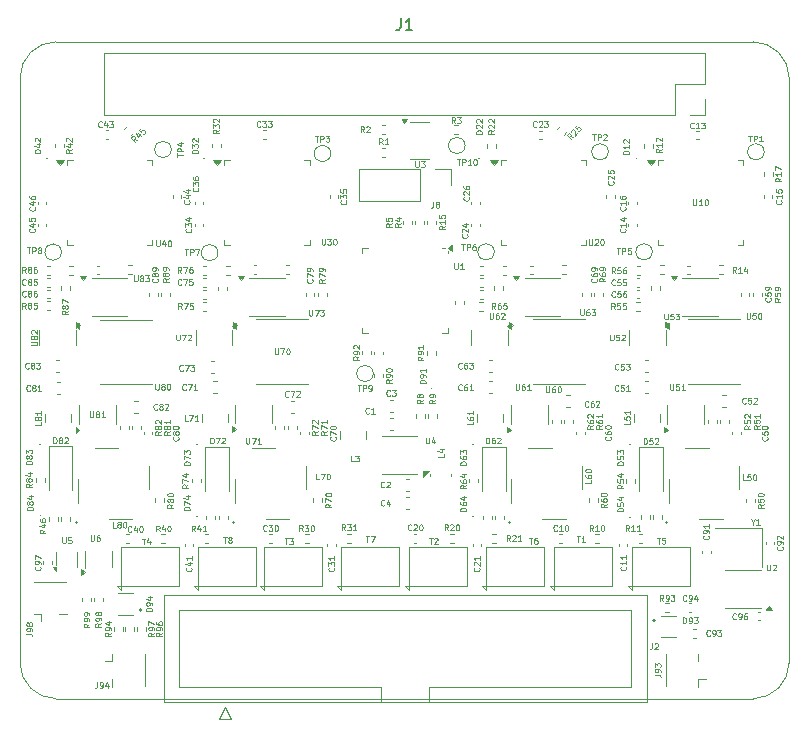
<source format=gto>
%TF.GenerationSoftware,KiCad,Pcbnew,9.0.0*%
%TF.CreationDate,2025-04-07T15:36:10+02:00*%
%TF.ProjectId,AES42HAT,41455334-3248-4415-942e-6b696361645f,rev?*%
%TF.SameCoordinates,PX5f5e100PY5f5e100*%
%TF.FileFunction,Legend,Top*%
%TF.FilePolarity,Positive*%
%FSLAX46Y46*%
G04 Gerber Fmt 4.6, Leading zero omitted, Abs format (unit mm)*
G04 Created by KiCad (PCBNEW 9.0.0) date 2025-04-07 15:36:10*
%MOMM*%
%LPD*%
G01*
G04 APERTURE LIST*
%ADD10C,0.125000*%
%ADD11C,0.150000*%
%ADD12C,0.120000*%
%ADD13C,0.100000*%
%ADD14C,0.250000*%
G04 APERTURE END LIST*
D10*
X-20025191Y-16396428D02*
X-20263286Y-16563094D01*
X-20025191Y-16682142D02*
X-20525191Y-16682142D01*
X-20525191Y-16682142D02*
X-20525191Y-16491666D01*
X-20525191Y-16491666D02*
X-20501381Y-16444047D01*
X-20501381Y-16444047D02*
X-20477572Y-16420237D01*
X-20477572Y-16420237D02*
X-20429953Y-16396428D01*
X-20429953Y-16396428D02*
X-20358524Y-16396428D01*
X-20358524Y-16396428D02*
X-20310905Y-16420237D01*
X-20310905Y-16420237D02*
X-20287096Y-16444047D01*
X-20287096Y-16444047D02*
X-20263286Y-16491666D01*
X-20263286Y-16491666D02*
X-20263286Y-16682142D01*
X-20310905Y-16110713D02*
X-20334715Y-16158332D01*
X-20334715Y-16158332D02*
X-20358524Y-16182142D01*
X-20358524Y-16182142D02*
X-20406143Y-16205951D01*
X-20406143Y-16205951D02*
X-20429953Y-16205951D01*
X-20429953Y-16205951D02*
X-20477572Y-16182142D01*
X-20477572Y-16182142D02*
X-20501381Y-16158332D01*
X-20501381Y-16158332D02*
X-20525191Y-16110713D01*
X-20525191Y-16110713D02*
X-20525191Y-16015475D01*
X-20525191Y-16015475D02*
X-20501381Y-15967856D01*
X-20501381Y-15967856D02*
X-20477572Y-15944047D01*
X-20477572Y-15944047D02*
X-20429953Y-15920237D01*
X-20429953Y-15920237D02*
X-20406143Y-15920237D01*
X-20406143Y-15920237D02*
X-20358524Y-15944047D01*
X-20358524Y-15944047D02*
X-20334715Y-15967856D01*
X-20334715Y-15967856D02*
X-20310905Y-16015475D01*
X-20310905Y-16015475D02*
X-20310905Y-16110713D01*
X-20310905Y-16110713D02*
X-20287096Y-16158332D01*
X-20287096Y-16158332D02*
X-20263286Y-16182142D01*
X-20263286Y-16182142D02*
X-20215667Y-16205951D01*
X-20215667Y-16205951D02*
X-20120429Y-16205951D01*
X-20120429Y-16205951D02*
X-20072810Y-16182142D01*
X-20072810Y-16182142D02*
X-20049000Y-16158332D01*
X-20049000Y-16158332D02*
X-20025191Y-16110713D01*
X-20025191Y-16110713D02*
X-20025191Y-16015475D01*
X-20025191Y-16015475D02*
X-20049000Y-15967856D01*
X-20049000Y-15967856D02*
X-20072810Y-15944047D01*
X-20072810Y-15944047D02*
X-20120429Y-15920237D01*
X-20120429Y-15920237D02*
X-20215667Y-15920237D01*
X-20215667Y-15920237D02*
X-20263286Y-15944047D01*
X-20263286Y-15944047D02*
X-20287096Y-15967856D01*
X-20287096Y-15967856D02*
X-20310905Y-16015475D01*
X-20025191Y-15682142D02*
X-20025191Y-15586904D01*
X-20025191Y-15586904D02*
X-20049000Y-15539285D01*
X-20049000Y-15539285D02*
X-20072810Y-15515476D01*
X-20072810Y-15515476D02*
X-20144239Y-15467857D01*
X-20144239Y-15467857D02*
X-20239477Y-15444047D01*
X-20239477Y-15444047D02*
X-20429953Y-15444047D01*
X-20429953Y-15444047D02*
X-20477572Y-15467857D01*
X-20477572Y-15467857D02*
X-20501381Y-15491666D01*
X-20501381Y-15491666D02*
X-20525191Y-15539285D01*
X-20525191Y-15539285D02*
X-20525191Y-15634523D01*
X-20525191Y-15634523D02*
X-20501381Y-15682142D01*
X-20501381Y-15682142D02*
X-20477572Y-15705952D01*
X-20477572Y-15705952D02*
X-20429953Y-15729761D01*
X-20429953Y-15729761D02*
X-20310905Y-15729761D01*
X-20310905Y-15729761D02*
X-20263286Y-15705952D01*
X-20263286Y-15705952D02*
X-20239477Y-15682142D01*
X-20239477Y-15682142D02*
X-20215667Y-15634523D01*
X-20215667Y-15634523D02*
X-20215667Y-15539285D01*
X-20215667Y-15539285D02*
X-20239477Y-15491666D01*
X-20239477Y-15491666D02*
X-20263286Y-15467857D01*
X-20263286Y-15467857D02*
X-20310905Y-15444047D01*
X-10205952Y-38399809D02*
X-9920238Y-38399809D01*
X-10063095Y-38899809D02*
X-10063095Y-38399809D01*
X-9801191Y-38399809D02*
X-9491667Y-38399809D01*
X-9491667Y-38399809D02*
X-9658334Y-38590285D01*
X-9658334Y-38590285D02*
X-9586905Y-38590285D01*
X-9586905Y-38590285D02*
X-9539286Y-38614095D01*
X-9539286Y-38614095D02*
X-9515477Y-38637904D01*
X-9515477Y-38637904D02*
X-9491667Y-38685523D01*
X-9491667Y-38685523D02*
X-9491667Y-38804571D01*
X-9491667Y-38804571D02*
X-9515477Y-38852190D01*
X-9515477Y-38852190D02*
X-9539286Y-38876000D01*
X-9539286Y-38876000D02*
X-9586905Y-38899809D01*
X-9586905Y-38899809D02*
X-9729762Y-38899809D01*
X-9729762Y-38899809D02*
X-9777381Y-38876000D01*
X-9777381Y-38876000D02*
X-9801191Y-38852190D01*
X-3875191Y-22996428D02*
X-4113286Y-23163094D01*
X-3875191Y-23282142D02*
X-4375191Y-23282142D01*
X-4375191Y-23282142D02*
X-4375191Y-23091666D01*
X-4375191Y-23091666D02*
X-4351381Y-23044047D01*
X-4351381Y-23044047D02*
X-4327572Y-23020237D01*
X-4327572Y-23020237D02*
X-4279953Y-22996428D01*
X-4279953Y-22996428D02*
X-4208524Y-22996428D01*
X-4208524Y-22996428D02*
X-4160905Y-23020237D01*
X-4160905Y-23020237D02*
X-4137096Y-23044047D01*
X-4137096Y-23044047D02*
X-4113286Y-23091666D01*
X-4113286Y-23091666D02*
X-4113286Y-23282142D01*
X-3875191Y-22758332D02*
X-3875191Y-22663094D01*
X-3875191Y-22663094D02*
X-3899000Y-22615475D01*
X-3899000Y-22615475D02*
X-3922810Y-22591666D01*
X-3922810Y-22591666D02*
X-3994239Y-22544047D01*
X-3994239Y-22544047D02*
X-4089477Y-22520237D01*
X-4089477Y-22520237D02*
X-4279953Y-22520237D01*
X-4279953Y-22520237D02*
X-4327572Y-22544047D01*
X-4327572Y-22544047D02*
X-4351381Y-22567856D01*
X-4351381Y-22567856D02*
X-4375191Y-22615475D01*
X-4375191Y-22615475D02*
X-4375191Y-22710713D01*
X-4375191Y-22710713D02*
X-4351381Y-22758332D01*
X-4351381Y-22758332D02*
X-4327572Y-22782142D01*
X-4327572Y-22782142D02*
X-4279953Y-22805951D01*
X-4279953Y-22805951D02*
X-4160905Y-22805951D01*
X-4160905Y-22805951D02*
X-4113286Y-22782142D01*
X-4113286Y-22782142D02*
X-4089477Y-22758332D01*
X-4089477Y-22758332D02*
X-4065667Y-22710713D01*
X-4065667Y-22710713D02*
X-4065667Y-22615475D01*
X-4065667Y-22615475D02*
X-4089477Y-22567856D01*
X-4089477Y-22567856D02*
X-4113286Y-22544047D01*
X-4113286Y-22544047D02*
X-4160905Y-22520237D01*
X-4327572Y-22329761D02*
X-4351381Y-22305952D01*
X-4351381Y-22305952D02*
X-4375191Y-22258333D01*
X-4375191Y-22258333D02*
X-4375191Y-22139285D01*
X-4375191Y-22139285D02*
X-4351381Y-22091666D01*
X-4351381Y-22091666D02*
X-4327572Y-22067857D01*
X-4327572Y-22067857D02*
X-4279953Y-22044047D01*
X-4279953Y-22044047D02*
X-4232334Y-22044047D01*
X-4232334Y-22044047D02*
X-4160905Y-22067857D01*
X-4160905Y-22067857D02*
X-3875191Y-22353571D01*
X-3875191Y-22353571D02*
X-3875191Y-22044047D01*
X-6047810Y-40896428D02*
X-6024000Y-40920237D01*
X-6024000Y-40920237D02*
X-6000191Y-40991666D01*
X-6000191Y-40991666D02*
X-6000191Y-41039285D01*
X-6000191Y-41039285D02*
X-6024000Y-41110713D01*
X-6024000Y-41110713D02*
X-6071620Y-41158332D01*
X-6071620Y-41158332D02*
X-6119239Y-41182142D01*
X-6119239Y-41182142D02*
X-6214477Y-41205951D01*
X-6214477Y-41205951D02*
X-6285905Y-41205951D01*
X-6285905Y-41205951D02*
X-6381143Y-41182142D01*
X-6381143Y-41182142D02*
X-6428762Y-41158332D01*
X-6428762Y-41158332D02*
X-6476381Y-41110713D01*
X-6476381Y-41110713D02*
X-6500191Y-41039285D01*
X-6500191Y-41039285D02*
X-6500191Y-40991666D01*
X-6500191Y-40991666D02*
X-6476381Y-40920237D01*
X-6476381Y-40920237D02*
X-6452572Y-40896428D01*
X-6500191Y-40729761D02*
X-6500191Y-40420237D01*
X-6500191Y-40420237D02*
X-6309715Y-40586904D01*
X-6309715Y-40586904D02*
X-6309715Y-40515475D01*
X-6309715Y-40515475D02*
X-6285905Y-40467856D01*
X-6285905Y-40467856D02*
X-6262096Y-40444047D01*
X-6262096Y-40444047D02*
X-6214477Y-40420237D01*
X-6214477Y-40420237D02*
X-6095429Y-40420237D01*
X-6095429Y-40420237D02*
X-6047810Y-40444047D01*
X-6047810Y-40444047D02*
X-6024000Y-40467856D01*
X-6024000Y-40467856D02*
X-6000191Y-40515475D01*
X-6000191Y-40515475D02*
X-6000191Y-40658332D01*
X-6000191Y-40658332D02*
X-6024000Y-40705951D01*
X-6024000Y-40705951D02*
X-6047810Y-40729761D01*
X-6000191Y-39944047D02*
X-6000191Y-40229761D01*
X-6000191Y-40086904D02*
X-6500191Y-40086904D01*
X-6500191Y-40086904D02*
X-6428762Y-40134523D01*
X-6428762Y-40134523D02*
X-6381143Y-40182142D01*
X-6381143Y-40182142D02*
X-6357334Y-40229761D01*
X30024809Y-28846428D02*
X29786714Y-29013094D01*
X30024809Y-29132142D02*
X29524809Y-29132142D01*
X29524809Y-29132142D02*
X29524809Y-28941666D01*
X29524809Y-28941666D02*
X29548619Y-28894047D01*
X29548619Y-28894047D02*
X29572428Y-28870237D01*
X29572428Y-28870237D02*
X29620047Y-28846428D01*
X29620047Y-28846428D02*
X29691476Y-28846428D01*
X29691476Y-28846428D02*
X29739095Y-28870237D01*
X29739095Y-28870237D02*
X29762904Y-28894047D01*
X29762904Y-28894047D02*
X29786714Y-28941666D01*
X29786714Y-28941666D02*
X29786714Y-29132142D01*
X29524809Y-28394047D02*
X29524809Y-28632142D01*
X29524809Y-28632142D02*
X29762904Y-28655951D01*
X29762904Y-28655951D02*
X29739095Y-28632142D01*
X29739095Y-28632142D02*
X29715285Y-28584523D01*
X29715285Y-28584523D02*
X29715285Y-28465475D01*
X29715285Y-28465475D02*
X29739095Y-28417856D01*
X29739095Y-28417856D02*
X29762904Y-28394047D01*
X29762904Y-28394047D02*
X29810523Y-28370237D01*
X29810523Y-28370237D02*
X29929571Y-28370237D01*
X29929571Y-28370237D02*
X29977190Y-28394047D01*
X29977190Y-28394047D02*
X30001000Y-28417856D01*
X30001000Y-28417856D02*
X30024809Y-28465475D01*
X30024809Y-28465475D02*
X30024809Y-28584523D01*
X30024809Y-28584523D02*
X30001000Y-28632142D01*
X30001000Y-28632142D02*
X29977190Y-28655951D01*
X30024809Y-27894047D02*
X30024809Y-28179761D01*
X30024809Y-28036904D02*
X29524809Y-28036904D01*
X29524809Y-28036904D02*
X29596238Y-28084523D01*
X29596238Y-28084523D02*
X29643857Y-28132142D01*
X29643857Y-28132142D02*
X29667666Y-28179761D01*
X-4333334Y-31899809D02*
X-4571429Y-31899809D01*
X-4571429Y-31899809D02*
X-4571429Y-31399809D01*
X-4214286Y-31399809D02*
X-3904762Y-31399809D01*
X-3904762Y-31399809D02*
X-4071429Y-31590285D01*
X-4071429Y-31590285D02*
X-4000000Y-31590285D01*
X-4000000Y-31590285D02*
X-3952381Y-31614095D01*
X-3952381Y-31614095D02*
X-3928572Y-31637904D01*
X-3928572Y-31637904D02*
X-3904762Y-31685523D01*
X-3904762Y-31685523D02*
X-3904762Y-31804571D01*
X-3904762Y-31804571D02*
X-3928572Y-31852190D01*
X-3928572Y-31852190D02*
X-3952381Y-31876000D01*
X-3952381Y-31876000D02*
X-4000000Y-31899809D01*
X-4000000Y-31899809D02*
X-4142857Y-31899809D01*
X-4142857Y-31899809D02*
X-4190476Y-31876000D01*
X-4190476Y-31876000D02*
X-4214286Y-31852190D01*
X18474809Y-33871428D02*
X18236714Y-34038094D01*
X18474809Y-34157142D02*
X17974809Y-34157142D01*
X17974809Y-34157142D02*
X17974809Y-33966666D01*
X17974809Y-33966666D02*
X17998619Y-33919047D01*
X17998619Y-33919047D02*
X18022428Y-33895237D01*
X18022428Y-33895237D02*
X18070047Y-33871428D01*
X18070047Y-33871428D02*
X18141476Y-33871428D01*
X18141476Y-33871428D02*
X18189095Y-33895237D01*
X18189095Y-33895237D02*
X18212904Y-33919047D01*
X18212904Y-33919047D02*
X18236714Y-33966666D01*
X18236714Y-33966666D02*
X18236714Y-34157142D01*
X17974809Y-33419047D02*
X17974809Y-33657142D01*
X17974809Y-33657142D02*
X18212904Y-33680951D01*
X18212904Y-33680951D02*
X18189095Y-33657142D01*
X18189095Y-33657142D02*
X18165285Y-33609523D01*
X18165285Y-33609523D02*
X18165285Y-33490475D01*
X18165285Y-33490475D02*
X18189095Y-33442856D01*
X18189095Y-33442856D02*
X18212904Y-33419047D01*
X18212904Y-33419047D02*
X18260523Y-33395237D01*
X18260523Y-33395237D02*
X18379571Y-33395237D01*
X18379571Y-33395237D02*
X18427190Y-33419047D01*
X18427190Y-33419047D02*
X18451000Y-33442856D01*
X18451000Y-33442856D02*
X18474809Y-33490475D01*
X18474809Y-33490475D02*
X18474809Y-33609523D01*
X18474809Y-33609523D02*
X18451000Y-33657142D01*
X18451000Y-33657142D02*
X18427190Y-33680951D01*
X18141476Y-32966666D02*
X18474809Y-32966666D01*
X17951000Y-33085714D02*
X18308142Y-33204761D01*
X18308142Y-33204761D02*
X18308142Y-32895238D01*
X-375191Y-11733333D02*
X-613286Y-11899999D01*
X-375191Y-12019047D02*
X-875191Y-12019047D01*
X-875191Y-12019047D02*
X-875191Y-11828571D01*
X-875191Y-11828571D02*
X-851381Y-11780952D01*
X-851381Y-11780952D02*
X-827572Y-11757142D01*
X-827572Y-11757142D02*
X-779953Y-11733333D01*
X-779953Y-11733333D02*
X-708524Y-11733333D01*
X-708524Y-11733333D02*
X-660905Y-11757142D01*
X-660905Y-11757142D02*
X-637096Y-11780952D01*
X-637096Y-11780952D02*
X-613286Y-11828571D01*
X-613286Y-11828571D02*
X-613286Y-12019047D01*
X-708524Y-11304761D02*
X-375191Y-11304761D01*
X-899000Y-11423809D02*
X-541858Y-11542856D01*
X-541858Y-11542856D02*
X-541858Y-11233333D01*
X4769048Y-13499809D02*
X5054762Y-13499809D01*
X4911905Y-13999809D02*
X4911905Y-13499809D01*
X5221428Y-13999809D02*
X5221428Y-13499809D01*
X5221428Y-13499809D02*
X5411904Y-13499809D01*
X5411904Y-13499809D02*
X5459523Y-13523619D01*
X5459523Y-13523619D02*
X5483333Y-13547428D01*
X5483333Y-13547428D02*
X5507142Y-13595047D01*
X5507142Y-13595047D02*
X5507142Y-13666476D01*
X5507142Y-13666476D02*
X5483333Y-13714095D01*
X5483333Y-13714095D02*
X5459523Y-13737904D01*
X5459523Y-13737904D02*
X5411904Y-13761714D01*
X5411904Y-13761714D02*
X5221428Y-13761714D01*
X5935714Y-13499809D02*
X5840476Y-13499809D01*
X5840476Y-13499809D02*
X5792857Y-13523619D01*
X5792857Y-13523619D02*
X5769047Y-13547428D01*
X5769047Y-13547428D02*
X5721428Y-13618857D01*
X5721428Y-13618857D02*
X5697619Y-13714095D01*
X5697619Y-13714095D02*
X5697619Y-13904571D01*
X5697619Y-13904571D02*
X5721428Y-13952190D01*
X5721428Y-13952190D02*
X5745238Y-13976000D01*
X5745238Y-13976000D02*
X5792857Y-13999809D01*
X5792857Y-13999809D02*
X5888095Y-13999809D01*
X5888095Y-13999809D02*
X5935714Y-13976000D01*
X5935714Y-13976000D02*
X5959523Y-13952190D01*
X5959523Y-13952190D02*
X5983333Y-13904571D01*
X5983333Y-13904571D02*
X5983333Y-13785523D01*
X5983333Y-13785523D02*
X5959523Y-13737904D01*
X5959523Y-13737904D02*
X5935714Y-13714095D01*
X5935714Y-13714095D02*
X5888095Y-13690285D01*
X5888095Y-13690285D02*
X5792857Y-13690285D01*
X5792857Y-13690285D02*
X5745238Y-13714095D01*
X5745238Y-13714095D02*
X5721428Y-13737904D01*
X5721428Y-13737904D02*
X5697619Y-13785523D01*
X1549809Y-23021428D02*
X1311714Y-23188094D01*
X1549809Y-23307142D02*
X1049809Y-23307142D01*
X1049809Y-23307142D02*
X1049809Y-23116666D01*
X1049809Y-23116666D02*
X1073619Y-23069047D01*
X1073619Y-23069047D02*
X1097428Y-23045237D01*
X1097428Y-23045237D02*
X1145047Y-23021428D01*
X1145047Y-23021428D02*
X1216476Y-23021428D01*
X1216476Y-23021428D02*
X1264095Y-23045237D01*
X1264095Y-23045237D02*
X1287904Y-23069047D01*
X1287904Y-23069047D02*
X1311714Y-23116666D01*
X1311714Y-23116666D02*
X1311714Y-23307142D01*
X1549809Y-22783332D02*
X1549809Y-22688094D01*
X1549809Y-22688094D02*
X1526000Y-22640475D01*
X1526000Y-22640475D02*
X1502190Y-22616666D01*
X1502190Y-22616666D02*
X1430761Y-22569047D01*
X1430761Y-22569047D02*
X1335523Y-22545237D01*
X1335523Y-22545237D02*
X1145047Y-22545237D01*
X1145047Y-22545237D02*
X1097428Y-22569047D01*
X1097428Y-22569047D02*
X1073619Y-22592856D01*
X1073619Y-22592856D02*
X1049809Y-22640475D01*
X1049809Y-22640475D02*
X1049809Y-22735713D01*
X1049809Y-22735713D02*
X1073619Y-22783332D01*
X1073619Y-22783332D02*
X1097428Y-22807142D01*
X1097428Y-22807142D02*
X1145047Y-22830951D01*
X1145047Y-22830951D02*
X1264095Y-22830951D01*
X1264095Y-22830951D02*
X1311714Y-22807142D01*
X1311714Y-22807142D02*
X1335523Y-22783332D01*
X1335523Y-22783332D02*
X1359333Y-22735713D01*
X1359333Y-22735713D02*
X1359333Y-22640475D01*
X1359333Y-22640475D02*
X1335523Y-22592856D01*
X1335523Y-22592856D02*
X1311714Y-22569047D01*
X1311714Y-22569047D02*
X1264095Y-22545237D01*
X1549809Y-22069047D02*
X1549809Y-22354761D01*
X1549809Y-22211904D02*
X1049809Y-22211904D01*
X1049809Y-22211904D02*
X1121238Y-22259523D01*
X1121238Y-22259523D02*
X1168857Y-22307142D01*
X1168857Y-22307142D02*
X1192666Y-22354761D01*
X18474809Y-32182142D02*
X17974809Y-32182142D01*
X17974809Y-32182142D02*
X17974809Y-32063094D01*
X17974809Y-32063094D02*
X17998619Y-31991666D01*
X17998619Y-31991666D02*
X18046238Y-31944047D01*
X18046238Y-31944047D02*
X18093857Y-31920237D01*
X18093857Y-31920237D02*
X18189095Y-31896428D01*
X18189095Y-31896428D02*
X18260523Y-31896428D01*
X18260523Y-31896428D02*
X18355761Y-31920237D01*
X18355761Y-31920237D02*
X18403380Y-31944047D01*
X18403380Y-31944047D02*
X18451000Y-31991666D01*
X18451000Y-31991666D02*
X18474809Y-32063094D01*
X18474809Y-32063094D02*
X18474809Y-32182142D01*
X17974809Y-31444047D02*
X17974809Y-31682142D01*
X17974809Y-31682142D02*
X18212904Y-31705951D01*
X18212904Y-31705951D02*
X18189095Y-31682142D01*
X18189095Y-31682142D02*
X18165285Y-31634523D01*
X18165285Y-31634523D02*
X18165285Y-31515475D01*
X18165285Y-31515475D02*
X18189095Y-31467856D01*
X18189095Y-31467856D02*
X18212904Y-31444047D01*
X18212904Y-31444047D02*
X18260523Y-31420237D01*
X18260523Y-31420237D02*
X18379571Y-31420237D01*
X18379571Y-31420237D02*
X18427190Y-31444047D01*
X18427190Y-31444047D02*
X18451000Y-31467856D01*
X18451000Y-31467856D02*
X18474809Y-31515475D01*
X18474809Y-31515475D02*
X18474809Y-31634523D01*
X18474809Y-31634523D02*
X18451000Y-31682142D01*
X18451000Y-31682142D02*
X18427190Y-31705951D01*
X17974809Y-31253571D02*
X17974809Y-30944047D01*
X17974809Y-30944047D02*
X18165285Y-31110714D01*
X18165285Y-31110714D02*
X18165285Y-31039285D01*
X18165285Y-31039285D02*
X18189095Y-30991666D01*
X18189095Y-30991666D02*
X18212904Y-30967857D01*
X18212904Y-30967857D02*
X18260523Y-30944047D01*
X18260523Y-30944047D02*
X18379571Y-30944047D01*
X18379571Y-30944047D02*
X18427190Y-30967857D01*
X18427190Y-30967857D02*
X18451000Y-30991666D01*
X18451000Y-30991666D02*
X18474809Y-31039285D01*
X18474809Y-31039285D02*
X18474809Y-31182142D01*
X18474809Y-31182142D02*
X18451000Y-31229761D01*
X18451000Y-31229761D02*
X18427190Y-31253571D01*
X30927190Y-18046428D02*
X30951000Y-18070237D01*
X30951000Y-18070237D02*
X30974809Y-18141666D01*
X30974809Y-18141666D02*
X30974809Y-18189285D01*
X30974809Y-18189285D02*
X30951000Y-18260713D01*
X30951000Y-18260713D02*
X30903380Y-18308332D01*
X30903380Y-18308332D02*
X30855761Y-18332142D01*
X30855761Y-18332142D02*
X30760523Y-18355951D01*
X30760523Y-18355951D02*
X30689095Y-18355951D01*
X30689095Y-18355951D02*
X30593857Y-18332142D01*
X30593857Y-18332142D02*
X30546238Y-18308332D01*
X30546238Y-18308332D02*
X30498619Y-18260713D01*
X30498619Y-18260713D02*
X30474809Y-18189285D01*
X30474809Y-18189285D02*
X30474809Y-18141666D01*
X30474809Y-18141666D02*
X30498619Y-18070237D01*
X30498619Y-18070237D02*
X30522428Y-18046428D01*
X30474809Y-17594047D02*
X30474809Y-17832142D01*
X30474809Y-17832142D02*
X30712904Y-17855951D01*
X30712904Y-17855951D02*
X30689095Y-17832142D01*
X30689095Y-17832142D02*
X30665285Y-17784523D01*
X30665285Y-17784523D02*
X30665285Y-17665475D01*
X30665285Y-17665475D02*
X30689095Y-17617856D01*
X30689095Y-17617856D02*
X30712904Y-17594047D01*
X30712904Y-17594047D02*
X30760523Y-17570237D01*
X30760523Y-17570237D02*
X30879571Y-17570237D01*
X30879571Y-17570237D02*
X30927190Y-17594047D01*
X30927190Y-17594047D02*
X30951000Y-17617856D01*
X30951000Y-17617856D02*
X30974809Y-17665475D01*
X30974809Y-17665475D02*
X30974809Y-17784523D01*
X30974809Y-17784523D02*
X30951000Y-17832142D01*
X30951000Y-17832142D02*
X30927190Y-17855951D01*
X30974809Y-17332142D02*
X30974809Y-17236904D01*
X30974809Y-17236904D02*
X30951000Y-17189285D01*
X30951000Y-17189285D02*
X30927190Y-17165476D01*
X30927190Y-17165476D02*
X30855761Y-17117857D01*
X30855761Y-17117857D02*
X30760523Y-17094047D01*
X30760523Y-17094047D02*
X30570047Y-17094047D01*
X30570047Y-17094047D02*
X30522428Y-17117857D01*
X30522428Y-17117857D02*
X30498619Y-17141666D01*
X30498619Y-17141666D02*
X30474809Y-17189285D01*
X30474809Y-17189285D02*
X30474809Y-17284523D01*
X30474809Y-17284523D02*
X30498619Y-17332142D01*
X30498619Y-17332142D02*
X30522428Y-17355952D01*
X30522428Y-17355952D02*
X30570047Y-17379761D01*
X30570047Y-17379761D02*
X30689095Y-17379761D01*
X30689095Y-17379761D02*
X30736714Y-17355952D01*
X30736714Y-17355952D02*
X30760523Y-17332142D01*
X30760523Y-17332142D02*
X30784333Y-17284523D01*
X30784333Y-17284523D02*
X30784333Y-17189285D01*
X30784333Y-17189285D02*
X30760523Y-17141666D01*
X30760523Y-17141666D02*
X30736714Y-17117857D01*
X30736714Y-17117857D02*
X30689095Y-17094047D01*
X17602190Y-8171428D02*
X17626000Y-8195237D01*
X17626000Y-8195237D02*
X17649809Y-8266666D01*
X17649809Y-8266666D02*
X17649809Y-8314285D01*
X17649809Y-8314285D02*
X17626000Y-8385713D01*
X17626000Y-8385713D02*
X17578380Y-8433332D01*
X17578380Y-8433332D02*
X17530761Y-8457142D01*
X17530761Y-8457142D02*
X17435523Y-8480951D01*
X17435523Y-8480951D02*
X17364095Y-8480951D01*
X17364095Y-8480951D02*
X17268857Y-8457142D01*
X17268857Y-8457142D02*
X17221238Y-8433332D01*
X17221238Y-8433332D02*
X17173619Y-8385713D01*
X17173619Y-8385713D02*
X17149809Y-8314285D01*
X17149809Y-8314285D02*
X17149809Y-8266666D01*
X17149809Y-8266666D02*
X17173619Y-8195237D01*
X17173619Y-8195237D02*
X17197428Y-8171428D01*
X17197428Y-7980951D02*
X17173619Y-7957142D01*
X17173619Y-7957142D02*
X17149809Y-7909523D01*
X17149809Y-7909523D02*
X17149809Y-7790475D01*
X17149809Y-7790475D02*
X17173619Y-7742856D01*
X17173619Y-7742856D02*
X17197428Y-7719047D01*
X17197428Y-7719047D02*
X17245047Y-7695237D01*
X17245047Y-7695237D02*
X17292666Y-7695237D01*
X17292666Y-7695237D02*
X17364095Y-7719047D01*
X17364095Y-7719047D02*
X17649809Y-8004761D01*
X17649809Y-8004761D02*
X17649809Y-7695237D01*
X17149809Y-7242857D02*
X17149809Y-7480952D01*
X17149809Y-7480952D02*
X17387904Y-7504761D01*
X17387904Y-7504761D02*
X17364095Y-7480952D01*
X17364095Y-7480952D02*
X17340285Y-7433333D01*
X17340285Y-7433333D02*
X17340285Y-7314285D01*
X17340285Y-7314285D02*
X17364095Y-7266666D01*
X17364095Y-7266666D02*
X17387904Y-7242857D01*
X17387904Y-7242857D02*
X17435523Y-7219047D01*
X17435523Y-7219047D02*
X17554571Y-7219047D01*
X17554571Y-7219047D02*
X17602190Y-7242857D01*
X17602190Y-7242857D02*
X17626000Y-7266666D01*
X17626000Y-7266666D02*
X17649809Y-7314285D01*
X17649809Y-7314285D02*
X17649809Y-7433333D01*
X17649809Y-7433333D02*
X17626000Y-7480952D01*
X17626000Y-7480952D02*
X17602190Y-7504761D01*
X-17796429Y-37824809D02*
X-17963095Y-37586714D01*
X-18082143Y-37824809D02*
X-18082143Y-37324809D01*
X-18082143Y-37324809D02*
X-17891667Y-37324809D01*
X-17891667Y-37324809D02*
X-17844048Y-37348619D01*
X-17844048Y-37348619D02*
X-17820238Y-37372428D01*
X-17820238Y-37372428D02*
X-17796429Y-37420047D01*
X-17796429Y-37420047D02*
X-17796429Y-37491476D01*
X-17796429Y-37491476D02*
X-17820238Y-37539095D01*
X-17820238Y-37539095D02*
X-17844048Y-37562904D01*
X-17844048Y-37562904D02*
X-17891667Y-37586714D01*
X-17891667Y-37586714D02*
X-18082143Y-37586714D01*
X-17367857Y-37491476D02*
X-17367857Y-37824809D01*
X-17486905Y-37301000D02*
X-17605952Y-37658142D01*
X-17605952Y-37658142D02*
X-17296429Y-37658142D01*
X-16844048Y-37824809D02*
X-17129762Y-37824809D01*
X-16986905Y-37824809D02*
X-16986905Y-37324809D01*
X-16986905Y-37324809D02*
X-17034524Y-37396238D01*
X-17034524Y-37396238D02*
X-17082143Y-37443857D01*
X-17082143Y-37443857D02*
X-17129762Y-37467666D01*
X31774809Y-18071428D02*
X31536714Y-18238094D01*
X31774809Y-18357142D02*
X31274809Y-18357142D01*
X31274809Y-18357142D02*
X31274809Y-18166666D01*
X31274809Y-18166666D02*
X31298619Y-18119047D01*
X31298619Y-18119047D02*
X31322428Y-18095237D01*
X31322428Y-18095237D02*
X31370047Y-18071428D01*
X31370047Y-18071428D02*
X31441476Y-18071428D01*
X31441476Y-18071428D02*
X31489095Y-18095237D01*
X31489095Y-18095237D02*
X31512904Y-18119047D01*
X31512904Y-18119047D02*
X31536714Y-18166666D01*
X31536714Y-18166666D02*
X31536714Y-18357142D01*
X31274809Y-17619047D02*
X31274809Y-17857142D01*
X31274809Y-17857142D02*
X31512904Y-17880951D01*
X31512904Y-17880951D02*
X31489095Y-17857142D01*
X31489095Y-17857142D02*
X31465285Y-17809523D01*
X31465285Y-17809523D02*
X31465285Y-17690475D01*
X31465285Y-17690475D02*
X31489095Y-17642856D01*
X31489095Y-17642856D02*
X31512904Y-17619047D01*
X31512904Y-17619047D02*
X31560523Y-17595237D01*
X31560523Y-17595237D02*
X31679571Y-17595237D01*
X31679571Y-17595237D02*
X31727190Y-17619047D01*
X31727190Y-17619047D02*
X31751000Y-17642856D01*
X31751000Y-17642856D02*
X31774809Y-17690475D01*
X31774809Y-17690475D02*
X31774809Y-17809523D01*
X31774809Y-17809523D02*
X31751000Y-17857142D01*
X31751000Y-17857142D02*
X31727190Y-17880951D01*
X31774809Y-17357142D02*
X31774809Y-17261904D01*
X31774809Y-17261904D02*
X31751000Y-17214285D01*
X31751000Y-17214285D02*
X31727190Y-17190476D01*
X31727190Y-17190476D02*
X31655761Y-17142857D01*
X31655761Y-17142857D02*
X31560523Y-17119047D01*
X31560523Y-17119047D02*
X31370047Y-17119047D01*
X31370047Y-17119047D02*
X31322428Y-17142857D01*
X31322428Y-17142857D02*
X31298619Y-17166666D01*
X31298619Y-17166666D02*
X31274809Y-17214285D01*
X31274809Y-17214285D02*
X31274809Y-17309523D01*
X31274809Y-17309523D02*
X31298619Y-17357142D01*
X31298619Y-17357142D02*
X31322428Y-17380952D01*
X31322428Y-17380952D02*
X31370047Y-17404761D01*
X31370047Y-17404761D02*
X31489095Y-17404761D01*
X31489095Y-17404761D02*
X31536714Y-17380952D01*
X31536714Y-17380952D02*
X31560523Y-17357142D01*
X31560523Y-17357142D02*
X31584333Y-17309523D01*
X31584333Y-17309523D02*
X31584333Y-17214285D01*
X31584333Y-17214285D02*
X31560523Y-17166666D01*
X31560523Y-17166666D02*
X31536714Y-17142857D01*
X31536714Y-17142857D02*
X31489095Y-17119047D01*
X20908333Y-47274809D02*
X20908333Y-47631952D01*
X20908333Y-47631952D02*
X20884524Y-47703380D01*
X20884524Y-47703380D02*
X20836905Y-47751000D01*
X20836905Y-47751000D02*
X20765476Y-47774809D01*
X20765476Y-47774809D02*
X20717857Y-47774809D01*
X21122619Y-47322428D02*
X21146428Y-47298619D01*
X21146428Y-47298619D02*
X21194047Y-47274809D01*
X21194047Y-47274809D02*
X21313095Y-47274809D01*
X21313095Y-47274809D02*
X21360714Y-47298619D01*
X21360714Y-47298619D02*
X21384523Y-47322428D01*
X21384523Y-47322428D02*
X21408333Y-47370047D01*
X21408333Y-47370047D02*
X21408333Y-47417666D01*
X21408333Y-47417666D02*
X21384523Y-47489095D01*
X21384523Y-47489095D02*
X21098809Y-47774809D01*
X21098809Y-47774809D02*
X21408333Y-47774809D01*
X-18571429Y-25802190D02*
X-18595238Y-25826000D01*
X-18595238Y-25826000D02*
X-18666667Y-25849809D01*
X-18666667Y-25849809D02*
X-18714286Y-25849809D01*
X-18714286Y-25849809D02*
X-18785714Y-25826000D01*
X-18785714Y-25826000D02*
X-18833333Y-25778380D01*
X-18833333Y-25778380D02*
X-18857143Y-25730761D01*
X-18857143Y-25730761D02*
X-18880952Y-25635523D01*
X-18880952Y-25635523D02*
X-18880952Y-25564095D01*
X-18880952Y-25564095D02*
X-18857143Y-25468857D01*
X-18857143Y-25468857D02*
X-18833333Y-25421238D01*
X-18833333Y-25421238D02*
X-18785714Y-25373619D01*
X-18785714Y-25373619D02*
X-18714286Y-25349809D01*
X-18714286Y-25349809D02*
X-18666667Y-25349809D01*
X-18666667Y-25349809D02*
X-18595238Y-25373619D01*
X-18595238Y-25373619D02*
X-18571429Y-25397428D01*
X-18404762Y-25349809D02*
X-18071429Y-25349809D01*
X-18071429Y-25349809D02*
X-18285714Y-25849809D01*
X-17619048Y-25849809D02*
X-17904762Y-25849809D01*
X-17761905Y-25849809D02*
X-17761905Y-25349809D01*
X-17761905Y-25349809D02*
X-17809524Y-25421238D01*
X-17809524Y-25421238D02*
X-17857143Y-25468857D01*
X-17857143Y-25468857D02*
X-17904762Y-25492666D01*
X25803571Y-46627190D02*
X25779762Y-46651000D01*
X25779762Y-46651000D02*
X25708333Y-46674809D01*
X25708333Y-46674809D02*
X25660714Y-46674809D01*
X25660714Y-46674809D02*
X25589286Y-46651000D01*
X25589286Y-46651000D02*
X25541667Y-46603380D01*
X25541667Y-46603380D02*
X25517857Y-46555761D01*
X25517857Y-46555761D02*
X25494048Y-46460523D01*
X25494048Y-46460523D02*
X25494048Y-46389095D01*
X25494048Y-46389095D02*
X25517857Y-46293857D01*
X25517857Y-46293857D02*
X25541667Y-46246238D01*
X25541667Y-46246238D02*
X25589286Y-46198619D01*
X25589286Y-46198619D02*
X25660714Y-46174809D01*
X25660714Y-46174809D02*
X25708333Y-46174809D01*
X25708333Y-46174809D02*
X25779762Y-46198619D01*
X25779762Y-46198619D02*
X25803571Y-46222428D01*
X26041667Y-46674809D02*
X26136905Y-46674809D01*
X26136905Y-46674809D02*
X26184524Y-46651000D01*
X26184524Y-46651000D02*
X26208333Y-46627190D01*
X26208333Y-46627190D02*
X26255952Y-46555761D01*
X26255952Y-46555761D02*
X26279762Y-46460523D01*
X26279762Y-46460523D02*
X26279762Y-46270047D01*
X26279762Y-46270047D02*
X26255952Y-46222428D01*
X26255952Y-46222428D02*
X26232143Y-46198619D01*
X26232143Y-46198619D02*
X26184524Y-46174809D01*
X26184524Y-46174809D02*
X26089286Y-46174809D01*
X26089286Y-46174809D02*
X26041667Y-46198619D01*
X26041667Y-46198619D02*
X26017857Y-46222428D01*
X26017857Y-46222428D02*
X25994048Y-46270047D01*
X25994048Y-46270047D02*
X25994048Y-46389095D01*
X25994048Y-46389095D02*
X26017857Y-46436714D01*
X26017857Y-46436714D02*
X26041667Y-46460523D01*
X26041667Y-46460523D02*
X26089286Y-46484333D01*
X26089286Y-46484333D02*
X26184524Y-46484333D01*
X26184524Y-46484333D02*
X26232143Y-46460523D01*
X26232143Y-46460523D02*
X26255952Y-46436714D01*
X26255952Y-46436714D02*
X26279762Y-46389095D01*
X26446428Y-46174809D02*
X26755952Y-46174809D01*
X26755952Y-46174809D02*
X26589285Y-46365285D01*
X26589285Y-46365285D02*
X26660714Y-46365285D01*
X26660714Y-46365285D02*
X26708333Y-46389095D01*
X26708333Y-46389095D02*
X26732142Y-46412904D01*
X26732142Y-46412904D02*
X26755952Y-46460523D01*
X26755952Y-46460523D02*
X26755952Y-46579571D01*
X26755952Y-46579571D02*
X26732142Y-46627190D01*
X26732142Y-46627190D02*
X26708333Y-46651000D01*
X26708333Y-46651000D02*
X26660714Y-46674809D01*
X26660714Y-46674809D02*
X26517857Y-46674809D01*
X26517857Y-46674809D02*
X26470238Y-46651000D01*
X26470238Y-46651000D02*
X26446428Y-46627190D01*
X-18952560Y-16902190D02*
X-18976369Y-16926000D01*
X-18976369Y-16926000D02*
X-19047798Y-16949809D01*
X-19047798Y-16949809D02*
X-19095417Y-16949809D01*
X-19095417Y-16949809D02*
X-19166845Y-16926000D01*
X-19166845Y-16926000D02*
X-19214464Y-16878380D01*
X-19214464Y-16878380D02*
X-19238274Y-16830761D01*
X-19238274Y-16830761D02*
X-19262083Y-16735523D01*
X-19262083Y-16735523D02*
X-19262083Y-16664095D01*
X-19262083Y-16664095D02*
X-19238274Y-16568857D01*
X-19238274Y-16568857D02*
X-19214464Y-16521238D01*
X-19214464Y-16521238D02*
X-19166845Y-16473619D01*
X-19166845Y-16473619D02*
X-19095417Y-16449809D01*
X-19095417Y-16449809D02*
X-19047798Y-16449809D01*
X-19047798Y-16449809D02*
X-18976369Y-16473619D01*
X-18976369Y-16473619D02*
X-18952560Y-16497428D01*
X-18785893Y-16449809D02*
X-18452560Y-16449809D01*
X-18452560Y-16449809D02*
X-18666845Y-16949809D01*
X-18023989Y-16449809D02*
X-18262084Y-16449809D01*
X-18262084Y-16449809D02*
X-18285893Y-16687904D01*
X-18285893Y-16687904D02*
X-18262084Y-16664095D01*
X-18262084Y-16664095D02*
X-18214465Y-16640285D01*
X-18214465Y-16640285D02*
X-18095417Y-16640285D01*
X-18095417Y-16640285D02*
X-18047798Y-16664095D01*
X-18047798Y-16664095D02*
X-18023989Y-16687904D01*
X-18023989Y-16687904D02*
X-18000179Y-16735523D01*
X-18000179Y-16735523D02*
X-18000179Y-16854571D01*
X-18000179Y-16854571D02*
X-18023989Y-16902190D01*
X-18023989Y-16902190D02*
X-18047798Y-16926000D01*
X-18047798Y-16926000D02*
X-18095417Y-16949809D01*
X-18095417Y-16949809D02*
X-18214465Y-16949809D01*
X-18214465Y-16949809D02*
X-18262084Y-16926000D01*
X-18262084Y-16926000D02*
X-18285893Y-16902190D01*
X1499809Y-26658333D02*
X1261714Y-26824999D01*
X1499809Y-26944047D02*
X999809Y-26944047D01*
X999809Y-26944047D02*
X999809Y-26753571D01*
X999809Y-26753571D02*
X1023619Y-26705952D01*
X1023619Y-26705952D02*
X1047428Y-26682142D01*
X1047428Y-26682142D02*
X1095047Y-26658333D01*
X1095047Y-26658333D02*
X1166476Y-26658333D01*
X1166476Y-26658333D02*
X1214095Y-26682142D01*
X1214095Y-26682142D02*
X1237904Y-26705952D01*
X1237904Y-26705952D02*
X1261714Y-26753571D01*
X1261714Y-26753571D02*
X1261714Y-26944047D01*
X1214095Y-26372618D02*
X1190285Y-26420237D01*
X1190285Y-26420237D02*
X1166476Y-26444047D01*
X1166476Y-26444047D02*
X1118857Y-26467856D01*
X1118857Y-26467856D02*
X1095047Y-26467856D01*
X1095047Y-26467856D02*
X1047428Y-26444047D01*
X1047428Y-26444047D02*
X1023619Y-26420237D01*
X1023619Y-26420237D02*
X999809Y-26372618D01*
X999809Y-26372618D02*
X999809Y-26277380D01*
X999809Y-26277380D02*
X1023619Y-26229761D01*
X1023619Y-26229761D02*
X1047428Y-26205952D01*
X1047428Y-26205952D02*
X1095047Y-26182142D01*
X1095047Y-26182142D02*
X1118857Y-26182142D01*
X1118857Y-26182142D02*
X1166476Y-26205952D01*
X1166476Y-26205952D02*
X1190285Y-26229761D01*
X1190285Y-26229761D02*
X1214095Y-26277380D01*
X1214095Y-26277380D02*
X1214095Y-26372618D01*
X1214095Y-26372618D02*
X1237904Y-26420237D01*
X1237904Y-26420237D02*
X1261714Y-26444047D01*
X1261714Y-26444047D02*
X1309333Y-26467856D01*
X1309333Y-26467856D02*
X1404571Y-26467856D01*
X1404571Y-26467856D02*
X1452190Y-26444047D01*
X1452190Y-26444047D02*
X1476000Y-26420237D01*
X1476000Y-26420237D02*
X1499809Y-26372618D01*
X1499809Y-26372618D02*
X1499809Y-26277380D01*
X1499809Y-26277380D02*
X1476000Y-26229761D01*
X1476000Y-26229761D02*
X1452190Y-26205952D01*
X1452190Y-26205952D02*
X1404571Y-26182142D01*
X1404571Y-26182142D02*
X1309333Y-26182142D01*
X1309333Y-26182142D02*
X1261714Y-26205952D01*
X1261714Y-26205952D02*
X1237904Y-26229761D01*
X1237904Y-26229761D02*
X1214095Y-26277380D01*
X28905952Y-19324809D02*
X28905952Y-19729571D01*
X28905952Y-19729571D02*
X28929762Y-19777190D01*
X28929762Y-19777190D02*
X28953571Y-19801000D01*
X28953571Y-19801000D02*
X29001190Y-19824809D01*
X29001190Y-19824809D02*
X29096428Y-19824809D01*
X29096428Y-19824809D02*
X29144047Y-19801000D01*
X29144047Y-19801000D02*
X29167857Y-19777190D01*
X29167857Y-19777190D02*
X29191666Y-19729571D01*
X29191666Y-19729571D02*
X29191666Y-19324809D01*
X29667857Y-19324809D02*
X29429762Y-19324809D01*
X29429762Y-19324809D02*
X29405953Y-19562904D01*
X29405953Y-19562904D02*
X29429762Y-19539095D01*
X29429762Y-19539095D02*
X29477381Y-19515285D01*
X29477381Y-19515285D02*
X29596429Y-19515285D01*
X29596429Y-19515285D02*
X29644048Y-19539095D01*
X29644048Y-19539095D02*
X29667857Y-19562904D01*
X29667857Y-19562904D02*
X29691667Y-19610523D01*
X29691667Y-19610523D02*
X29691667Y-19729571D01*
X29691667Y-19729571D02*
X29667857Y-19777190D01*
X29667857Y-19777190D02*
X29644048Y-19801000D01*
X29644048Y-19801000D02*
X29596429Y-19824809D01*
X29596429Y-19824809D02*
X29477381Y-19824809D01*
X29477381Y-19824809D02*
X29429762Y-19801000D01*
X29429762Y-19801000D02*
X29405953Y-19777190D01*
X30001190Y-19324809D02*
X30048809Y-19324809D01*
X30048809Y-19324809D02*
X30096428Y-19348619D01*
X30096428Y-19348619D02*
X30120238Y-19372428D01*
X30120238Y-19372428D02*
X30144047Y-19420047D01*
X30144047Y-19420047D02*
X30167857Y-19515285D01*
X30167857Y-19515285D02*
X30167857Y-19634333D01*
X30167857Y-19634333D02*
X30144047Y-19729571D01*
X30144047Y-19729571D02*
X30120238Y-19777190D01*
X30120238Y-19777190D02*
X30096428Y-19801000D01*
X30096428Y-19801000D02*
X30048809Y-19824809D01*
X30048809Y-19824809D02*
X30001190Y-19824809D01*
X30001190Y-19824809D02*
X29953571Y-19801000D01*
X29953571Y-19801000D02*
X29929762Y-19777190D01*
X29929762Y-19777190D02*
X29905952Y-19729571D01*
X29905952Y-19729571D02*
X29882143Y-19634333D01*
X29882143Y-19634333D02*
X29882143Y-19515285D01*
X29882143Y-19515285D02*
X29905952Y-19420047D01*
X29905952Y-19420047D02*
X29929762Y-19372428D01*
X29929762Y-19372428D02*
X29953571Y-19348619D01*
X29953571Y-19348619D02*
X30001190Y-19324809D01*
X-6650191Y-29346428D02*
X-6888286Y-29513094D01*
X-6650191Y-29632142D02*
X-7150191Y-29632142D01*
X-7150191Y-29632142D02*
X-7150191Y-29441666D01*
X-7150191Y-29441666D02*
X-7126381Y-29394047D01*
X-7126381Y-29394047D02*
X-7102572Y-29370237D01*
X-7102572Y-29370237D02*
X-7054953Y-29346428D01*
X-7054953Y-29346428D02*
X-6983524Y-29346428D01*
X-6983524Y-29346428D02*
X-6935905Y-29370237D01*
X-6935905Y-29370237D02*
X-6912096Y-29394047D01*
X-6912096Y-29394047D02*
X-6888286Y-29441666D01*
X-6888286Y-29441666D02*
X-6888286Y-29632142D01*
X-7150191Y-29179761D02*
X-7150191Y-28846428D01*
X-7150191Y-28846428D02*
X-6650191Y-29060713D01*
X-6650191Y-28394047D02*
X-6650191Y-28679761D01*
X-6650191Y-28536904D02*
X-7150191Y-28536904D01*
X-7150191Y-28536904D02*
X-7078762Y-28584523D01*
X-7078762Y-28584523D02*
X-7031143Y-28632142D01*
X-7031143Y-28632142D02*
X-7007334Y-28679761D01*
X-3483334Y-4024809D02*
X-3650000Y-3786714D01*
X-3769048Y-4024809D02*
X-3769048Y-3524809D01*
X-3769048Y-3524809D02*
X-3578572Y-3524809D01*
X-3578572Y-3524809D02*
X-3530953Y-3548619D01*
X-3530953Y-3548619D02*
X-3507143Y-3572428D01*
X-3507143Y-3572428D02*
X-3483334Y-3620047D01*
X-3483334Y-3620047D02*
X-3483334Y-3691476D01*
X-3483334Y-3691476D02*
X-3507143Y-3739095D01*
X-3507143Y-3739095D02*
X-3530953Y-3762904D01*
X-3530953Y-3762904D02*
X-3578572Y-3786714D01*
X-3578572Y-3786714D02*
X-3769048Y-3786714D01*
X-3292857Y-3572428D02*
X-3269048Y-3548619D01*
X-3269048Y-3548619D02*
X-3221429Y-3524809D01*
X-3221429Y-3524809D02*
X-3102381Y-3524809D01*
X-3102381Y-3524809D02*
X-3054762Y-3548619D01*
X-3054762Y-3548619D02*
X-3030953Y-3572428D01*
X-3030953Y-3572428D02*
X-3007143Y-3620047D01*
X-3007143Y-3620047D02*
X-3007143Y-3667666D01*
X-3007143Y-3667666D02*
X-3030953Y-3739095D01*
X-3030953Y-3739095D02*
X-3316667Y-4024809D01*
X-3316667Y-4024809D02*
X-3007143Y-4024809D01*
X21955952Y-19374809D02*
X21955952Y-19779571D01*
X21955952Y-19779571D02*
X21979762Y-19827190D01*
X21979762Y-19827190D02*
X22003571Y-19851000D01*
X22003571Y-19851000D02*
X22051190Y-19874809D01*
X22051190Y-19874809D02*
X22146428Y-19874809D01*
X22146428Y-19874809D02*
X22194047Y-19851000D01*
X22194047Y-19851000D02*
X22217857Y-19827190D01*
X22217857Y-19827190D02*
X22241666Y-19779571D01*
X22241666Y-19779571D02*
X22241666Y-19374809D01*
X22717857Y-19374809D02*
X22479762Y-19374809D01*
X22479762Y-19374809D02*
X22455953Y-19612904D01*
X22455953Y-19612904D02*
X22479762Y-19589095D01*
X22479762Y-19589095D02*
X22527381Y-19565285D01*
X22527381Y-19565285D02*
X22646429Y-19565285D01*
X22646429Y-19565285D02*
X22694048Y-19589095D01*
X22694048Y-19589095D02*
X22717857Y-19612904D01*
X22717857Y-19612904D02*
X22741667Y-19660523D01*
X22741667Y-19660523D02*
X22741667Y-19779571D01*
X22741667Y-19779571D02*
X22717857Y-19827190D01*
X22717857Y-19827190D02*
X22694048Y-19851000D01*
X22694048Y-19851000D02*
X22646429Y-19874809D01*
X22646429Y-19874809D02*
X22527381Y-19874809D01*
X22527381Y-19874809D02*
X22479762Y-19851000D01*
X22479762Y-19851000D02*
X22455953Y-19827190D01*
X22908333Y-19374809D02*
X23217857Y-19374809D01*
X23217857Y-19374809D02*
X23051190Y-19565285D01*
X23051190Y-19565285D02*
X23122619Y-19565285D01*
X23122619Y-19565285D02*
X23170238Y-19589095D01*
X23170238Y-19589095D02*
X23194047Y-19612904D01*
X23194047Y-19612904D02*
X23217857Y-19660523D01*
X23217857Y-19660523D02*
X23217857Y-19779571D01*
X23217857Y-19779571D02*
X23194047Y-19827190D01*
X23194047Y-19827190D02*
X23170238Y-19851000D01*
X23170238Y-19851000D02*
X23122619Y-19874809D01*
X23122619Y-19874809D02*
X22979762Y-19874809D01*
X22979762Y-19874809D02*
X22932143Y-19851000D01*
X22932143Y-19851000D02*
X22908333Y-19827190D01*
X21724809Y-5446428D02*
X21486714Y-5613094D01*
X21724809Y-5732142D02*
X21224809Y-5732142D01*
X21224809Y-5732142D02*
X21224809Y-5541666D01*
X21224809Y-5541666D02*
X21248619Y-5494047D01*
X21248619Y-5494047D02*
X21272428Y-5470237D01*
X21272428Y-5470237D02*
X21320047Y-5446428D01*
X21320047Y-5446428D02*
X21391476Y-5446428D01*
X21391476Y-5446428D02*
X21439095Y-5470237D01*
X21439095Y-5470237D02*
X21462904Y-5494047D01*
X21462904Y-5494047D02*
X21486714Y-5541666D01*
X21486714Y-5541666D02*
X21486714Y-5732142D01*
X21724809Y-4970237D02*
X21724809Y-5255951D01*
X21724809Y-5113094D02*
X21224809Y-5113094D01*
X21224809Y-5113094D02*
X21296238Y-5160713D01*
X21296238Y-5160713D02*
X21343857Y-5208332D01*
X21343857Y-5208332D02*
X21367666Y-5255951D01*
X21272428Y-4779761D02*
X21248619Y-4755952D01*
X21248619Y-4755952D02*
X21224809Y-4708333D01*
X21224809Y-4708333D02*
X21224809Y-4589285D01*
X21224809Y-4589285D02*
X21248619Y-4541666D01*
X21248619Y-4541666D02*
X21272428Y-4517857D01*
X21272428Y-4517857D02*
X21320047Y-4494047D01*
X21320047Y-4494047D02*
X21367666Y-4494047D01*
X21367666Y-4494047D02*
X21439095Y-4517857D01*
X21439095Y-4517857D02*
X21724809Y-4803571D01*
X21724809Y-4803571D02*
X21724809Y-4494047D01*
X31927190Y-39121428D02*
X31951000Y-39145237D01*
X31951000Y-39145237D02*
X31974809Y-39216666D01*
X31974809Y-39216666D02*
X31974809Y-39264285D01*
X31974809Y-39264285D02*
X31951000Y-39335713D01*
X31951000Y-39335713D02*
X31903380Y-39383332D01*
X31903380Y-39383332D02*
X31855761Y-39407142D01*
X31855761Y-39407142D02*
X31760523Y-39430951D01*
X31760523Y-39430951D02*
X31689095Y-39430951D01*
X31689095Y-39430951D02*
X31593857Y-39407142D01*
X31593857Y-39407142D02*
X31546238Y-39383332D01*
X31546238Y-39383332D02*
X31498619Y-39335713D01*
X31498619Y-39335713D02*
X31474809Y-39264285D01*
X31474809Y-39264285D02*
X31474809Y-39216666D01*
X31474809Y-39216666D02*
X31498619Y-39145237D01*
X31498619Y-39145237D02*
X31522428Y-39121428D01*
X31974809Y-38883332D02*
X31974809Y-38788094D01*
X31974809Y-38788094D02*
X31951000Y-38740475D01*
X31951000Y-38740475D02*
X31927190Y-38716666D01*
X31927190Y-38716666D02*
X31855761Y-38669047D01*
X31855761Y-38669047D02*
X31760523Y-38645237D01*
X31760523Y-38645237D02*
X31570047Y-38645237D01*
X31570047Y-38645237D02*
X31522428Y-38669047D01*
X31522428Y-38669047D02*
X31498619Y-38692856D01*
X31498619Y-38692856D02*
X31474809Y-38740475D01*
X31474809Y-38740475D02*
X31474809Y-38835713D01*
X31474809Y-38835713D02*
X31498619Y-38883332D01*
X31498619Y-38883332D02*
X31522428Y-38907142D01*
X31522428Y-38907142D02*
X31570047Y-38930951D01*
X31570047Y-38930951D02*
X31689095Y-38930951D01*
X31689095Y-38930951D02*
X31736714Y-38907142D01*
X31736714Y-38907142D02*
X31760523Y-38883332D01*
X31760523Y-38883332D02*
X31784333Y-38835713D01*
X31784333Y-38835713D02*
X31784333Y-38740475D01*
X31784333Y-38740475D02*
X31760523Y-38692856D01*
X31760523Y-38692856D02*
X31736714Y-38669047D01*
X31736714Y-38669047D02*
X31689095Y-38645237D01*
X31522428Y-38454761D02*
X31498619Y-38430952D01*
X31498619Y-38430952D02*
X31474809Y-38383333D01*
X31474809Y-38383333D02*
X31474809Y-38264285D01*
X31474809Y-38264285D02*
X31498619Y-38216666D01*
X31498619Y-38216666D02*
X31522428Y-38192857D01*
X31522428Y-38192857D02*
X31570047Y-38169047D01*
X31570047Y-38169047D02*
X31617666Y-38169047D01*
X31617666Y-38169047D02*
X31689095Y-38192857D01*
X31689095Y-38192857D02*
X31974809Y-38478571D01*
X31974809Y-38478571D02*
X31974809Y-38169047D01*
X-6250191Y-35496428D02*
X-6488286Y-35663094D01*
X-6250191Y-35782142D02*
X-6750191Y-35782142D01*
X-6750191Y-35782142D02*
X-6750191Y-35591666D01*
X-6750191Y-35591666D02*
X-6726381Y-35544047D01*
X-6726381Y-35544047D02*
X-6702572Y-35520237D01*
X-6702572Y-35520237D02*
X-6654953Y-35496428D01*
X-6654953Y-35496428D02*
X-6583524Y-35496428D01*
X-6583524Y-35496428D02*
X-6535905Y-35520237D01*
X-6535905Y-35520237D02*
X-6512096Y-35544047D01*
X-6512096Y-35544047D02*
X-6488286Y-35591666D01*
X-6488286Y-35591666D02*
X-6488286Y-35782142D01*
X-6750191Y-35329761D02*
X-6750191Y-34996428D01*
X-6750191Y-34996428D02*
X-6250191Y-35210713D01*
X-6750191Y-34710714D02*
X-6750191Y-34663095D01*
X-6750191Y-34663095D02*
X-6726381Y-34615476D01*
X-6726381Y-34615476D02*
X-6702572Y-34591666D01*
X-6702572Y-34591666D02*
X-6654953Y-34567857D01*
X-6654953Y-34567857D02*
X-6559715Y-34544047D01*
X-6559715Y-34544047D02*
X-6440667Y-34544047D01*
X-6440667Y-34544047D02*
X-6345429Y-34567857D01*
X-6345429Y-34567857D02*
X-6297810Y-34591666D01*
X-6297810Y-34591666D02*
X-6274000Y-34615476D01*
X-6274000Y-34615476D02*
X-6250191Y-34663095D01*
X-6250191Y-34663095D02*
X-6250191Y-34710714D01*
X-6250191Y-34710714D02*
X-6274000Y-34758333D01*
X-6274000Y-34758333D02*
X-6297810Y-34782142D01*
X-6297810Y-34782142D02*
X-6345429Y-34805952D01*
X-6345429Y-34805952D02*
X-6440667Y-34829761D01*
X-6440667Y-34829761D02*
X-6559715Y-34829761D01*
X-6559715Y-34829761D02*
X-6654953Y-34805952D01*
X-6654953Y-34805952D02*
X-6702572Y-34782142D01*
X-6702572Y-34782142D02*
X-6726381Y-34758333D01*
X-6726381Y-34758333D02*
X-6750191Y-34710714D01*
X17778571Y-16927190D02*
X17754762Y-16951000D01*
X17754762Y-16951000D02*
X17683333Y-16974809D01*
X17683333Y-16974809D02*
X17635714Y-16974809D01*
X17635714Y-16974809D02*
X17564286Y-16951000D01*
X17564286Y-16951000D02*
X17516667Y-16903380D01*
X17516667Y-16903380D02*
X17492857Y-16855761D01*
X17492857Y-16855761D02*
X17469048Y-16760523D01*
X17469048Y-16760523D02*
X17469048Y-16689095D01*
X17469048Y-16689095D02*
X17492857Y-16593857D01*
X17492857Y-16593857D02*
X17516667Y-16546238D01*
X17516667Y-16546238D02*
X17564286Y-16498619D01*
X17564286Y-16498619D02*
X17635714Y-16474809D01*
X17635714Y-16474809D02*
X17683333Y-16474809D01*
X17683333Y-16474809D02*
X17754762Y-16498619D01*
X17754762Y-16498619D02*
X17778571Y-16522428D01*
X18230952Y-16474809D02*
X17992857Y-16474809D01*
X17992857Y-16474809D02*
X17969048Y-16712904D01*
X17969048Y-16712904D02*
X17992857Y-16689095D01*
X17992857Y-16689095D02*
X18040476Y-16665285D01*
X18040476Y-16665285D02*
X18159524Y-16665285D01*
X18159524Y-16665285D02*
X18207143Y-16689095D01*
X18207143Y-16689095D02*
X18230952Y-16712904D01*
X18230952Y-16712904D02*
X18254762Y-16760523D01*
X18254762Y-16760523D02*
X18254762Y-16879571D01*
X18254762Y-16879571D02*
X18230952Y-16927190D01*
X18230952Y-16927190D02*
X18207143Y-16951000D01*
X18207143Y-16951000D02*
X18159524Y-16974809D01*
X18159524Y-16974809D02*
X18040476Y-16974809D01*
X18040476Y-16974809D02*
X17992857Y-16951000D01*
X17992857Y-16951000D02*
X17969048Y-16927190D01*
X18707142Y-16474809D02*
X18469047Y-16474809D01*
X18469047Y-16474809D02*
X18445238Y-16712904D01*
X18445238Y-16712904D02*
X18469047Y-16689095D01*
X18469047Y-16689095D02*
X18516666Y-16665285D01*
X18516666Y-16665285D02*
X18635714Y-16665285D01*
X18635714Y-16665285D02*
X18683333Y-16689095D01*
X18683333Y-16689095D02*
X18707142Y-16712904D01*
X18707142Y-16712904D02*
X18730952Y-16760523D01*
X18730952Y-16760523D02*
X18730952Y-16879571D01*
X18730952Y-16879571D02*
X18707142Y-16927190D01*
X18707142Y-16927190D02*
X18683333Y-16951000D01*
X18683333Y-16951000D02*
X18635714Y-16974809D01*
X18635714Y-16974809D02*
X18516666Y-16974809D01*
X18516666Y-16974809D02*
X18469047Y-16951000D01*
X18469047Y-16951000D02*
X18445238Y-16927190D01*
X8878571Y-38624809D02*
X8711905Y-38386714D01*
X8592857Y-38624809D02*
X8592857Y-38124809D01*
X8592857Y-38124809D02*
X8783333Y-38124809D01*
X8783333Y-38124809D02*
X8830952Y-38148619D01*
X8830952Y-38148619D02*
X8854762Y-38172428D01*
X8854762Y-38172428D02*
X8878571Y-38220047D01*
X8878571Y-38220047D02*
X8878571Y-38291476D01*
X8878571Y-38291476D02*
X8854762Y-38339095D01*
X8854762Y-38339095D02*
X8830952Y-38362904D01*
X8830952Y-38362904D02*
X8783333Y-38386714D01*
X8783333Y-38386714D02*
X8592857Y-38386714D01*
X9069048Y-38172428D02*
X9092857Y-38148619D01*
X9092857Y-38148619D02*
X9140476Y-38124809D01*
X9140476Y-38124809D02*
X9259524Y-38124809D01*
X9259524Y-38124809D02*
X9307143Y-38148619D01*
X9307143Y-38148619D02*
X9330952Y-38172428D01*
X9330952Y-38172428D02*
X9354762Y-38220047D01*
X9354762Y-38220047D02*
X9354762Y-38267666D01*
X9354762Y-38267666D02*
X9330952Y-38339095D01*
X9330952Y-38339095D02*
X9045238Y-38624809D01*
X9045238Y-38624809D02*
X9354762Y-38624809D01*
X9830952Y-38624809D02*
X9545238Y-38624809D01*
X9688095Y-38624809D02*
X9688095Y-38124809D01*
X9688095Y-38124809D02*
X9640476Y-38196238D01*
X9640476Y-38196238D02*
X9592857Y-38243857D01*
X9592857Y-38243857D02*
X9545238Y-38267666D01*
X-21144048Y-25324809D02*
X-21144048Y-25729571D01*
X-21144048Y-25729571D02*
X-21120238Y-25777190D01*
X-21120238Y-25777190D02*
X-21096429Y-25801000D01*
X-21096429Y-25801000D02*
X-21048810Y-25824809D01*
X-21048810Y-25824809D02*
X-20953572Y-25824809D01*
X-20953572Y-25824809D02*
X-20905953Y-25801000D01*
X-20905953Y-25801000D02*
X-20882143Y-25777190D01*
X-20882143Y-25777190D02*
X-20858334Y-25729571D01*
X-20858334Y-25729571D02*
X-20858334Y-25324809D01*
X-20548809Y-25539095D02*
X-20596428Y-25515285D01*
X-20596428Y-25515285D02*
X-20620238Y-25491476D01*
X-20620238Y-25491476D02*
X-20644047Y-25443857D01*
X-20644047Y-25443857D02*
X-20644047Y-25420047D01*
X-20644047Y-25420047D02*
X-20620238Y-25372428D01*
X-20620238Y-25372428D02*
X-20596428Y-25348619D01*
X-20596428Y-25348619D02*
X-20548809Y-25324809D01*
X-20548809Y-25324809D02*
X-20453571Y-25324809D01*
X-20453571Y-25324809D02*
X-20405952Y-25348619D01*
X-20405952Y-25348619D02*
X-20382143Y-25372428D01*
X-20382143Y-25372428D02*
X-20358333Y-25420047D01*
X-20358333Y-25420047D02*
X-20358333Y-25443857D01*
X-20358333Y-25443857D02*
X-20382143Y-25491476D01*
X-20382143Y-25491476D02*
X-20405952Y-25515285D01*
X-20405952Y-25515285D02*
X-20453571Y-25539095D01*
X-20453571Y-25539095D02*
X-20548809Y-25539095D01*
X-20548809Y-25539095D02*
X-20596428Y-25562904D01*
X-20596428Y-25562904D02*
X-20620238Y-25586714D01*
X-20620238Y-25586714D02*
X-20644047Y-25634333D01*
X-20644047Y-25634333D02*
X-20644047Y-25729571D01*
X-20644047Y-25729571D02*
X-20620238Y-25777190D01*
X-20620238Y-25777190D02*
X-20596428Y-25801000D01*
X-20596428Y-25801000D02*
X-20548809Y-25824809D01*
X-20548809Y-25824809D02*
X-20453571Y-25824809D01*
X-20453571Y-25824809D02*
X-20405952Y-25801000D01*
X-20405952Y-25801000D02*
X-20382143Y-25777190D01*
X-20382143Y-25777190D02*
X-20358333Y-25729571D01*
X-20358333Y-25729571D02*
X-20358333Y-25634333D01*
X-20358333Y-25634333D02*
X-20382143Y-25586714D01*
X-20382143Y-25586714D02*
X-20405952Y-25562904D01*
X-20405952Y-25562904D02*
X-20453571Y-25539095D01*
X-20048810Y-25324809D02*
X-20001191Y-25324809D01*
X-20001191Y-25324809D02*
X-19953572Y-25348619D01*
X-19953572Y-25348619D02*
X-19929762Y-25372428D01*
X-19929762Y-25372428D02*
X-19905953Y-25420047D01*
X-19905953Y-25420047D02*
X-19882143Y-25515285D01*
X-19882143Y-25515285D02*
X-19882143Y-25634333D01*
X-19882143Y-25634333D02*
X-19905953Y-25729571D01*
X-19905953Y-25729571D02*
X-19929762Y-25777190D01*
X-19929762Y-25777190D02*
X-19953572Y-25801000D01*
X-19953572Y-25801000D02*
X-20001191Y-25824809D01*
X-20001191Y-25824809D02*
X-20048810Y-25824809D01*
X-20048810Y-25824809D02*
X-20096429Y-25801000D01*
X-20096429Y-25801000D02*
X-20120238Y-25777190D01*
X-20120238Y-25777190D02*
X-20144048Y-25729571D01*
X-20144048Y-25729571D02*
X-20167857Y-25634333D01*
X-20167857Y-25634333D02*
X-20167857Y-25515285D01*
X-20167857Y-25515285D02*
X-20144048Y-25420047D01*
X-20144048Y-25420047D02*
X-20120238Y-25372428D01*
X-20120238Y-25372428D02*
X-20096429Y-25348619D01*
X-20096429Y-25348619D02*
X-20048810Y-25324809D01*
X2044048Y-38374809D02*
X2329762Y-38374809D01*
X2186905Y-38874809D02*
X2186905Y-38374809D01*
X2472619Y-38422428D02*
X2496428Y-38398619D01*
X2496428Y-38398619D02*
X2544047Y-38374809D01*
X2544047Y-38374809D02*
X2663095Y-38374809D01*
X2663095Y-38374809D02*
X2710714Y-38398619D01*
X2710714Y-38398619D02*
X2734523Y-38422428D01*
X2734523Y-38422428D02*
X2758333Y-38470047D01*
X2758333Y-38470047D02*
X2758333Y-38517666D01*
X2758333Y-38517666D02*
X2734523Y-38589095D01*
X2734523Y-38589095D02*
X2448809Y-38874809D01*
X2448809Y-38874809D02*
X2758333Y-38874809D01*
X-19625191Y-35521428D02*
X-19863286Y-35688094D01*
X-19625191Y-35807142D02*
X-20125191Y-35807142D01*
X-20125191Y-35807142D02*
X-20125191Y-35616666D01*
X-20125191Y-35616666D02*
X-20101381Y-35569047D01*
X-20101381Y-35569047D02*
X-20077572Y-35545237D01*
X-20077572Y-35545237D02*
X-20029953Y-35521428D01*
X-20029953Y-35521428D02*
X-19958524Y-35521428D01*
X-19958524Y-35521428D02*
X-19910905Y-35545237D01*
X-19910905Y-35545237D02*
X-19887096Y-35569047D01*
X-19887096Y-35569047D02*
X-19863286Y-35616666D01*
X-19863286Y-35616666D02*
X-19863286Y-35807142D01*
X-19910905Y-35235713D02*
X-19934715Y-35283332D01*
X-19934715Y-35283332D02*
X-19958524Y-35307142D01*
X-19958524Y-35307142D02*
X-20006143Y-35330951D01*
X-20006143Y-35330951D02*
X-20029953Y-35330951D01*
X-20029953Y-35330951D02*
X-20077572Y-35307142D01*
X-20077572Y-35307142D02*
X-20101381Y-35283332D01*
X-20101381Y-35283332D02*
X-20125191Y-35235713D01*
X-20125191Y-35235713D02*
X-20125191Y-35140475D01*
X-20125191Y-35140475D02*
X-20101381Y-35092856D01*
X-20101381Y-35092856D02*
X-20077572Y-35069047D01*
X-20077572Y-35069047D02*
X-20029953Y-35045237D01*
X-20029953Y-35045237D02*
X-20006143Y-35045237D01*
X-20006143Y-35045237D02*
X-19958524Y-35069047D01*
X-19958524Y-35069047D02*
X-19934715Y-35092856D01*
X-19934715Y-35092856D02*
X-19910905Y-35140475D01*
X-19910905Y-35140475D02*
X-19910905Y-35235713D01*
X-19910905Y-35235713D02*
X-19887096Y-35283332D01*
X-19887096Y-35283332D02*
X-19863286Y-35307142D01*
X-19863286Y-35307142D02*
X-19815667Y-35330951D01*
X-19815667Y-35330951D02*
X-19720429Y-35330951D01*
X-19720429Y-35330951D02*
X-19672810Y-35307142D01*
X-19672810Y-35307142D02*
X-19649000Y-35283332D01*
X-19649000Y-35283332D02*
X-19625191Y-35235713D01*
X-19625191Y-35235713D02*
X-19625191Y-35140475D01*
X-19625191Y-35140475D02*
X-19649000Y-35092856D01*
X-19649000Y-35092856D02*
X-19672810Y-35069047D01*
X-19672810Y-35069047D02*
X-19720429Y-35045237D01*
X-19720429Y-35045237D02*
X-19815667Y-35045237D01*
X-19815667Y-35045237D02*
X-19863286Y-35069047D01*
X-19863286Y-35069047D02*
X-19887096Y-35092856D01*
X-19887096Y-35092856D02*
X-19910905Y-35140475D01*
X-20125191Y-34735714D02*
X-20125191Y-34688095D01*
X-20125191Y-34688095D02*
X-20101381Y-34640476D01*
X-20101381Y-34640476D02*
X-20077572Y-34616666D01*
X-20077572Y-34616666D02*
X-20029953Y-34592857D01*
X-20029953Y-34592857D02*
X-19934715Y-34569047D01*
X-19934715Y-34569047D02*
X-19815667Y-34569047D01*
X-19815667Y-34569047D02*
X-19720429Y-34592857D01*
X-19720429Y-34592857D02*
X-19672810Y-34616666D01*
X-19672810Y-34616666D02*
X-19649000Y-34640476D01*
X-19649000Y-34640476D02*
X-19625191Y-34688095D01*
X-19625191Y-34688095D02*
X-19625191Y-34735714D01*
X-19625191Y-34735714D02*
X-19649000Y-34783333D01*
X-19649000Y-34783333D02*
X-19672810Y-34807142D01*
X-19672810Y-34807142D02*
X-19720429Y-34830952D01*
X-19720429Y-34830952D02*
X-19815667Y-34854761D01*
X-19815667Y-34854761D02*
X-19934715Y-34854761D01*
X-19934715Y-34854761D02*
X-20029953Y-34830952D01*
X-20029953Y-34830952D02*
X-20077572Y-34807142D01*
X-20077572Y-34807142D02*
X-20101381Y-34783333D01*
X-20101381Y-34783333D02*
X-20125191Y-34735714D01*
X-25725191Y-45596428D02*
X-25963286Y-45763094D01*
X-25725191Y-45882142D02*
X-26225191Y-45882142D01*
X-26225191Y-45882142D02*
X-26225191Y-45691666D01*
X-26225191Y-45691666D02*
X-26201381Y-45644047D01*
X-26201381Y-45644047D02*
X-26177572Y-45620237D01*
X-26177572Y-45620237D02*
X-26129953Y-45596428D01*
X-26129953Y-45596428D02*
X-26058524Y-45596428D01*
X-26058524Y-45596428D02*
X-26010905Y-45620237D01*
X-26010905Y-45620237D02*
X-25987096Y-45644047D01*
X-25987096Y-45644047D02*
X-25963286Y-45691666D01*
X-25963286Y-45691666D02*
X-25963286Y-45882142D01*
X-25725191Y-45358332D02*
X-25725191Y-45263094D01*
X-25725191Y-45263094D02*
X-25749000Y-45215475D01*
X-25749000Y-45215475D02*
X-25772810Y-45191666D01*
X-25772810Y-45191666D02*
X-25844239Y-45144047D01*
X-25844239Y-45144047D02*
X-25939477Y-45120237D01*
X-25939477Y-45120237D02*
X-26129953Y-45120237D01*
X-26129953Y-45120237D02*
X-26177572Y-45144047D01*
X-26177572Y-45144047D02*
X-26201381Y-45167856D01*
X-26201381Y-45167856D02*
X-26225191Y-45215475D01*
X-26225191Y-45215475D02*
X-26225191Y-45310713D01*
X-26225191Y-45310713D02*
X-26201381Y-45358332D01*
X-26201381Y-45358332D02*
X-26177572Y-45382142D01*
X-26177572Y-45382142D02*
X-26129953Y-45405951D01*
X-26129953Y-45405951D02*
X-26010905Y-45405951D01*
X-26010905Y-45405951D02*
X-25963286Y-45382142D01*
X-25963286Y-45382142D02*
X-25939477Y-45358332D01*
X-25939477Y-45358332D02*
X-25915667Y-45310713D01*
X-25915667Y-45310713D02*
X-25915667Y-45215475D01*
X-25915667Y-45215475D02*
X-25939477Y-45167856D01*
X-25939477Y-45167856D02*
X-25963286Y-45144047D01*
X-25963286Y-45144047D02*
X-26010905Y-45120237D01*
X-26010905Y-44834523D02*
X-26034715Y-44882142D01*
X-26034715Y-44882142D02*
X-26058524Y-44905952D01*
X-26058524Y-44905952D02*
X-26106143Y-44929761D01*
X-26106143Y-44929761D02*
X-26129953Y-44929761D01*
X-26129953Y-44929761D02*
X-26177572Y-44905952D01*
X-26177572Y-44905952D02*
X-26201381Y-44882142D01*
X-26201381Y-44882142D02*
X-26225191Y-44834523D01*
X-26225191Y-44834523D02*
X-26225191Y-44739285D01*
X-26225191Y-44739285D02*
X-26201381Y-44691666D01*
X-26201381Y-44691666D02*
X-26177572Y-44667857D01*
X-26177572Y-44667857D02*
X-26129953Y-44644047D01*
X-26129953Y-44644047D02*
X-26106143Y-44644047D01*
X-26106143Y-44644047D02*
X-26058524Y-44667857D01*
X-26058524Y-44667857D02*
X-26034715Y-44691666D01*
X-26034715Y-44691666D02*
X-26010905Y-44739285D01*
X-26010905Y-44739285D02*
X-26010905Y-44834523D01*
X-26010905Y-44834523D02*
X-25987096Y-44882142D01*
X-25987096Y-44882142D02*
X-25963286Y-44905952D01*
X-25963286Y-44905952D02*
X-25915667Y-44929761D01*
X-25915667Y-44929761D02*
X-25820429Y-44929761D01*
X-25820429Y-44929761D02*
X-25772810Y-44905952D01*
X-25772810Y-44905952D02*
X-25749000Y-44882142D01*
X-25749000Y-44882142D02*
X-25725191Y-44834523D01*
X-25725191Y-44834523D02*
X-25725191Y-44739285D01*
X-25725191Y-44739285D02*
X-25749000Y-44691666D01*
X-25749000Y-44691666D02*
X-25772810Y-44667857D01*
X-25772810Y-44667857D02*
X-25820429Y-44644047D01*
X-25820429Y-44644047D02*
X-25915667Y-44644047D01*
X-25915667Y-44644047D02*
X-25963286Y-44667857D01*
X-25963286Y-44667857D02*
X-25987096Y-44691666D01*
X-25987096Y-44691666D02*
X-26010905Y-44739285D01*
X5252190Y-12671428D02*
X5276000Y-12695237D01*
X5276000Y-12695237D02*
X5299809Y-12766666D01*
X5299809Y-12766666D02*
X5299809Y-12814285D01*
X5299809Y-12814285D02*
X5276000Y-12885713D01*
X5276000Y-12885713D02*
X5228380Y-12933332D01*
X5228380Y-12933332D02*
X5180761Y-12957142D01*
X5180761Y-12957142D02*
X5085523Y-12980951D01*
X5085523Y-12980951D02*
X5014095Y-12980951D01*
X5014095Y-12980951D02*
X4918857Y-12957142D01*
X4918857Y-12957142D02*
X4871238Y-12933332D01*
X4871238Y-12933332D02*
X4823619Y-12885713D01*
X4823619Y-12885713D02*
X4799809Y-12814285D01*
X4799809Y-12814285D02*
X4799809Y-12766666D01*
X4799809Y-12766666D02*
X4823619Y-12695237D01*
X4823619Y-12695237D02*
X4847428Y-12671428D01*
X4847428Y-12480951D02*
X4823619Y-12457142D01*
X4823619Y-12457142D02*
X4799809Y-12409523D01*
X4799809Y-12409523D02*
X4799809Y-12290475D01*
X4799809Y-12290475D02*
X4823619Y-12242856D01*
X4823619Y-12242856D02*
X4847428Y-12219047D01*
X4847428Y-12219047D02*
X4895047Y-12195237D01*
X4895047Y-12195237D02*
X4942666Y-12195237D01*
X4942666Y-12195237D02*
X5014095Y-12219047D01*
X5014095Y-12219047D02*
X5299809Y-12504761D01*
X5299809Y-12504761D02*
X5299809Y-12195237D01*
X4966476Y-11766666D02*
X5299809Y-11766666D01*
X4776000Y-11885714D02*
X5133142Y-12004761D01*
X5133142Y-12004761D02*
X5133142Y-11695238D01*
X23517857Y-45599809D02*
X23517857Y-45099809D01*
X23517857Y-45099809D02*
X23636905Y-45099809D01*
X23636905Y-45099809D02*
X23708333Y-45123619D01*
X23708333Y-45123619D02*
X23755952Y-45171238D01*
X23755952Y-45171238D02*
X23779762Y-45218857D01*
X23779762Y-45218857D02*
X23803571Y-45314095D01*
X23803571Y-45314095D02*
X23803571Y-45385523D01*
X23803571Y-45385523D02*
X23779762Y-45480761D01*
X23779762Y-45480761D02*
X23755952Y-45528380D01*
X23755952Y-45528380D02*
X23708333Y-45576000D01*
X23708333Y-45576000D02*
X23636905Y-45599809D01*
X23636905Y-45599809D02*
X23517857Y-45599809D01*
X24041667Y-45599809D02*
X24136905Y-45599809D01*
X24136905Y-45599809D02*
X24184524Y-45576000D01*
X24184524Y-45576000D02*
X24208333Y-45552190D01*
X24208333Y-45552190D02*
X24255952Y-45480761D01*
X24255952Y-45480761D02*
X24279762Y-45385523D01*
X24279762Y-45385523D02*
X24279762Y-45195047D01*
X24279762Y-45195047D02*
X24255952Y-45147428D01*
X24255952Y-45147428D02*
X24232143Y-45123619D01*
X24232143Y-45123619D02*
X24184524Y-45099809D01*
X24184524Y-45099809D02*
X24089286Y-45099809D01*
X24089286Y-45099809D02*
X24041667Y-45123619D01*
X24041667Y-45123619D02*
X24017857Y-45147428D01*
X24017857Y-45147428D02*
X23994048Y-45195047D01*
X23994048Y-45195047D02*
X23994048Y-45314095D01*
X23994048Y-45314095D02*
X24017857Y-45361714D01*
X24017857Y-45361714D02*
X24041667Y-45385523D01*
X24041667Y-45385523D02*
X24089286Y-45409333D01*
X24089286Y-45409333D02*
X24184524Y-45409333D01*
X24184524Y-45409333D02*
X24232143Y-45385523D01*
X24232143Y-45385523D02*
X24255952Y-45361714D01*
X24255952Y-45361714D02*
X24279762Y-45314095D01*
X24446428Y-45099809D02*
X24755952Y-45099809D01*
X24755952Y-45099809D02*
X24589285Y-45290285D01*
X24589285Y-45290285D02*
X24660714Y-45290285D01*
X24660714Y-45290285D02*
X24708333Y-45314095D01*
X24708333Y-45314095D02*
X24732142Y-45337904D01*
X24732142Y-45337904D02*
X24755952Y-45385523D01*
X24755952Y-45385523D02*
X24755952Y-45504571D01*
X24755952Y-45504571D02*
X24732142Y-45552190D01*
X24732142Y-45552190D02*
X24708333Y-45576000D01*
X24708333Y-45576000D02*
X24660714Y-45599809D01*
X24660714Y-45599809D02*
X24517857Y-45599809D01*
X24517857Y-45599809D02*
X24470238Y-45576000D01*
X24470238Y-45576000D02*
X24446428Y-45552190D01*
X-5897810Y-29821428D02*
X-5874000Y-29845237D01*
X-5874000Y-29845237D02*
X-5850191Y-29916666D01*
X-5850191Y-29916666D02*
X-5850191Y-29964285D01*
X-5850191Y-29964285D02*
X-5874000Y-30035713D01*
X-5874000Y-30035713D02*
X-5921620Y-30083332D01*
X-5921620Y-30083332D02*
X-5969239Y-30107142D01*
X-5969239Y-30107142D02*
X-6064477Y-30130951D01*
X-6064477Y-30130951D02*
X-6135905Y-30130951D01*
X-6135905Y-30130951D02*
X-6231143Y-30107142D01*
X-6231143Y-30107142D02*
X-6278762Y-30083332D01*
X-6278762Y-30083332D02*
X-6326381Y-30035713D01*
X-6326381Y-30035713D02*
X-6350191Y-29964285D01*
X-6350191Y-29964285D02*
X-6350191Y-29916666D01*
X-6350191Y-29916666D02*
X-6326381Y-29845237D01*
X-6326381Y-29845237D02*
X-6302572Y-29821428D01*
X-6350191Y-29654761D02*
X-6350191Y-29321428D01*
X-6350191Y-29321428D02*
X-5850191Y-29535713D01*
X-6350191Y-29035714D02*
X-6350191Y-28988095D01*
X-6350191Y-28988095D02*
X-6326381Y-28940476D01*
X-6326381Y-28940476D02*
X-6302572Y-28916666D01*
X-6302572Y-28916666D02*
X-6254953Y-28892857D01*
X-6254953Y-28892857D02*
X-6159715Y-28869047D01*
X-6159715Y-28869047D02*
X-6040667Y-28869047D01*
X-6040667Y-28869047D02*
X-5945429Y-28892857D01*
X-5945429Y-28892857D02*
X-5897810Y-28916666D01*
X-5897810Y-28916666D02*
X-5874000Y-28940476D01*
X-5874000Y-28940476D02*
X-5850191Y-28988095D01*
X-5850191Y-28988095D02*
X-5850191Y-29035714D01*
X-5850191Y-29035714D02*
X-5874000Y-29083333D01*
X-5874000Y-29083333D02*
X-5897810Y-29107142D01*
X-5897810Y-29107142D02*
X-5945429Y-29130952D01*
X-5945429Y-29130952D02*
X-6040667Y-29154761D01*
X-6040667Y-29154761D02*
X-6159715Y-29154761D01*
X-6159715Y-29154761D02*
X-6254953Y-29130952D01*
X-6254953Y-29130952D02*
X-6302572Y-29107142D01*
X-6302572Y-29107142D02*
X-6326381Y-29083333D01*
X-6326381Y-29083333D02*
X-6350191Y-29035714D01*
X18053571Y-24077190D02*
X18029762Y-24101000D01*
X18029762Y-24101000D02*
X17958333Y-24124809D01*
X17958333Y-24124809D02*
X17910714Y-24124809D01*
X17910714Y-24124809D02*
X17839286Y-24101000D01*
X17839286Y-24101000D02*
X17791667Y-24053380D01*
X17791667Y-24053380D02*
X17767857Y-24005761D01*
X17767857Y-24005761D02*
X17744048Y-23910523D01*
X17744048Y-23910523D02*
X17744048Y-23839095D01*
X17744048Y-23839095D02*
X17767857Y-23743857D01*
X17767857Y-23743857D02*
X17791667Y-23696238D01*
X17791667Y-23696238D02*
X17839286Y-23648619D01*
X17839286Y-23648619D02*
X17910714Y-23624809D01*
X17910714Y-23624809D02*
X17958333Y-23624809D01*
X17958333Y-23624809D02*
X18029762Y-23648619D01*
X18029762Y-23648619D02*
X18053571Y-23672428D01*
X18505952Y-23624809D02*
X18267857Y-23624809D01*
X18267857Y-23624809D02*
X18244048Y-23862904D01*
X18244048Y-23862904D02*
X18267857Y-23839095D01*
X18267857Y-23839095D02*
X18315476Y-23815285D01*
X18315476Y-23815285D02*
X18434524Y-23815285D01*
X18434524Y-23815285D02*
X18482143Y-23839095D01*
X18482143Y-23839095D02*
X18505952Y-23862904D01*
X18505952Y-23862904D02*
X18529762Y-23910523D01*
X18529762Y-23910523D02*
X18529762Y-24029571D01*
X18529762Y-24029571D02*
X18505952Y-24077190D01*
X18505952Y-24077190D02*
X18482143Y-24101000D01*
X18482143Y-24101000D02*
X18434524Y-24124809D01*
X18434524Y-24124809D02*
X18315476Y-24124809D01*
X18315476Y-24124809D02*
X18267857Y-24101000D01*
X18267857Y-24101000D02*
X18244048Y-24077190D01*
X18696428Y-23624809D02*
X19005952Y-23624809D01*
X19005952Y-23624809D02*
X18839285Y-23815285D01*
X18839285Y-23815285D02*
X18910714Y-23815285D01*
X18910714Y-23815285D02*
X18958333Y-23839095D01*
X18958333Y-23839095D02*
X18982142Y-23862904D01*
X18982142Y-23862904D02*
X19005952Y-23910523D01*
X19005952Y-23910523D02*
X19005952Y-24029571D01*
X19005952Y-24029571D02*
X18982142Y-24077190D01*
X18982142Y-24077190D02*
X18958333Y-24101000D01*
X18958333Y-24101000D02*
X18910714Y-24124809D01*
X18910714Y-24124809D02*
X18767857Y-24124809D01*
X18767857Y-24124809D02*
X18720238Y-24101000D01*
X18720238Y-24101000D02*
X18696428Y-24077190D01*
X-18297810Y-9796428D02*
X-18274000Y-9820237D01*
X-18274000Y-9820237D02*
X-18250191Y-9891666D01*
X-18250191Y-9891666D02*
X-18250191Y-9939285D01*
X-18250191Y-9939285D02*
X-18274000Y-10010713D01*
X-18274000Y-10010713D02*
X-18321620Y-10058332D01*
X-18321620Y-10058332D02*
X-18369239Y-10082142D01*
X-18369239Y-10082142D02*
X-18464477Y-10105951D01*
X-18464477Y-10105951D02*
X-18535905Y-10105951D01*
X-18535905Y-10105951D02*
X-18631143Y-10082142D01*
X-18631143Y-10082142D02*
X-18678762Y-10058332D01*
X-18678762Y-10058332D02*
X-18726381Y-10010713D01*
X-18726381Y-10010713D02*
X-18750191Y-9939285D01*
X-18750191Y-9939285D02*
X-18750191Y-9891666D01*
X-18750191Y-9891666D02*
X-18726381Y-9820237D01*
X-18726381Y-9820237D02*
X-18702572Y-9796428D01*
X-18583524Y-9367856D02*
X-18250191Y-9367856D01*
X-18774000Y-9486904D02*
X-18416858Y-9605951D01*
X-18416858Y-9605951D02*
X-18416858Y-9296428D01*
X-18583524Y-8891666D02*
X-18250191Y-8891666D01*
X-18774000Y-9010714D02*
X-18416858Y-9129761D01*
X-18416858Y-9129761D02*
X-18416858Y-8820238D01*
X-9871429Y-26377190D02*
X-9895238Y-26401000D01*
X-9895238Y-26401000D02*
X-9966667Y-26424809D01*
X-9966667Y-26424809D02*
X-10014286Y-26424809D01*
X-10014286Y-26424809D02*
X-10085714Y-26401000D01*
X-10085714Y-26401000D02*
X-10133333Y-26353380D01*
X-10133333Y-26353380D02*
X-10157143Y-26305761D01*
X-10157143Y-26305761D02*
X-10180952Y-26210523D01*
X-10180952Y-26210523D02*
X-10180952Y-26139095D01*
X-10180952Y-26139095D02*
X-10157143Y-26043857D01*
X-10157143Y-26043857D02*
X-10133333Y-25996238D01*
X-10133333Y-25996238D02*
X-10085714Y-25948619D01*
X-10085714Y-25948619D02*
X-10014286Y-25924809D01*
X-10014286Y-25924809D02*
X-9966667Y-25924809D01*
X-9966667Y-25924809D02*
X-9895238Y-25948619D01*
X-9895238Y-25948619D02*
X-9871429Y-25972428D01*
X-9704762Y-25924809D02*
X-9371429Y-25924809D01*
X-9371429Y-25924809D02*
X-9585714Y-26424809D01*
X-9204762Y-25972428D02*
X-9180953Y-25948619D01*
X-9180953Y-25948619D02*
X-9133334Y-25924809D01*
X-9133334Y-25924809D02*
X-9014286Y-25924809D01*
X-9014286Y-25924809D02*
X-8966667Y-25948619D01*
X-8966667Y-25948619D02*
X-8942858Y-25972428D01*
X-8942858Y-25972428D02*
X-8919048Y-26020047D01*
X-8919048Y-26020047D02*
X-8919048Y-26067666D01*
X-8919048Y-26067666D02*
X-8942858Y-26139095D01*
X-8942858Y-26139095D02*
X-9228572Y-26424809D01*
X-9228572Y-26424809D02*
X-8919048Y-26424809D01*
X-30875191Y-5757142D02*
X-31375191Y-5757142D01*
X-31375191Y-5757142D02*
X-31375191Y-5638094D01*
X-31375191Y-5638094D02*
X-31351381Y-5566666D01*
X-31351381Y-5566666D02*
X-31303762Y-5519047D01*
X-31303762Y-5519047D02*
X-31256143Y-5495237D01*
X-31256143Y-5495237D02*
X-31160905Y-5471428D01*
X-31160905Y-5471428D02*
X-31089477Y-5471428D01*
X-31089477Y-5471428D02*
X-30994239Y-5495237D01*
X-30994239Y-5495237D02*
X-30946620Y-5519047D01*
X-30946620Y-5519047D02*
X-30899000Y-5566666D01*
X-30899000Y-5566666D02*
X-30875191Y-5638094D01*
X-30875191Y-5638094D02*
X-30875191Y-5757142D01*
X-31208524Y-5042856D02*
X-30875191Y-5042856D01*
X-31399000Y-5161904D02*
X-31041858Y-5280951D01*
X-31041858Y-5280951D02*
X-31041858Y-4971428D01*
X-31327572Y-4804761D02*
X-31351381Y-4780952D01*
X-31351381Y-4780952D02*
X-31375191Y-4733333D01*
X-31375191Y-4733333D02*
X-31375191Y-4614285D01*
X-31375191Y-4614285D02*
X-31351381Y-4566666D01*
X-31351381Y-4566666D02*
X-31327572Y-4542857D01*
X-31327572Y-4542857D02*
X-31279953Y-4519047D01*
X-31279953Y-4519047D02*
X-31232334Y-4519047D01*
X-31232334Y-4519047D02*
X-31160905Y-4542857D01*
X-31160905Y-4542857D02*
X-30875191Y-4828571D01*
X-30875191Y-4828571D02*
X-30875191Y-4519047D01*
X-19275191Y-6105951D02*
X-19275191Y-5820237D01*
X-18775191Y-5963094D02*
X-19275191Y-5963094D01*
X-18775191Y-5653571D02*
X-19275191Y-5653571D01*
X-19275191Y-5653571D02*
X-19275191Y-5463095D01*
X-19275191Y-5463095D02*
X-19251381Y-5415476D01*
X-19251381Y-5415476D02*
X-19227572Y-5391666D01*
X-19227572Y-5391666D02*
X-19179953Y-5367857D01*
X-19179953Y-5367857D02*
X-19108524Y-5367857D01*
X-19108524Y-5367857D02*
X-19060905Y-5391666D01*
X-19060905Y-5391666D02*
X-19037096Y-5415476D01*
X-19037096Y-5415476D02*
X-19013286Y-5463095D01*
X-19013286Y-5463095D02*
X-19013286Y-5653571D01*
X-19108524Y-4939285D02*
X-18775191Y-4939285D01*
X-19299000Y-5058333D02*
X-18941858Y-5177380D01*
X-18941858Y-5177380D02*
X-18941858Y-4867857D01*
X-5071429Y-37724809D02*
X-5238095Y-37486714D01*
X-5357143Y-37724809D02*
X-5357143Y-37224809D01*
X-5357143Y-37224809D02*
X-5166667Y-37224809D01*
X-5166667Y-37224809D02*
X-5119048Y-37248619D01*
X-5119048Y-37248619D02*
X-5095238Y-37272428D01*
X-5095238Y-37272428D02*
X-5071429Y-37320047D01*
X-5071429Y-37320047D02*
X-5071429Y-37391476D01*
X-5071429Y-37391476D02*
X-5095238Y-37439095D01*
X-5095238Y-37439095D02*
X-5119048Y-37462904D01*
X-5119048Y-37462904D02*
X-5166667Y-37486714D01*
X-5166667Y-37486714D02*
X-5357143Y-37486714D01*
X-4904762Y-37224809D02*
X-4595238Y-37224809D01*
X-4595238Y-37224809D02*
X-4761905Y-37415285D01*
X-4761905Y-37415285D02*
X-4690476Y-37415285D01*
X-4690476Y-37415285D02*
X-4642857Y-37439095D01*
X-4642857Y-37439095D02*
X-4619048Y-37462904D01*
X-4619048Y-37462904D02*
X-4595238Y-37510523D01*
X-4595238Y-37510523D02*
X-4595238Y-37629571D01*
X-4595238Y-37629571D02*
X-4619048Y-37677190D01*
X-4619048Y-37677190D02*
X-4642857Y-37701000D01*
X-4642857Y-37701000D02*
X-4690476Y-37724809D01*
X-4690476Y-37724809D02*
X-4833333Y-37724809D01*
X-4833333Y-37724809D02*
X-4880952Y-37701000D01*
X-4880952Y-37701000D02*
X-4904762Y-37677190D01*
X-4119048Y-37724809D02*
X-4404762Y-37724809D01*
X-4261905Y-37724809D02*
X-4261905Y-37224809D01*
X-4261905Y-37224809D02*
X-4309524Y-37296238D01*
X-4309524Y-37296238D02*
X-4357143Y-37343857D01*
X-4357143Y-37343857D02*
X-4404762Y-37367666D01*
X-31372810Y-10358332D02*
X-31349000Y-10382141D01*
X-31349000Y-10382141D02*
X-31325191Y-10453570D01*
X-31325191Y-10453570D02*
X-31325191Y-10501189D01*
X-31325191Y-10501189D02*
X-31349000Y-10572617D01*
X-31349000Y-10572617D02*
X-31396620Y-10620236D01*
X-31396620Y-10620236D02*
X-31444239Y-10644046D01*
X-31444239Y-10644046D02*
X-31539477Y-10667855D01*
X-31539477Y-10667855D02*
X-31610905Y-10667855D01*
X-31610905Y-10667855D02*
X-31706143Y-10644046D01*
X-31706143Y-10644046D02*
X-31753762Y-10620236D01*
X-31753762Y-10620236D02*
X-31801381Y-10572617D01*
X-31801381Y-10572617D02*
X-31825191Y-10501189D01*
X-31825191Y-10501189D02*
X-31825191Y-10453570D01*
X-31825191Y-10453570D02*
X-31801381Y-10382141D01*
X-31801381Y-10382141D02*
X-31777572Y-10358332D01*
X-31658524Y-9929760D02*
X-31325191Y-9929760D01*
X-31849000Y-10048808D02*
X-31491858Y-10167855D01*
X-31491858Y-10167855D02*
X-31491858Y-9858332D01*
X-31825191Y-9453570D02*
X-31825191Y-9548808D01*
X-31825191Y-9548808D02*
X-31801381Y-9596427D01*
X-31801381Y-9596427D02*
X-31777572Y-9620237D01*
X-31777572Y-9620237D02*
X-31706143Y-9667856D01*
X-31706143Y-9667856D02*
X-31610905Y-9691665D01*
X-31610905Y-9691665D02*
X-31420429Y-9691665D01*
X-31420429Y-9691665D02*
X-31372810Y-9667856D01*
X-31372810Y-9667856D02*
X-31349000Y-9644046D01*
X-31349000Y-9644046D02*
X-31325191Y-9596427D01*
X-31325191Y-9596427D02*
X-31325191Y-9501189D01*
X-31325191Y-9501189D02*
X-31349000Y-9453570D01*
X-31349000Y-9453570D02*
X-31372810Y-9429761D01*
X-31372810Y-9429761D02*
X-31420429Y-9405951D01*
X-31420429Y-9405951D02*
X-31539477Y-9405951D01*
X-31539477Y-9405951D02*
X-31587096Y-9429761D01*
X-31587096Y-9429761D02*
X-31610905Y-9453570D01*
X-31610905Y-9453570D02*
X-31634715Y-9501189D01*
X-31634715Y-9501189D02*
X-31634715Y-9596427D01*
X-31634715Y-9596427D02*
X-31610905Y-9644046D01*
X-31610905Y-9644046D02*
X-31587096Y-9667856D01*
X-31587096Y-9667856D02*
X-31539477Y-9691665D01*
X21319048Y-38349809D02*
X21604762Y-38349809D01*
X21461905Y-38849809D02*
X21461905Y-38349809D01*
X22009523Y-38349809D02*
X21771428Y-38349809D01*
X21771428Y-38349809D02*
X21747619Y-38587904D01*
X21747619Y-38587904D02*
X21771428Y-38564095D01*
X21771428Y-38564095D02*
X21819047Y-38540285D01*
X21819047Y-38540285D02*
X21938095Y-38540285D01*
X21938095Y-38540285D02*
X21985714Y-38564095D01*
X21985714Y-38564095D02*
X22009523Y-38587904D01*
X22009523Y-38587904D02*
X22033333Y-38635523D01*
X22033333Y-38635523D02*
X22033333Y-38754571D01*
X22033333Y-38754571D02*
X22009523Y-38802190D01*
X22009523Y-38802190D02*
X21985714Y-38826000D01*
X21985714Y-38826000D02*
X21938095Y-38849809D01*
X21938095Y-38849809D02*
X21819047Y-38849809D01*
X21819047Y-38849809D02*
X21771428Y-38826000D01*
X21771428Y-38826000D02*
X21747619Y-38802190D01*
X-15405952Y-38299809D02*
X-15120238Y-38299809D01*
X-15263095Y-38799809D02*
X-15263095Y-38299809D01*
X-14882143Y-38514095D02*
X-14929762Y-38490285D01*
X-14929762Y-38490285D02*
X-14953572Y-38466476D01*
X-14953572Y-38466476D02*
X-14977381Y-38418857D01*
X-14977381Y-38418857D02*
X-14977381Y-38395047D01*
X-14977381Y-38395047D02*
X-14953572Y-38347428D01*
X-14953572Y-38347428D02*
X-14929762Y-38323619D01*
X-14929762Y-38323619D02*
X-14882143Y-38299809D01*
X-14882143Y-38299809D02*
X-14786905Y-38299809D01*
X-14786905Y-38299809D02*
X-14739286Y-38323619D01*
X-14739286Y-38323619D02*
X-14715477Y-38347428D01*
X-14715477Y-38347428D02*
X-14691667Y-38395047D01*
X-14691667Y-38395047D02*
X-14691667Y-38418857D01*
X-14691667Y-38418857D02*
X-14715477Y-38466476D01*
X-14715477Y-38466476D02*
X-14739286Y-38490285D01*
X-14739286Y-38490285D02*
X-14786905Y-38514095D01*
X-14786905Y-38514095D02*
X-14882143Y-38514095D01*
X-14882143Y-38514095D02*
X-14929762Y-38537904D01*
X-14929762Y-38537904D02*
X-14953572Y-38561714D01*
X-14953572Y-38561714D02*
X-14977381Y-38609333D01*
X-14977381Y-38609333D02*
X-14977381Y-38704571D01*
X-14977381Y-38704571D02*
X-14953572Y-38752190D01*
X-14953572Y-38752190D02*
X-14929762Y-38776000D01*
X-14929762Y-38776000D02*
X-14882143Y-38799809D01*
X-14882143Y-38799809D02*
X-14786905Y-38799809D01*
X-14786905Y-38799809D02*
X-14739286Y-38776000D01*
X-14739286Y-38776000D02*
X-14715477Y-38752190D01*
X-14715477Y-38752190D02*
X-14691667Y-38704571D01*
X-14691667Y-38704571D02*
X-14691667Y-38609333D01*
X-14691667Y-38609333D02*
X-14715477Y-38561714D01*
X-14715477Y-38561714D02*
X-14739286Y-38537904D01*
X-14739286Y-38537904D02*
X-14786905Y-38514095D01*
X10494048Y-38374809D02*
X10779762Y-38374809D01*
X10636905Y-38874809D02*
X10636905Y-38374809D01*
X11160714Y-38374809D02*
X11065476Y-38374809D01*
X11065476Y-38374809D02*
X11017857Y-38398619D01*
X11017857Y-38398619D02*
X10994047Y-38422428D01*
X10994047Y-38422428D02*
X10946428Y-38493857D01*
X10946428Y-38493857D02*
X10922619Y-38589095D01*
X10922619Y-38589095D02*
X10922619Y-38779571D01*
X10922619Y-38779571D02*
X10946428Y-38827190D01*
X10946428Y-38827190D02*
X10970238Y-38851000D01*
X10970238Y-38851000D02*
X11017857Y-38874809D01*
X11017857Y-38874809D02*
X11113095Y-38874809D01*
X11113095Y-38874809D02*
X11160714Y-38851000D01*
X11160714Y-38851000D02*
X11184523Y-38827190D01*
X11184523Y-38827190D02*
X11208333Y-38779571D01*
X11208333Y-38779571D02*
X11208333Y-38660523D01*
X11208333Y-38660523D02*
X11184523Y-38612904D01*
X11184523Y-38612904D02*
X11160714Y-38589095D01*
X11160714Y-38589095D02*
X11113095Y-38565285D01*
X11113095Y-38565285D02*
X11017857Y-38565285D01*
X11017857Y-38565285D02*
X10970238Y-38589095D01*
X10970238Y-38589095D02*
X10946428Y-38612904D01*
X10946428Y-38612904D02*
X10922619Y-38660523D01*
X15749809Y-33446428D02*
X15749809Y-33684523D01*
X15749809Y-33684523D02*
X15249809Y-33684523D01*
X15249809Y-33065475D02*
X15249809Y-33160713D01*
X15249809Y-33160713D02*
X15273619Y-33208332D01*
X15273619Y-33208332D02*
X15297428Y-33232142D01*
X15297428Y-33232142D02*
X15368857Y-33279761D01*
X15368857Y-33279761D02*
X15464095Y-33303570D01*
X15464095Y-33303570D02*
X15654571Y-33303570D01*
X15654571Y-33303570D02*
X15702190Y-33279761D01*
X15702190Y-33279761D02*
X15726000Y-33255951D01*
X15726000Y-33255951D02*
X15749809Y-33208332D01*
X15749809Y-33208332D02*
X15749809Y-33113094D01*
X15749809Y-33113094D02*
X15726000Y-33065475D01*
X15726000Y-33065475D02*
X15702190Y-33041666D01*
X15702190Y-33041666D02*
X15654571Y-33017856D01*
X15654571Y-33017856D02*
X15535523Y-33017856D01*
X15535523Y-33017856D02*
X15487904Y-33041666D01*
X15487904Y-33041666D02*
X15464095Y-33065475D01*
X15464095Y-33065475D02*
X15440285Y-33113094D01*
X15440285Y-33113094D02*
X15440285Y-33208332D01*
X15440285Y-33208332D02*
X15464095Y-33255951D01*
X15464095Y-33255951D02*
X15487904Y-33279761D01*
X15487904Y-33279761D02*
X15535523Y-33303570D01*
X15249809Y-32708333D02*
X15249809Y-32660714D01*
X15249809Y-32660714D02*
X15273619Y-32613095D01*
X15273619Y-32613095D02*
X15297428Y-32589285D01*
X15297428Y-32589285D02*
X15345047Y-32565476D01*
X15345047Y-32565476D02*
X15440285Y-32541666D01*
X15440285Y-32541666D02*
X15559333Y-32541666D01*
X15559333Y-32541666D02*
X15654571Y-32565476D01*
X15654571Y-32565476D02*
X15702190Y-32589285D01*
X15702190Y-32589285D02*
X15726000Y-32613095D01*
X15726000Y-32613095D02*
X15749809Y-32660714D01*
X15749809Y-32660714D02*
X15749809Y-32708333D01*
X15749809Y-32708333D02*
X15726000Y-32755952D01*
X15726000Y-32755952D02*
X15702190Y-32779761D01*
X15702190Y-32779761D02*
X15654571Y-32803571D01*
X15654571Y-32803571D02*
X15559333Y-32827380D01*
X15559333Y-32827380D02*
X15440285Y-32827380D01*
X15440285Y-32827380D02*
X15345047Y-32803571D01*
X15345047Y-32803571D02*
X15297428Y-32779761D01*
X15297428Y-32779761D02*
X15273619Y-32755952D01*
X15273619Y-32755952D02*
X15249809Y-32708333D01*
X-30897810Y-40796428D02*
X-30874000Y-40820237D01*
X-30874000Y-40820237D02*
X-30850191Y-40891666D01*
X-30850191Y-40891666D02*
X-30850191Y-40939285D01*
X-30850191Y-40939285D02*
X-30874000Y-41010713D01*
X-30874000Y-41010713D02*
X-30921620Y-41058332D01*
X-30921620Y-41058332D02*
X-30969239Y-41082142D01*
X-30969239Y-41082142D02*
X-31064477Y-41105951D01*
X-31064477Y-41105951D02*
X-31135905Y-41105951D01*
X-31135905Y-41105951D02*
X-31231143Y-41082142D01*
X-31231143Y-41082142D02*
X-31278762Y-41058332D01*
X-31278762Y-41058332D02*
X-31326381Y-41010713D01*
X-31326381Y-41010713D02*
X-31350191Y-40939285D01*
X-31350191Y-40939285D02*
X-31350191Y-40891666D01*
X-31350191Y-40891666D02*
X-31326381Y-40820237D01*
X-31326381Y-40820237D02*
X-31302572Y-40796428D01*
X-30850191Y-40558332D02*
X-30850191Y-40463094D01*
X-30850191Y-40463094D02*
X-30874000Y-40415475D01*
X-30874000Y-40415475D02*
X-30897810Y-40391666D01*
X-30897810Y-40391666D02*
X-30969239Y-40344047D01*
X-30969239Y-40344047D02*
X-31064477Y-40320237D01*
X-31064477Y-40320237D02*
X-31254953Y-40320237D01*
X-31254953Y-40320237D02*
X-31302572Y-40344047D01*
X-31302572Y-40344047D02*
X-31326381Y-40367856D01*
X-31326381Y-40367856D02*
X-31350191Y-40415475D01*
X-31350191Y-40415475D02*
X-31350191Y-40510713D01*
X-31350191Y-40510713D02*
X-31326381Y-40558332D01*
X-31326381Y-40558332D02*
X-31302572Y-40582142D01*
X-31302572Y-40582142D02*
X-31254953Y-40605951D01*
X-31254953Y-40605951D02*
X-31135905Y-40605951D01*
X-31135905Y-40605951D02*
X-31088286Y-40582142D01*
X-31088286Y-40582142D02*
X-31064477Y-40558332D01*
X-31064477Y-40558332D02*
X-31040667Y-40510713D01*
X-31040667Y-40510713D02*
X-31040667Y-40415475D01*
X-31040667Y-40415475D02*
X-31064477Y-40367856D01*
X-31064477Y-40367856D02*
X-31088286Y-40344047D01*
X-31088286Y-40344047D02*
X-31135905Y-40320237D01*
X-31350191Y-40153571D02*
X-31350191Y-39820238D01*
X-31350191Y-39820238D02*
X-30850191Y-40034523D01*
X-1283334Y-26302190D02*
X-1307143Y-26326000D01*
X-1307143Y-26326000D02*
X-1378572Y-26349809D01*
X-1378572Y-26349809D02*
X-1426191Y-26349809D01*
X-1426191Y-26349809D02*
X-1497619Y-26326000D01*
X-1497619Y-26326000D02*
X-1545238Y-26278380D01*
X-1545238Y-26278380D02*
X-1569048Y-26230761D01*
X-1569048Y-26230761D02*
X-1592857Y-26135523D01*
X-1592857Y-26135523D02*
X-1592857Y-26064095D01*
X-1592857Y-26064095D02*
X-1569048Y-25968857D01*
X-1569048Y-25968857D02*
X-1545238Y-25921238D01*
X-1545238Y-25921238D02*
X-1497619Y-25873619D01*
X-1497619Y-25873619D02*
X-1426191Y-25849809D01*
X-1426191Y-25849809D02*
X-1378572Y-25849809D01*
X-1378572Y-25849809D02*
X-1307143Y-25873619D01*
X-1307143Y-25873619D02*
X-1283334Y-25897428D01*
X-1116667Y-25849809D02*
X-807143Y-25849809D01*
X-807143Y-25849809D02*
X-973810Y-26040285D01*
X-973810Y-26040285D02*
X-902381Y-26040285D01*
X-902381Y-26040285D02*
X-854762Y-26064095D01*
X-854762Y-26064095D02*
X-830953Y-26087904D01*
X-830953Y-26087904D02*
X-807143Y-26135523D01*
X-807143Y-26135523D02*
X-807143Y-26254571D01*
X-807143Y-26254571D02*
X-830953Y-26302190D01*
X-830953Y-26302190D02*
X-854762Y-26326000D01*
X-854762Y-26326000D02*
X-902381Y-26349809D01*
X-902381Y-26349809D02*
X-1045238Y-26349809D01*
X-1045238Y-26349809D02*
X-1092857Y-26326000D01*
X-1092857Y-26326000D02*
X-1116667Y-26302190D01*
X-32075191Y-46504761D02*
X-31718048Y-46504761D01*
X-31718048Y-46504761D02*
X-31646620Y-46528570D01*
X-31646620Y-46528570D02*
X-31599000Y-46576189D01*
X-31599000Y-46576189D02*
X-31575191Y-46647618D01*
X-31575191Y-46647618D02*
X-31575191Y-46695237D01*
X-31575191Y-46242856D02*
X-31575191Y-46147618D01*
X-31575191Y-46147618D02*
X-31599000Y-46099999D01*
X-31599000Y-46099999D02*
X-31622810Y-46076190D01*
X-31622810Y-46076190D02*
X-31694239Y-46028571D01*
X-31694239Y-46028571D02*
X-31789477Y-46004761D01*
X-31789477Y-46004761D02*
X-31979953Y-46004761D01*
X-31979953Y-46004761D02*
X-32027572Y-46028571D01*
X-32027572Y-46028571D02*
X-32051381Y-46052380D01*
X-32051381Y-46052380D02*
X-32075191Y-46099999D01*
X-32075191Y-46099999D02*
X-32075191Y-46195237D01*
X-32075191Y-46195237D02*
X-32051381Y-46242856D01*
X-32051381Y-46242856D02*
X-32027572Y-46266666D01*
X-32027572Y-46266666D02*
X-31979953Y-46290475D01*
X-31979953Y-46290475D02*
X-31860905Y-46290475D01*
X-31860905Y-46290475D02*
X-31813286Y-46266666D01*
X-31813286Y-46266666D02*
X-31789477Y-46242856D01*
X-31789477Y-46242856D02*
X-31765667Y-46195237D01*
X-31765667Y-46195237D02*
X-31765667Y-46099999D01*
X-31765667Y-46099999D02*
X-31789477Y-46052380D01*
X-31789477Y-46052380D02*
X-31813286Y-46028571D01*
X-31813286Y-46028571D02*
X-31860905Y-46004761D01*
X-31860905Y-45719047D02*
X-31884715Y-45766666D01*
X-31884715Y-45766666D02*
X-31908524Y-45790476D01*
X-31908524Y-45790476D02*
X-31956143Y-45814285D01*
X-31956143Y-45814285D02*
X-31979953Y-45814285D01*
X-31979953Y-45814285D02*
X-32027572Y-45790476D01*
X-32027572Y-45790476D02*
X-32051381Y-45766666D01*
X-32051381Y-45766666D02*
X-32075191Y-45719047D01*
X-32075191Y-45719047D02*
X-32075191Y-45623809D01*
X-32075191Y-45623809D02*
X-32051381Y-45576190D01*
X-32051381Y-45576190D02*
X-32027572Y-45552381D01*
X-32027572Y-45552381D02*
X-31979953Y-45528571D01*
X-31979953Y-45528571D02*
X-31956143Y-45528571D01*
X-31956143Y-45528571D02*
X-31908524Y-45552381D01*
X-31908524Y-45552381D02*
X-31884715Y-45576190D01*
X-31884715Y-45576190D02*
X-31860905Y-45623809D01*
X-31860905Y-45623809D02*
X-31860905Y-45719047D01*
X-31860905Y-45719047D02*
X-31837096Y-45766666D01*
X-31837096Y-45766666D02*
X-31813286Y-45790476D01*
X-31813286Y-45790476D02*
X-31765667Y-45814285D01*
X-31765667Y-45814285D02*
X-31670429Y-45814285D01*
X-31670429Y-45814285D02*
X-31622810Y-45790476D01*
X-31622810Y-45790476D02*
X-31599000Y-45766666D01*
X-31599000Y-45766666D02*
X-31575191Y-45719047D01*
X-31575191Y-45719047D02*
X-31575191Y-45623809D01*
X-31575191Y-45623809D02*
X-31599000Y-45576190D01*
X-31599000Y-45576190D02*
X-31622810Y-45552381D01*
X-31622810Y-45552381D02*
X-31670429Y-45528571D01*
X-31670429Y-45528571D02*
X-31765667Y-45528571D01*
X-31765667Y-45528571D02*
X-31813286Y-45552381D01*
X-31813286Y-45552381D02*
X-31837096Y-45576190D01*
X-31837096Y-45576190D02*
X-31860905Y-45623809D01*
X28003571Y-15924809D02*
X27836905Y-15686714D01*
X27717857Y-15924809D02*
X27717857Y-15424809D01*
X27717857Y-15424809D02*
X27908333Y-15424809D01*
X27908333Y-15424809D02*
X27955952Y-15448619D01*
X27955952Y-15448619D02*
X27979762Y-15472428D01*
X27979762Y-15472428D02*
X28003571Y-15520047D01*
X28003571Y-15520047D02*
X28003571Y-15591476D01*
X28003571Y-15591476D02*
X27979762Y-15639095D01*
X27979762Y-15639095D02*
X27955952Y-15662904D01*
X27955952Y-15662904D02*
X27908333Y-15686714D01*
X27908333Y-15686714D02*
X27717857Y-15686714D01*
X28479762Y-15924809D02*
X28194048Y-15924809D01*
X28336905Y-15924809D02*
X28336905Y-15424809D01*
X28336905Y-15424809D02*
X28289286Y-15496238D01*
X28289286Y-15496238D02*
X28241667Y-15543857D01*
X28241667Y-15543857D02*
X28194048Y-15567666D01*
X28908333Y-15591476D02*
X28908333Y-15924809D01*
X28789285Y-15401000D02*
X28670238Y-15758142D01*
X28670238Y-15758142D02*
X28979761Y-15758142D01*
X14231680Y-4421308D02*
X13945470Y-4370800D01*
X14029649Y-4623338D02*
X13676096Y-4269785D01*
X13676096Y-4269785D02*
X13810783Y-4135098D01*
X13810783Y-4135098D02*
X13861291Y-4118262D01*
X13861291Y-4118262D02*
X13894962Y-4118262D01*
X13894962Y-4118262D02*
X13945470Y-4135098D01*
X13945470Y-4135098D02*
X13995978Y-4185606D01*
X13995978Y-4185606D02*
X14012813Y-4236113D01*
X14012813Y-4236113D02*
X14012813Y-4269785D01*
X14012813Y-4269785D02*
X13995978Y-4320293D01*
X13995978Y-4320293D02*
X13861291Y-4454980D01*
X14046485Y-3966739D02*
X14046485Y-3933067D01*
X14046485Y-3933067D02*
X14063321Y-3882560D01*
X14063321Y-3882560D02*
X14147500Y-3798380D01*
X14147500Y-3798380D02*
X14198008Y-3781545D01*
X14198008Y-3781545D02*
X14231680Y-3781545D01*
X14231680Y-3781545D02*
X14282187Y-3798380D01*
X14282187Y-3798380D02*
X14315859Y-3832052D01*
X14315859Y-3832052D02*
X14349531Y-3899396D01*
X14349531Y-3899396D02*
X14349531Y-4303457D01*
X14349531Y-4303457D02*
X14568397Y-4084590D01*
X14534725Y-3411156D02*
X14366367Y-3579514D01*
X14366367Y-3579514D02*
X14517889Y-3764709D01*
X14517889Y-3764709D02*
X14517889Y-3731037D01*
X14517889Y-3731037D02*
X14534725Y-3680530D01*
X14534725Y-3680530D02*
X14618905Y-3596350D01*
X14618905Y-3596350D02*
X14669412Y-3579514D01*
X14669412Y-3579514D02*
X14703084Y-3579514D01*
X14703084Y-3579514D02*
X14753592Y-3596350D01*
X14753592Y-3596350D02*
X14837771Y-3680530D01*
X14837771Y-3680530D02*
X14854607Y-3731037D01*
X14854607Y-3731037D02*
X14854607Y-3764709D01*
X14854607Y-3764709D02*
X14837771Y-3815217D01*
X14837771Y-3815217D02*
X14753592Y-3899396D01*
X14753592Y-3899396D02*
X14703084Y-3916232D01*
X14703084Y-3916232D02*
X14669412Y-3916232D01*
X-20972810Y-16421428D02*
X-20949000Y-16445237D01*
X-20949000Y-16445237D02*
X-20925191Y-16516666D01*
X-20925191Y-16516666D02*
X-20925191Y-16564285D01*
X-20925191Y-16564285D02*
X-20949000Y-16635713D01*
X-20949000Y-16635713D02*
X-20996620Y-16683332D01*
X-20996620Y-16683332D02*
X-21044239Y-16707142D01*
X-21044239Y-16707142D02*
X-21139477Y-16730951D01*
X-21139477Y-16730951D02*
X-21210905Y-16730951D01*
X-21210905Y-16730951D02*
X-21306143Y-16707142D01*
X-21306143Y-16707142D02*
X-21353762Y-16683332D01*
X-21353762Y-16683332D02*
X-21401381Y-16635713D01*
X-21401381Y-16635713D02*
X-21425191Y-16564285D01*
X-21425191Y-16564285D02*
X-21425191Y-16516666D01*
X-21425191Y-16516666D02*
X-21401381Y-16445237D01*
X-21401381Y-16445237D02*
X-21377572Y-16421428D01*
X-21210905Y-16135713D02*
X-21234715Y-16183332D01*
X-21234715Y-16183332D02*
X-21258524Y-16207142D01*
X-21258524Y-16207142D02*
X-21306143Y-16230951D01*
X-21306143Y-16230951D02*
X-21329953Y-16230951D01*
X-21329953Y-16230951D02*
X-21377572Y-16207142D01*
X-21377572Y-16207142D02*
X-21401381Y-16183332D01*
X-21401381Y-16183332D02*
X-21425191Y-16135713D01*
X-21425191Y-16135713D02*
X-21425191Y-16040475D01*
X-21425191Y-16040475D02*
X-21401381Y-15992856D01*
X-21401381Y-15992856D02*
X-21377572Y-15969047D01*
X-21377572Y-15969047D02*
X-21329953Y-15945237D01*
X-21329953Y-15945237D02*
X-21306143Y-15945237D01*
X-21306143Y-15945237D02*
X-21258524Y-15969047D01*
X-21258524Y-15969047D02*
X-21234715Y-15992856D01*
X-21234715Y-15992856D02*
X-21210905Y-16040475D01*
X-21210905Y-16040475D02*
X-21210905Y-16135713D01*
X-21210905Y-16135713D02*
X-21187096Y-16183332D01*
X-21187096Y-16183332D02*
X-21163286Y-16207142D01*
X-21163286Y-16207142D02*
X-21115667Y-16230951D01*
X-21115667Y-16230951D02*
X-21020429Y-16230951D01*
X-21020429Y-16230951D02*
X-20972810Y-16207142D01*
X-20972810Y-16207142D02*
X-20949000Y-16183332D01*
X-20949000Y-16183332D02*
X-20925191Y-16135713D01*
X-20925191Y-16135713D02*
X-20925191Y-16040475D01*
X-20925191Y-16040475D02*
X-20949000Y-15992856D01*
X-20949000Y-15992856D02*
X-20972810Y-15969047D01*
X-20972810Y-15969047D02*
X-21020429Y-15945237D01*
X-21020429Y-15945237D02*
X-21115667Y-15945237D01*
X-21115667Y-15945237D02*
X-21163286Y-15969047D01*
X-21163286Y-15969047D02*
X-21187096Y-15992856D01*
X-21187096Y-15992856D02*
X-21210905Y-16040475D01*
X-20925191Y-15707142D02*
X-20925191Y-15611904D01*
X-20925191Y-15611904D02*
X-20949000Y-15564285D01*
X-20949000Y-15564285D02*
X-20972810Y-15540476D01*
X-20972810Y-15540476D02*
X-21044239Y-15492857D01*
X-21044239Y-15492857D02*
X-21139477Y-15469047D01*
X-21139477Y-15469047D02*
X-21329953Y-15469047D01*
X-21329953Y-15469047D02*
X-21377572Y-15492857D01*
X-21377572Y-15492857D02*
X-21401381Y-15516666D01*
X-21401381Y-15516666D02*
X-21425191Y-15564285D01*
X-21425191Y-15564285D02*
X-21425191Y-15659523D01*
X-21425191Y-15659523D02*
X-21401381Y-15707142D01*
X-21401381Y-15707142D02*
X-21377572Y-15730952D01*
X-21377572Y-15730952D02*
X-21329953Y-15754761D01*
X-21329953Y-15754761D02*
X-21210905Y-15754761D01*
X-21210905Y-15754761D02*
X-21163286Y-15730952D01*
X-21163286Y-15730952D02*
X-21139477Y-15707142D01*
X-21139477Y-15707142D02*
X-21115667Y-15659523D01*
X-21115667Y-15659523D02*
X-21115667Y-15564285D01*
X-21115667Y-15564285D02*
X-21139477Y-15516666D01*
X-21139477Y-15516666D02*
X-21163286Y-15492857D01*
X-21163286Y-15492857D02*
X-21210905Y-15469047D01*
X-1758334Y-34052190D02*
X-1782143Y-34076000D01*
X-1782143Y-34076000D02*
X-1853572Y-34099809D01*
X-1853572Y-34099809D02*
X-1901191Y-34099809D01*
X-1901191Y-34099809D02*
X-1972619Y-34076000D01*
X-1972619Y-34076000D02*
X-2020238Y-34028380D01*
X-2020238Y-34028380D02*
X-2044048Y-33980761D01*
X-2044048Y-33980761D02*
X-2067857Y-33885523D01*
X-2067857Y-33885523D02*
X-2067857Y-33814095D01*
X-2067857Y-33814095D02*
X-2044048Y-33718857D01*
X-2044048Y-33718857D02*
X-2020238Y-33671238D01*
X-2020238Y-33671238D02*
X-1972619Y-33623619D01*
X-1972619Y-33623619D02*
X-1901191Y-33599809D01*
X-1901191Y-33599809D02*
X-1853572Y-33599809D01*
X-1853572Y-33599809D02*
X-1782143Y-33623619D01*
X-1782143Y-33623619D02*
X-1758334Y-33647428D01*
X-1567857Y-33647428D02*
X-1544048Y-33623619D01*
X-1544048Y-33623619D02*
X-1496429Y-33599809D01*
X-1496429Y-33599809D02*
X-1377381Y-33599809D01*
X-1377381Y-33599809D02*
X-1329762Y-33623619D01*
X-1329762Y-33623619D02*
X-1305953Y-33647428D01*
X-1305953Y-33647428D02*
X-1282143Y-33695047D01*
X-1282143Y-33695047D02*
X-1282143Y-33742666D01*
X-1282143Y-33742666D02*
X-1305953Y-33814095D01*
X-1305953Y-33814095D02*
X-1591667Y-34099809D01*
X-1591667Y-34099809D02*
X-1282143Y-34099809D01*
X17753571Y-18999809D02*
X17586905Y-18761714D01*
X17467857Y-18999809D02*
X17467857Y-18499809D01*
X17467857Y-18499809D02*
X17658333Y-18499809D01*
X17658333Y-18499809D02*
X17705952Y-18523619D01*
X17705952Y-18523619D02*
X17729762Y-18547428D01*
X17729762Y-18547428D02*
X17753571Y-18595047D01*
X17753571Y-18595047D02*
X17753571Y-18666476D01*
X17753571Y-18666476D02*
X17729762Y-18714095D01*
X17729762Y-18714095D02*
X17705952Y-18737904D01*
X17705952Y-18737904D02*
X17658333Y-18761714D01*
X17658333Y-18761714D02*
X17467857Y-18761714D01*
X18205952Y-18499809D02*
X17967857Y-18499809D01*
X17967857Y-18499809D02*
X17944048Y-18737904D01*
X17944048Y-18737904D02*
X17967857Y-18714095D01*
X17967857Y-18714095D02*
X18015476Y-18690285D01*
X18015476Y-18690285D02*
X18134524Y-18690285D01*
X18134524Y-18690285D02*
X18182143Y-18714095D01*
X18182143Y-18714095D02*
X18205952Y-18737904D01*
X18205952Y-18737904D02*
X18229762Y-18785523D01*
X18229762Y-18785523D02*
X18229762Y-18904571D01*
X18229762Y-18904571D02*
X18205952Y-18952190D01*
X18205952Y-18952190D02*
X18182143Y-18976000D01*
X18182143Y-18976000D02*
X18134524Y-18999809D01*
X18134524Y-18999809D02*
X18015476Y-18999809D01*
X18015476Y-18999809D02*
X17967857Y-18976000D01*
X17967857Y-18976000D02*
X17944048Y-18952190D01*
X18682142Y-18499809D02*
X18444047Y-18499809D01*
X18444047Y-18499809D02*
X18420238Y-18737904D01*
X18420238Y-18737904D02*
X18444047Y-18714095D01*
X18444047Y-18714095D02*
X18491666Y-18690285D01*
X18491666Y-18690285D02*
X18610714Y-18690285D01*
X18610714Y-18690285D02*
X18658333Y-18714095D01*
X18658333Y-18714095D02*
X18682142Y-18737904D01*
X18682142Y-18737904D02*
X18705952Y-18785523D01*
X18705952Y-18785523D02*
X18705952Y-18904571D01*
X18705952Y-18904571D02*
X18682142Y-18952190D01*
X18682142Y-18952190D02*
X18658333Y-18976000D01*
X18658333Y-18976000D02*
X18610714Y-18999809D01*
X18610714Y-18999809D02*
X18491666Y-18999809D01*
X18491666Y-18999809D02*
X18444047Y-18976000D01*
X18444047Y-18976000D02*
X18420238Y-18952190D01*
X-32121429Y-17902190D02*
X-32145238Y-17926000D01*
X-32145238Y-17926000D02*
X-32216667Y-17949809D01*
X-32216667Y-17949809D02*
X-32264286Y-17949809D01*
X-32264286Y-17949809D02*
X-32335714Y-17926000D01*
X-32335714Y-17926000D02*
X-32383333Y-17878380D01*
X-32383333Y-17878380D02*
X-32407143Y-17830761D01*
X-32407143Y-17830761D02*
X-32430952Y-17735523D01*
X-32430952Y-17735523D02*
X-32430952Y-17664095D01*
X-32430952Y-17664095D02*
X-32407143Y-17568857D01*
X-32407143Y-17568857D02*
X-32383333Y-17521238D01*
X-32383333Y-17521238D02*
X-32335714Y-17473619D01*
X-32335714Y-17473619D02*
X-32264286Y-17449809D01*
X-32264286Y-17449809D02*
X-32216667Y-17449809D01*
X-32216667Y-17449809D02*
X-32145238Y-17473619D01*
X-32145238Y-17473619D02*
X-32121429Y-17497428D01*
X-31835714Y-17664095D02*
X-31883333Y-17640285D01*
X-31883333Y-17640285D02*
X-31907143Y-17616476D01*
X-31907143Y-17616476D02*
X-31930952Y-17568857D01*
X-31930952Y-17568857D02*
X-31930952Y-17545047D01*
X-31930952Y-17545047D02*
X-31907143Y-17497428D01*
X-31907143Y-17497428D02*
X-31883333Y-17473619D01*
X-31883333Y-17473619D02*
X-31835714Y-17449809D01*
X-31835714Y-17449809D02*
X-31740476Y-17449809D01*
X-31740476Y-17449809D02*
X-31692857Y-17473619D01*
X-31692857Y-17473619D02*
X-31669048Y-17497428D01*
X-31669048Y-17497428D02*
X-31645238Y-17545047D01*
X-31645238Y-17545047D02*
X-31645238Y-17568857D01*
X-31645238Y-17568857D02*
X-31669048Y-17616476D01*
X-31669048Y-17616476D02*
X-31692857Y-17640285D01*
X-31692857Y-17640285D02*
X-31740476Y-17664095D01*
X-31740476Y-17664095D02*
X-31835714Y-17664095D01*
X-31835714Y-17664095D02*
X-31883333Y-17687904D01*
X-31883333Y-17687904D02*
X-31907143Y-17711714D01*
X-31907143Y-17711714D02*
X-31930952Y-17759333D01*
X-31930952Y-17759333D02*
X-31930952Y-17854571D01*
X-31930952Y-17854571D02*
X-31907143Y-17902190D01*
X-31907143Y-17902190D02*
X-31883333Y-17926000D01*
X-31883333Y-17926000D02*
X-31835714Y-17949809D01*
X-31835714Y-17949809D02*
X-31740476Y-17949809D01*
X-31740476Y-17949809D02*
X-31692857Y-17926000D01*
X-31692857Y-17926000D02*
X-31669048Y-17902190D01*
X-31669048Y-17902190D02*
X-31645238Y-17854571D01*
X-31645238Y-17854571D02*
X-31645238Y-17759333D01*
X-31645238Y-17759333D02*
X-31669048Y-17711714D01*
X-31669048Y-17711714D02*
X-31692857Y-17687904D01*
X-31692857Y-17687904D02*
X-31740476Y-17664095D01*
X-31216667Y-17449809D02*
X-31311905Y-17449809D01*
X-31311905Y-17449809D02*
X-31359524Y-17473619D01*
X-31359524Y-17473619D02*
X-31383334Y-17497428D01*
X-31383334Y-17497428D02*
X-31430953Y-17568857D01*
X-31430953Y-17568857D02*
X-31454762Y-17664095D01*
X-31454762Y-17664095D02*
X-31454762Y-17854571D01*
X-31454762Y-17854571D02*
X-31430953Y-17902190D01*
X-31430953Y-17902190D02*
X-31407143Y-17926000D01*
X-31407143Y-17926000D02*
X-31359524Y-17949809D01*
X-31359524Y-17949809D02*
X-31264286Y-17949809D01*
X-31264286Y-17949809D02*
X-31216667Y-17926000D01*
X-31216667Y-17926000D02*
X-31192858Y-17902190D01*
X-31192858Y-17902190D02*
X-31169048Y-17854571D01*
X-31169048Y-17854571D02*
X-31169048Y-17735523D01*
X-31169048Y-17735523D02*
X-31192858Y-17687904D01*
X-31192858Y-17687904D02*
X-31216667Y-17664095D01*
X-31216667Y-17664095D02*
X-31264286Y-17640285D01*
X-31264286Y-17640285D02*
X-31359524Y-17640285D01*
X-31359524Y-17640285D02*
X-31407143Y-17664095D01*
X-31407143Y-17664095D02*
X-31430953Y-17687904D01*
X-31430953Y-17687904D02*
X-31454762Y-17735523D01*
X-24496429Y-37499809D02*
X-24734524Y-37499809D01*
X-24734524Y-37499809D02*
X-24734524Y-36999809D01*
X-24258333Y-37214095D02*
X-24305952Y-37190285D01*
X-24305952Y-37190285D02*
X-24329762Y-37166476D01*
X-24329762Y-37166476D02*
X-24353571Y-37118857D01*
X-24353571Y-37118857D02*
X-24353571Y-37095047D01*
X-24353571Y-37095047D02*
X-24329762Y-37047428D01*
X-24329762Y-37047428D02*
X-24305952Y-37023619D01*
X-24305952Y-37023619D02*
X-24258333Y-36999809D01*
X-24258333Y-36999809D02*
X-24163095Y-36999809D01*
X-24163095Y-36999809D02*
X-24115476Y-37023619D01*
X-24115476Y-37023619D02*
X-24091667Y-37047428D01*
X-24091667Y-37047428D02*
X-24067857Y-37095047D01*
X-24067857Y-37095047D02*
X-24067857Y-37118857D01*
X-24067857Y-37118857D02*
X-24091667Y-37166476D01*
X-24091667Y-37166476D02*
X-24115476Y-37190285D01*
X-24115476Y-37190285D02*
X-24163095Y-37214095D01*
X-24163095Y-37214095D02*
X-24258333Y-37214095D01*
X-24258333Y-37214095D02*
X-24305952Y-37237904D01*
X-24305952Y-37237904D02*
X-24329762Y-37261714D01*
X-24329762Y-37261714D02*
X-24353571Y-37309333D01*
X-24353571Y-37309333D02*
X-24353571Y-37404571D01*
X-24353571Y-37404571D02*
X-24329762Y-37452190D01*
X-24329762Y-37452190D02*
X-24305952Y-37476000D01*
X-24305952Y-37476000D02*
X-24258333Y-37499809D01*
X-24258333Y-37499809D02*
X-24163095Y-37499809D01*
X-24163095Y-37499809D02*
X-24115476Y-37476000D01*
X-24115476Y-37476000D02*
X-24091667Y-37452190D01*
X-24091667Y-37452190D02*
X-24067857Y-37404571D01*
X-24067857Y-37404571D02*
X-24067857Y-37309333D01*
X-24067857Y-37309333D02*
X-24091667Y-37261714D01*
X-24091667Y-37261714D02*
X-24115476Y-37237904D01*
X-24115476Y-37237904D02*
X-24163095Y-37214095D01*
X-23758334Y-36999809D02*
X-23710715Y-36999809D01*
X-23710715Y-36999809D02*
X-23663096Y-37023619D01*
X-23663096Y-37023619D02*
X-23639286Y-37047428D01*
X-23639286Y-37047428D02*
X-23615477Y-37095047D01*
X-23615477Y-37095047D02*
X-23591667Y-37190285D01*
X-23591667Y-37190285D02*
X-23591667Y-37309333D01*
X-23591667Y-37309333D02*
X-23615477Y-37404571D01*
X-23615477Y-37404571D02*
X-23639286Y-37452190D01*
X-23639286Y-37452190D02*
X-23663096Y-37476000D01*
X-23663096Y-37476000D02*
X-23710715Y-37499809D01*
X-23710715Y-37499809D02*
X-23758334Y-37499809D01*
X-23758334Y-37499809D02*
X-23805953Y-37476000D01*
X-23805953Y-37476000D02*
X-23829762Y-37452190D01*
X-23829762Y-37452190D02*
X-23853572Y-37404571D01*
X-23853572Y-37404571D02*
X-23877381Y-37309333D01*
X-23877381Y-37309333D02*
X-23877381Y-37190285D01*
X-23877381Y-37190285D02*
X-23853572Y-37095047D01*
X-23853572Y-37095047D02*
X-23829762Y-37047428D01*
X-23829762Y-37047428D02*
X-23805953Y-37023619D01*
X-23805953Y-37023619D02*
X-23758334Y-36999809D01*
X17074809Y-35496428D02*
X16836714Y-35663094D01*
X17074809Y-35782142D02*
X16574809Y-35782142D01*
X16574809Y-35782142D02*
X16574809Y-35591666D01*
X16574809Y-35591666D02*
X16598619Y-35544047D01*
X16598619Y-35544047D02*
X16622428Y-35520237D01*
X16622428Y-35520237D02*
X16670047Y-35496428D01*
X16670047Y-35496428D02*
X16741476Y-35496428D01*
X16741476Y-35496428D02*
X16789095Y-35520237D01*
X16789095Y-35520237D02*
X16812904Y-35544047D01*
X16812904Y-35544047D02*
X16836714Y-35591666D01*
X16836714Y-35591666D02*
X16836714Y-35782142D01*
X16574809Y-35067856D02*
X16574809Y-35163094D01*
X16574809Y-35163094D02*
X16598619Y-35210713D01*
X16598619Y-35210713D02*
X16622428Y-35234523D01*
X16622428Y-35234523D02*
X16693857Y-35282142D01*
X16693857Y-35282142D02*
X16789095Y-35305951D01*
X16789095Y-35305951D02*
X16979571Y-35305951D01*
X16979571Y-35305951D02*
X17027190Y-35282142D01*
X17027190Y-35282142D02*
X17051000Y-35258332D01*
X17051000Y-35258332D02*
X17074809Y-35210713D01*
X17074809Y-35210713D02*
X17074809Y-35115475D01*
X17074809Y-35115475D02*
X17051000Y-35067856D01*
X17051000Y-35067856D02*
X17027190Y-35044047D01*
X17027190Y-35044047D02*
X16979571Y-35020237D01*
X16979571Y-35020237D02*
X16860523Y-35020237D01*
X16860523Y-35020237D02*
X16812904Y-35044047D01*
X16812904Y-35044047D02*
X16789095Y-35067856D01*
X16789095Y-35067856D02*
X16765285Y-35115475D01*
X16765285Y-35115475D02*
X16765285Y-35210713D01*
X16765285Y-35210713D02*
X16789095Y-35258332D01*
X16789095Y-35258332D02*
X16812904Y-35282142D01*
X16812904Y-35282142D02*
X16860523Y-35305951D01*
X16574809Y-34710714D02*
X16574809Y-34663095D01*
X16574809Y-34663095D02*
X16598619Y-34615476D01*
X16598619Y-34615476D02*
X16622428Y-34591666D01*
X16622428Y-34591666D02*
X16670047Y-34567857D01*
X16670047Y-34567857D02*
X16765285Y-34544047D01*
X16765285Y-34544047D02*
X16884333Y-34544047D01*
X16884333Y-34544047D02*
X16979571Y-34567857D01*
X16979571Y-34567857D02*
X17027190Y-34591666D01*
X17027190Y-34591666D02*
X17051000Y-34615476D01*
X17051000Y-34615476D02*
X17074809Y-34663095D01*
X17074809Y-34663095D02*
X17074809Y-34710714D01*
X17074809Y-34710714D02*
X17051000Y-34758333D01*
X17051000Y-34758333D02*
X17027190Y-34782142D01*
X17027190Y-34782142D02*
X16979571Y-34805952D01*
X16979571Y-34805952D02*
X16884333Y-34829761D01*
X16884333Y-34829761D02*
X16765285Y-34829761D01*
X16765285Y-34829761D02*
X16670047Y-34805952D01*
X16670047Y-34805952D02*
X16622428Y-34782142D01*
X16622428Y-34782142D02*
X16598619Y-34758333D01*
X16598619Y-34758333D02*
X16574809Y-34710714D01*
X5174809Y-32182142D02*
X4674809Y-32182142D01*
X4674809Y-32182142D02*
X4674809Y-32063094D01*
X4674809Y-32063094D02*
X4698619Y-31991666D01*
X4698619Y-31991666D02*
X4746238Y-31944047D01*
X4746238Y-31944047D02*
X4793857Y-31920237D01*
X4793857Y-31920237D02*
X4889095Y-31896428D01*
X4889095Y-31896428D02*
X4960523Y-31896428D01*
X4960523Y-31896428D02*
X5055761Y-31920237D01*
X5055761Y-31920237D02*
X5103380Y-31944047D01*
X5103380Y-31944047D02*
X5151000Y-31991666D01*
X5151000Y-31991666D02*
X5174809Y-32063094D01*
X5174809Y-32063094D02*
X5174809Y-32182142D01*
X4674809Y-31467856D02*
X4674809Y-31563094D01*
X4674809Y-31563094D02*
X4698619Y-31610713D01*
X4698619Y-31610713D02*
X4722428Y-31634523D01*
X4722428Y-31634523D02*
X4793857Y-31682142D01*
X4793857Y-31682142D02*
X4889095Y-31705951D01*
X4889095Y-31705951D02*
X5079571Y-31705951D01*
X5079571Y-31705951D02*
X5127190Y-31682142D01*
X5127190Y-31682142D02*
X5151000Y-31658332D01*
X5151000Y-31658332D02*
X5174809Y-31610713D01*
X5174809Y-31610713D02*
X5174809Y-31515475D01*
X5174809Y-31515475D02*
X5151000Y-31467856D01*
X5151000Y-31467856D02*
X5127190Y-31444047D01*
X5127190Y-31444047D02*
X5079571Y-31420237D01*
X5079571Y-31420237D02*
X4960523Y-31420237D01*
X4960523Y-31420237D02*
X4912904Y-31444047D01*
X4912904Y-31444047D02*
X4889095Y-31467856D01*
X4889095Y-31467856D02*
X4865285Y-31515475D01*
X4865285Y-31515475D02*
X4865285Y-31610713D01*
X4865285Y-31610713D02*
X4889095Y-31658332D01*
X4889095Y-31658332D02*
X4912904Y-31682142D01*
X4912904Y-31682142D02*
X4960523Y-31705951D01*
X4674809Y-31253571D02*
X4674809Y-30944047D01*
X4674809Y-30944047D02*
X4865285Y-31110714D01*
X4865285Y-31110714D02*
X4865285Y-31039285D01*
X4865285Y-31039285D02*
X4889095Y-30991666D01*
X4889095Y-30991666D02*
X4912904Y-30967857D01*
X4912904Y-30967857D02*
X4960523Y-30944047D01*
X4960523Y-30944047D02*
X5079571Y-30944047D01*
X5079571Y-30944047D02*
X5127190Y-30967857D01*
X5127190Y-30967857D02*
X5151000Y-30991666D01*
X5151000Y-30991666D02*
X5174809Y-31039285D01*
X5174809Y-31039285D02*
X5174809Y-31182142D01*
X5174809Y-31182142D02*
X5151000Y-31229761D01*
X5151000Y-31229761D02*
X5127190Y-31253571D01*
X11128571Y-3527190D02*
X11104762Y-3551000D01*
X11104762Y-3551000D02*
X11033333Y-3574809D01*
X11033333Y-3574809D02*
X10985714Y-3574809D01*
X10985714Y-3574809D02*
X10914286Y-3551000D01*
X10914286Y-3551000D02*
X10866667Y-3503380D01*
X10866667Y-3503380D02*
X10842857Y-3455761D01*
X10842857Y-3455761D02*
X10819048Y-3360523D01*
X10819048Y-3360523D02*
X10819048Y-3289095D01*
X10819048Y-3289095D02*
X10842857Y-3193857D01*
X10842857Y-3193857D02*
X10866667Y-3146238D01*
X10866667Y-3146238D02*
X10914286Y-3098619D01*
X10914286Y-3098619D02*
X10985714Y-3074809D01*
X10985714Y-3074809D02*
X11033333Y-3074809D01*
X11033333Y-3074809D02*
X11104762Y-3098619D01*
X11104762Y-3098619D02*
X11128571Y-3122428D01*
X11319048Y-3122428D02*
X11342857Y-3098619D01*
X11342857Y-3098619D02*
X11390476Y-3074809D01*
X11390476Y-3074809D02*
X11509524Y-3074809D01*
X11509524Y-3074809D02*
X11557143Y-3098619D01*
X11557143Y-3098619D02*
X11580952Y-3122428D01*
X11580952Y-3122428D02*
X11604762Y-3170047D01*
X11604762Y-3170047D02*
X11604762Y-3217666D01*
X11604762Y-3217666D02*
X11580952Y-3289095D01*
X11580952Y-3289095D02*
X11295238Y-3574809D01*
X11295238Y-3574809D02*
X11604762Y-3574809D01*
X11771428Y-3074809D02*
X12080952Y-3074809D01*
X12080952Y-3074809D02*
X11914285Y-3265285D01*
X11914285Y-3265285D02*
X11985714Y-3265285D01*
X11985714Y-3265285D02*
X12033333Y-3289095D01*
X12033333Y-3289095D02*
X12057142Y-3312904D01*
X12057142Y-3312904D02*
X12080952Y-3360523D01*
X12080952Y-3360523D02*
X12080952Y-3479571D01*
X12080952Y-3479571D02*
X12057142Y-3527190D01*
X12057142Y-3527190D02*
X12033333Y-3551000D01*
X12033333Y-3551000D02*
X11985714Y-3574809D01*
X11985714Y-3574809D02*
X11842857Y-3574809D01*
X11842857Y-3574809D02*
X11795238Y-3551000D01*
X11795238Y-3551000D02*
X11771428Y-3527190D01*
X-32005952Y-13774809D02*
X-31720238Y-13774809D01*
X-31863095Y-14274809D02*
X-31863095Y-13774809D01*
X-31553572Y-14274809D02*
X-31553572Y-13774809D01*
X-31553572Y-13774809D02*
X-31363096Y-13774809D01*
X-31363096Y-13774809D02*
X-31315477Y-13798619D01*
X-31315477Y-13798619D02*
X-31291667Y-13822428D01*
X-31291667Y-13822428D02*
X-31267858Y-13870047D01*
X-31267858Y-13870047D02*
X-31267858Y-13941476D01*
X-31267858Y-13941476D02*
X-31291667Y-13989095D01*
X-31291667Y-13989095D02*
X-31315477Y-14012904D01*
X-31315477Y-14012904D02*
X-31363096Y-14036714D01*
X-31363096Y-14036714D02*
X-31553572Y-14036714D01*
X-30982143Y-13989095D02*
X-31029762Y-13965285D01*
X-31029762Y-13965285D02*
X-31053572Y-13941476D01*
X-31053572Y-13941476D02*
X-31077381Y-13893857D01*
X-31077381Y-13893857D02*
X-31077381Y-13870047D01*
X-31077381Y-13870047D02*
X-31053572Y-13822428D01*
X-31053572Y-13822428D02*
X-31029762Y-13798619D01*
X-31029762Y-13798619D02*
X-30982143Y-13774809D01*
X-30982143Y-13774809D02*
X-30886905Y-13774809D01*
X-30886905Y-13774809D02*
X-30839286Y-13798619D01*
X-30839286Y-13798619D02*
X-30815477Y-13822428D01*
X-30815477Y-13822428D02*
X-30791667Y-13870047D01*
X-30791667Y-13870047D02*
X-30791667Y-13893857D01*
X-30791667Y-13893857D02*
X-30815477Y-13941476D01*
X-30815477Y-13941476D02*
X-30839286Y-13965285D01*
X-30839286Y-13965285D02*
X-30886905Y-13989095D01*
X-30886905Y-13989095D02*
X-30982143Y-13989095D01*
X-30982143Y-13989095D02*
X-31029762Y-14012904D01*
X-31029762Y-14012904D02*
X-31053572Y-14036714D01*
X-31053572Y-14036714D02*
X-31077381Y-14084333D01*
X-31077381Y-14084333D02*
X-31077381Y-14179571D01*
X-31077381Y-14179571D02*
X-31053572Y-14227190D01*
X-31053572Y-14227190D02*
X-31029762Y-14251000D01*
X-31029762Y-14251000D02*
X-30982143Y-14274809D01*
X-30982143Y-14274809D02*
X-30886905Y-14274809D01*
X-30886905Y-14274809D02*
X-30839286Y-14251000D01*
X-30839286Y-14251000D02*
X-30815477Y-14227190D01*
X-30815477Y-14227190D02*
X-30791667Y-14179571D01*
X-30791667Y-14179571D02*
X-30791667Y-14084333D01*
X-30791667Y-14084333D02*
X-30815477Y-14036714D01*
X-30815477Y-14036714D02*
X-30839286Y-14012904D01*
X-30839286Y-14012904D02*
X-30886905Y-13989095D01*
X18949809Y-5857142D02*
X18449809Y-5857142D01*
X18449809Y-5857142D02*
X18449809Y-5738094D01*
X18449809Y-5738094D02*
X18473619Y-5666666D01*
X18473619Y-5666666D02*
X18521238Y-5619047D01*
X18521238Y-5619047D02*
X18568857Y-5595237D01*
X18568857Y-5595237D02*
X18664095Y-5571428D01*
X18664095Y-5571428D02*
X18735523Y-5571428D01*
X18735523Y-5571428D02*
X18830761Y-5595237D01*
X18830761Y-5595237D02*
X18878380Y-5619047D01*
X18878380Y-5619047D02*
X18926000Y-5666666D01*
X18926000Y-5666666D02*
X18949809Y-5738094D01*
X18949809Y-5738094D02*
X18949809Y-5857142D01*
X18949809Y-5095237D02*
X18949809Y-5380951D01*
X18949809Y-5238094D02*
X18449809Y-5238094D01*
X18449809Y-5238094D02*
X18521238Y-5285713D01*
X18521238Y-5285713D02*
X18568857Y-5333332D01*
X18568857Y-5333332D02*
X18592666Y-5380951D01*
X18497428Y-4904761D02*
X18473619Y-4880952D01*
X18473619Y-4880952D02*
X18449809Y-4833333D01*
X18449809Y-4833333D02*
X18449809Y-4714285D01*
X18449809Y-4714285D02*
X18473619Y-4666666D01*
X18473619Y-4666666D02*
X18497428Y-4642857D01*
X18497428Y-4642857D02*
X18545047Y-4619047D01*
X18545047Y-4619047D02*
X18592666Y-4619047D01*
X18592666Y-4619047D02*
X18664095Y-4642857D01*
X18664095Y-4642857D02*
X18949809Y-4928571D01*
X18949809Y-4928571D02*
X18949809Y-4619047D01*
X18627190Y-12196428D02*
X18651000Y-12220237D01*
X18651000Y-12220237D02*
X18674809Y-12291666D01*
X18674809Y-12291666D02*
X18674809Y-12339285D01*
X18674809Y-12339285D02*
X18651000Y-12410713D01*
X18651000Y-12410713D02*
X18603380Y-12458332D01*
X18603380Y-12458332D02*
X18555761Y-12482142D01*
X18555761Y-12482142D02*
X18460523Y-12505951D01*
X18460523Y-12505951D02*
X18389095Y-12505951D01*
X18389095Y-12505951D02*
X18293857Y-12482142D01*
X18293857Y-12482142D02*
X18246238Y-12458332D01*
X18246238Y-12458332D02*
X18198619Y-12410713D01*
X18198619Y-12410713D02*
X18174809Y-12339285D01*
X18174809Y-12339285D02*
X18174809Y-12291666D01*
X18174809Y-12291666D02*
X18198619Y-12220237D01*
X18198619Y-12220237D02*
X18222428Y-12196428D01*
X18674809Y-11720237D02*
X18674809Y-12005951D01*
X18674809Y-11863094D02*
X18174809Y-11863094D01*
X18174809Y-11863094D02*
X18246238Y-11910713D01*
X18246238Y-11910713D02*
X18293857Y-11958332D01*
X18293857Y-11958332D02*
X18317666Y-12005951D01*
X18341476Y-11291666D02*
X18674809Y-11291666D01*
X18151000Y-11410714D02*
X18508142Y-11529761D01*
X18508142Y-11529761D02*
X18508142Y-11220238D01*
X14519048Y-38224809D02*
X14804762Y-38224809D01*
X14661905Y-38724809D02*
X14661905Y-38224809D01*
X15233333Y-38724809D02*
X14947619Y-38724809D01*
X15090476Y-38724809D02*
X15090476Y-38224809D01*
X15090476Y-38224809D02*
X15042857Y-38296238D01*
X15042857Y-38296238D02*
X14995238Y-38343857D01*
X14995238Y-38343857D02*
X14947619Y-38367666D01*
X-32121429Y-15924809D02*
X-32288095Y-15686714D01*
X-32407143Y-15924809D02*
X-32407143Y-15424809D01*
X-32407143Y-15424809D02*
X-32216667Y-15424809D01*
X-32216667Y-15424809D02*
X-32169048Y-15448619D01*
X-32169048Y-15448619D02*
X-32145238Y-15472428D01*
X-32145238Y-15472428D02*
X-32121429Y-15520047D01*
X-32121429Y-15520047D02*
X-32121429Y-15591476D01*
X-32121429Y-15591476D02*
X-32145238Y-15639095D01*
X-32145238Y-15639095D02*
X-32169048Y-15662904D01*
X-32169048Y-15662904D02*
X-32216667Y-15686714D01*
X-32216667Y-15686714D02*
X-32407143Y-15686714D01*
X-31835714Y-15639095D02*
X-31883333Y-15615285D01*
X-31883333Y-15615285D02*
X-31907143Y-15591476D01*
X-31907143Y-15591476D02*
X-31930952Y-15543857D01*
X-31930952Y-15543857D02*
X-31930952Y-15520047D01*
X-31930952Y-15520047D02*
X-31907143Y-15472428D01*
X-31907143Y-15472428D02*
X-31883333Y-15448619D01*
X-31883333Y-15448619D02*
X-31835714Y-15424809D01*
X-31835714Y-15424809D02*
X-31740476Y-15424809D01*
X-31740476Y-15424809D02*
X-31692857Y-15448619D01*
X-31692857Y-15448619D02*
X-31669048Y-15472428D01*
X-31669048Y-15472428D02*
X-31645238Y-15520047D01*
X-31645238Y-15520047D02*
X-31645238Y-15543857D01*
X-31645238Y-15543857D02*
X-31669048Y-15591476D01*
X-31669048Y-15591476D02*
X-31692857Y-15615285D01*
X-31692857Y-15615285D02*
X-31740476Y-15639095D01*
X-31740476Y-15639095D02*
X-31835714Y-15639095D01*
X-31835714Y-15639095D02*
X-31883333Y-15662904D01*
X-31883333Y-15662904D02*
X-31907143Y-15686714D01*
X-31907143Y-15686714D02*
X-31930952Y-15734333D01*
X-31930952Y-15734333D02*
X-31930952Y-15829571D01*
X-31930952Y-15829571D02*
X-31907143Y-15877190D01*
X-31907143Y-15877190D02*
X-31883333Y-15901000D01*
X-31883333Y-15901000D02*
X-31835714Y-15924809D01*
X-31835714Y-15924809D02*
X-31740476Y-15924809D01*
X-31740476Y-15924809D02*
X-31692857Y-15901000D01*
X-31692857Y-15901000D02*
X-31669048Y-15877190D01*
X-31669048Y-15877190D02*
X-31645238Y-15829571D01*
X-31645238Y-15829571D02*
X-31645238Y-15734333D01*
X-31645238Y-15734333D02*
X-31669048Y-15686714D01*
X-31669048Y-15686714D02*
X-31692857Y-15662904D01*
X-31692857Y-15662904D02*
X-31740476Y-15639095D01*
X-31216667Y-15424809D02*
X-31311905Y-15424809D01*
X-31311905Y-15424809D02*
X-31359524Y-15448619D01*
X-31359524Y-15448619D02*
X-31383334Y-15472428D01*
X-31383334Y-15472428D02*
X-31430953Y-15543857D01*
X-31430953Y-15543857D02*
X-31454762Y-15639095D01*
X-31454762Y-15639095D02*
X-31454762Y-15829571D01*
X-31454762Y-15829571D02*
X-31430953Y-15877190D01*
X-31430953Y-15877190D02*
X-31407143Y-15901000D01*
X-31407143Y-15901000D02*
X-31359524Y-15924809D01*
X-31359524Y-15924809D02*
X-31264286Y-15924809D01*
X-31264286Y-15924809D02*
X-31216667Y-15901000D01*
X-31216667Y-15901000D02*
X-31192858Y-15877190D01*
X-31192858Y-15877190D02*
X-31169048Y-15829571D01*
X-31169048Y-15829571D02*
X-31169048Y-15710523D01*
X-31169048Y-15710523D02*
X-31192858Y-15662904D01*
X-31192858Y-15662904D02*
X-31216667Y-15639095D01*
X-31216667Y-15639095D02*
X-31264286Y-15615285D01*
X-31264286Y-15615285D02*
X-31359524Y-15615285D01*
X-31359524Y-15615285D02*
X-31407143Y-15639095D01*
X-31407143Y-15639095D02*
X-31430953Y-15662904D01*
X-31430953Y-15662904D02*
X-31454762Y-15710523D01*
X11930952Y-25549809D02*
X11930952Y-25954571D01*
X11930952Y-25954571D02*
X11954762Y-26002190D01*
X11954762Y-26002190D02*
X11978571Y-26026000D01*
X11978571Y-26026000D02*
X12026190Y-26049809D01*
X12026190Y-26049809D02*
X12121428Y-26049809D01*
X12121428Y-26049809D02*
X12169047Y-26026000D01*
X12169047Y-26026000D02*
X12192857Y-26002190D01*
X12192857Y-26002190D02*
X12216666Y-25954571D01*
X12216666Y-25954571D02*
X12216666Y-25549809D01*
X12669048Y-25549809D02*
X12573810Y-25549809D01*
X12573810Y-25549809D02*
X12526191Y-25573619D01*
X12526191Y-25573619D02*
X12502381Y-25597428D01*
X12502381Y-25597428D02*
X12454762Y-25668857D01*
X12454762Y-25668857D02*
X12430953Y-25764095D01*
X12430953Y-25764095D02*
X12430953Y-25954571D01*
X12430953Y-25954571D02*
X12454762Y-26002190D01*
X12454762Y-26002190D02*
X12478572Y-26026000D01*
X12478572Y-26026000D02*
X12526191Y-26049809D01*
X12526191Y-26049809D02*
X12621429Y-26049809D01*
X12621429Y-26049809D02*
X12669048Y-26026000D01*
X12669048Y-26026000D02*
X12692857Y-26002190D01*
X12692857Y-26002190D02*
X12716667Y-25954571D01*
X12716667Y-25954571D02*
X12716667Y-25835523D01*
X12716667Y-25835523D02*
X12692857Y-25787904D01*
X12692857Y-25787904D02*
X12669048Y-25764095D01*
X12669048Y-25764095D02*
X12621429Y-25740285D01*
X12621429Y-25740285D02*
X12526191Y-25740285D01*
X12526191Y-25740285D02*
X12478572Y-25764095D01*
X12478572Y-25764095D02*
X12454762Y-25787904D01*
X12454762Y-25787904D02*
X12430953Y-25835523D01*
X13026190Y-25549809D02*
X13073809Y-25549809D01*
X13073809Y-25549809D02*
X13121428Y-25573619D01*
X13121428Y-25573619D02*
X13145238Y-25597428D01*
X13145238Y-25597428D02*
X13169047Y-25645047D01*
X13169047Y-25645047D02*
X13192857Y-25740285D01*
X13192857Y-25740285D02*
X13192857Y-25859333D01*
X13192857Y-25859333D02*
X13169047Y-25954571D01*
X13169047Y-25954571D02*
X13145238Y-26002190D01*
X13145238Y-26002190D02*
X13121428Y-26026000D01*
X13121428Y-26026000D02*
X13073809Y-26049809D01*
X13073809Y-26049809D02*
X13026190Y-26049809D01*
X13026190Y-26049809D02*
X12978571Y-26026000D01*
X12978571Y-26026000D02*
X12954762Y-26002190D01*
X12954762Y-26002190D02*
X12930952Y-25954571D01*
X12930952Y-25954571D02*
X12907143Y-25859333D01*
X12907143Y-25859333D02*
X12907143Y-25740285D01*
X12907143Y-25740285D02*
X12930952Y-25645047D01*
X12930952Y-25645047D02*
X12954762Y-25597428D01*
X12954762Y-25597428D02*
X12978571Y-25573619D01*
X12978571Y-25573619D02*
X13026190Y-25549809D01*
X3619643Y-37724809D02*
X3452977Y-37486714D01*
X3333929Y-37724809D02*
X3333929Y-37224809D01*
X3333929Y-37224809D02*
X3524405Y-37224809D01*
X3524405Y-37224809D02*
X3572024Y-37248619D01*
X3572024Y-37248619D02*
X3595834Y-37272428D01*
X3595834Y-37272428D02*
X3619643Y-37320047D01*
X3619643Y-37320047D02*
X3619643Y-37391476D01*
X3619643Y-37391476D02*
X3595834Y-37439095D01*
X3595834Y-37439095D02*
X3572024Y-37462904D01*
X3572024Y-37462904D02*
X3524405Y-37486714D01*
X3524405Y-37486714D02*
X3333929Y-37486714D01*
X3810120Y-37272428D02*
X3833929Y-37248619D01*
X3833929Y-37248619D02*
X3881548Y-37224809D01*
X3881548Y-37224809D02*
X4000596Y-37224809D01*
X4000596Y-37224809D02*
X4048215Y-37248619D01*
X4048215Y-37248619D02*
X4072024Y-37272428D01*
X4072024Y-37272428D02*
X4095834Y-37320047D01*
X4095834Y-37320047D02*
X4095834Y-37367666D01*
X4095834Y-37367666D02*
X4072024Y-37439095D01*
X4072024Y-37439095D02*
X3786310Y-37724809D01*
X3786310Y-37724809D02*
X4095834Y-37724809D01*
X4405357Y-37224809D02*
X4452976Y-37224809D01*
X4452976Y-37224809D02*
X4500595Y-37248619D01*
X4500595Y-37248619D02*
X4524405Y-37272428D01*
X4524405Y-37272428D02*
X4548214Y-37320047D01*
X4548214Y-37320047D02*
X4572024Y-37415285D01*
X4572024Y-37415285D02*
X4572024Y-37534333D01*
X4572024Y-37534333D02*
X4548214Y-37629571D01*
X4548214Y-37629571D02*
X4524405Y-37677190D01*
X4524405Y-37677190D02*
X4500595Y-37701000D01*
X4500595Y-37701000D02*
X4452976Y-37724809D01*
X4452976Y-37724809D02*
X4405357Y-37724809D01*
X4405357Y-37724809D02*
X4357738Y-37701000D01*
X4357738Y-37701000D02*
X4333929Y-37677190D01*
X4333929Y-37677190D02*
X4310119Y-37629571D01*
X4310119Y-37629571D02*
X4286310Y-37534333D01*
X4286310Y-37534333D02*
X4286310Y-37415285D01*
X4286310Y-37415285D02*
X4310119Y-37320047D01*
X4310119Y-37320047D02*
X4333929Y-37272428D01*
X4333929Y-37272428D02*
X4357738Y-37248619D01*
X4357738Y-37248619D02*
X4405357Y-37224809D01*
X17778571Y-15974809D02*
X17611905Y-15736714D01*
X17492857Y-15974809D02*
X17492857Y-15474809D01*
X17492857Y-15474809D02*
X17683333Y-15474809D01*
X17683333Y-15474809D02*
X17730952Y-15498619D01*
X17730952Y-15498619D02*
X17754762Y-15522428D01*
X17754762Y-15522428D02*
X17778571Y-15570047D01*
X17778571Y-15570047D02*
X17778571Y-15641476D01*
X17778571Y-15641476D02*
X17754762Y-15689095D01*
X17754762Y-15689095D02*
X17730952Y-15712904D01*
X17730952Y-15712904D02*
X17683333Y-15736714D01*
X17683333Y-15736714D02*
X17492857Y-15736714D01*
X18230952Y-15474809D02*
X17992857Y-15474809D01*
X17992857Y-15474809D02*
X17969048Y-15712904D01*
X17969048Y-15712904D02*
X17992857Y-15689095D01*
X17992857Y-15689095D02*
X18040476Y-15665285D01*
X18040476Y-15665285D02*
X18159524Y-15665285D01*
X18159524Y-15665285D02*
X18207143Y-15689095D01*
X18207143Y-15689095D02*
X18230952Y-15712904D01*
X18230952Y-15712904D02*
X18254762Y-15760523D01*
X18254762Y-15760523D02*
X18254762Y-15879571D01*
X18254762Y-15879571D02*
X18230952Y-15927190D01*
X18230952Y-15927190D02*
X18207143Y-15951000D01*
X18207143Y-15951000D02*
X18159524Y-15974809D01*
X18159524Y-15974809D02*
X18040476Y-15974809D01*
X18040476Y-15974809D02*
X17992857Y-15951000D01*
X17992857Y-15951000D02*
X17969048Y-15927190D01*
X18683333Y-15474809D02*
X18588095Y-15474809D01*
X18588095Y-15474809D02*
X18540476Y-15498619D01*
X18540476Y-15498619D02*
X18516666Y-15522428D01*
X18516666Y-15522428D02*
X18469047Y-15593857D01*
X18469047Y-15593857D02*
X18445238Y-15689095D01*
X18445238Y-15689095D02*
X18445238Y-15879571D01*
X18445238Y-15879571D02*
X18469047Y-15927190D01*
X18469047Y-15927190D02*
X18492857Y-15951000D01*
X18492857Y-15951000D02*
X18540476Y-15974809D01*
X18540476Y-15974809D02*
X18635714Y-15974809D01*
X18635714Y-15974809D02*
X18683333Y-15951000D01*
X18683333Y-15951000D02*
X18707142Y-15927190D01*
X18707142Y-15927190D02*
X18730952Y-15879571D01*
X18730952Y-15879571D02*
X18730952Y-15760523D01*
X18730952Y-15760523D02*
X18707142Y-15712904D01*
X18707142Y-15712904D02*
X18683333Y-15689095D01*
X18683333Y-15689095D02*
X18635714Y-15665285D01*
X18635714Y-15665285D02*
X18540476Y-15665285D01*
X18540476Y-15665285D02*
X18492857Y-15689095D01*
X18492857Y-15689095D02*
X18469047Y-15712904D01*
X18469047Y-15712904D02*
X18445238Y-15760523D01*
X-29782143Y-30349809D02*
X-29782143Y-29849809D01*
X-29782143Y-29849809D02*
X-29663095Y-29849809D01*
X-29663095Y-29849809D02*
X-29591667Y-29873619D01*
X-29591667Y-29873619D02*
X-29544048Y-29921238D01*
X-29544048Y-29921238D02*
X-29520238Y-29968857D01*
X-29520238Y-29968857D02*
X-29496429Y-30064095D01*
X-29496429Y-30064095D02*
X-29496429Y-30135523D01*
X-29496429Y-30135523D02*
X-29520238Y-30230761D01*
X-29520238Y-30230761D02*
X-29544048Y-30278380D01*
X-29544048Y-30278380D02*
X-29591667Y-30326000D01*
X-29591667Y-30326000D02*
X-29663095Y-30349809D01*
X-29663095Y-30349809D02*
X-29782143Y-30349809D01*
X-29210714Y-30064095D02*
X-29258333Y-30040285D01*
X-29258333Y-30040285D02*
X-29282143Y-30016476D01*
X-29282143Y-30016476D02*
X-29305952Y-29968857D01*
X-29305952Y-29968857D02*
X-29305952Y-29945047D01*
X-29305952Y-29945047D02*
X-29282143Y-29897428D01*
X-29282143Y-29897428D02*
X-29258333Y-29873619D01*
X-29258333Y-29873619D02*
X-29210714Y-29849809D01*
X-29210714Y-29849809D02*
X-29115476Y-29849809D01*
X-29115476Y-29849809D02*
X-29067857Y-29873619D01*
X-29067857Y-29873619D02*
X-29044048Y-29897428D01*
X-29044048Y-29897428D02*
X-29020238Y-29945047D01*
X-29020238Y-29945047D02*
X-29020238Y-29968857D01*
X-29020238Y-29968857D02*
X-29044048Y-30016476D01*
X-29044048Y-30016476D02*
X-29067857Y-30040285D01*
X-29067857Y-30040285D02*
X-29115476Y-30064095D01*
X-29115476Y-30064095D02*
X-29210714Y-30064095D01*
X-29210714Y-30064095D02*
X-29258333Y-30087904D01*
X-29258333Y-30087904D02*
X-29282143Y-30111714D01*
X-29282143Y-30111714D02*
X-29305952Y-30159333D01*
X-29305952Y-30159333D02*
X-29305952Y-30254571D01*
X-29305952Y-30254571D02*
X-29282143Y-30302190D01*
X-29282143Y-30302190D02*
X-29258333Y-30326000D01*
X-29258333Y-30326000D02*
X-29210714Y-30349809D01*
X-29210714Y-30349809D02*
X-29115476Y-30349809D01*
X-29115476Y-30349809D02*
X-29067857Y-30326000D01*
X-29067857Y-30326000D02*
X-29044048Y-30302190D01*
X-29044048Y-30302190D02*
X-29020238Y-30254571D01*
X-29020238Y-30254571D02*
X-29020238Y-30159333D01*
X-29020238Y-30159333D02*
X-29044048Y-30111714D01*
X-29044048Y-30111714D02*
X-29067857Y-30087904D01*
X-29067857Y-30087904D02*
X-29115476Y-30064095D01*
X-28829762Y-29897428D02*
X-28805953Y-29873619D01*
X-28805953Y-29873619D02*
X-28758334Y-29849809D01*
X-28758334Y-29849809D02*
X-28639286Y-29849809D01*
X-28639286Y-29849809D02*
X-28591667Y-29873619D01*
X-28591667Y-29873619D02*
X-28567858Y-29897428D01*
X-28567858Y-29897428D02*
X-28544048Y-29945047D01*
X-28544048Y-29945047D02*
X-28544048Y-29992666D01*
X-28544048Y-29992666D02*
X-28567858Y-30064095D01*
X-28567858Y-30064095D02*
X-28853572Y-30349809D01*
X-28853572Y-30349809D02*
X-28544048Y-30349809D01*
X-28225191Y-5471428D02*
X-28463286Y-5638094D01*
X-28225191Y-5757142D02*
X-28725191Y-5757142D01*
X-28725191Y-5757142D02*
X-28725191Y-5566666D01*
X-28725191Y-5566666D02*
X-28701381Y-5519047D01*
X-28701381Y-5519047D02*
X-28677572Y-5495237D01*
X-28677572Y-5495237D02*
X-28629953Y-5471428D01*
X-28629953Y-5471428D02*
X-28558524Y-5471428D01*
X-28558524Y-5471428D02*
X-28510905Y-5495237D01*
X-28510905Y-5495237D02*
X-28487096Y-5519047D01*
X-28487096Y-5519047D02*
X-28463286Y-5566666D01*
X-28463286Y-5566666D02*
X-28463286Y-5757142D01*
X-28558524Y-5042856D02*
X-28225191Y-5042856D01*
X-28749000Y-5161904D02*
X-28391858Y-5280951D01*
X-28391858Y-5280951D02*
X-28391858Y-4971428D01*
X-28677572Y-4804761D02*
X-28701381Y-4780952D01*
X-28701381Y-4780952D02*
X-28725191Y-4733333D01*
X-28725191Y-4733333D02*
X-28725191Y-4614285D01*
X-28725191Y-4614285D02*
X-28701381Y-4566666D01*
X-28701381Y-4566666D02*
X-28677572Y-4542857D01*
X-28677572Y-4542857D02*
X-28629953Y-4519047D01*
X-28629953Y-4519047D02*
X-28582334Y-4519047D01*
X-28582334Y-4519047D02*
X-28510905Y-4542857D01*
X-28510905Y-4542857D02*
X-28225191Y-4828571D01*
X-28225191Y-4828571D02*
X-28225191Y-4519047D01*
X-1125191Y-24956427D02*
X-1363286Y-25123093D01*
X-1125191Y-25242141D02*
X-1625191Y-25242141D01*
X-1625191Y-25242141D02*
X-1625191Y-25051665D01*
X-1625191Y-25051665D02*
X-1601381Y-25004046D01*
X-1601381Y-25004046D02*
X-1577572Y-24980236D01*
X-1577572Y-24980236D02*
X-1529953Y-24956427D01*
X-1529953Y-24956427D02*
X-1458524Y-24956427D01*
X-1458524Y-24956427D02*
X-1410905Y-24980236D01*
X-1410905Y-24980236D02*
X-1387096Y-25004046D01*
X-1387096Y-25004046D02*
X-1363286Y-25051665D01*
X-1363286Y-25051665D02*
X-1363286Y-25242141D01*
X-1125191Y-24718331D02*
X-1125191Y-24623093D01*
X-1125191Y-24623093D02*
X-1149000Y-24575474D01*
X-1149000Y-24575474D02*
X-1172810Y-24551665D01*
X-1172810Y-24551665D02*
X-1244239Y-24504046D01*
X-1244239Y-24504046D02*
X-1339477Y-24480236D01*
X-1339477Y-24480236D02*
X-1529953Y-24480236D01*
X-1529953Y-24480236D02*
X-1577572Y-24504046D01*
X-1577572Y-24504046D02*
X-1601381Y-24527855D01*
X-1601381Y-24527855D02*
X-1625191Y-24575474D01*
X-1625191Y-24575474D02*
X-1625191Y-24670712D01*
X-1625191Y-24670712D02*
X-1601381Y-24718331D01*
X-1601381Y-24718331D02*
X-1577572Y-24742141D01*
X-1577572Y-24742141D02*
X-1529953Y-24765950D01*
X-1529953Y-24765950D02*
X-1410905Y-24765950D01*
X-1410905Y-24765950D02*
X-1363286Y-24742141D01*
X-1363286Y-24742141D02*
X-1339477Y-24718331D01*
X-1339477Y-24718331D02*
X-1315667Y-24670712D01*
X-1315667Y-24670712D02*
X-1315667Y-24575474D01*
X-1315667Y-24575474D02*
X-1339477Y-24527855D01*
X-1339477Y-24527855D02*
X-1363286Y-24504046D01*
X-1363286Y-24504046D02*
X-1410905Y-24480236D01*
X-1625191Y-24170713D02*
X-1625191Y-24123094D01*
X-1625191Y-24123094D02*
X-1601381Y-24075475D01*
X-1601381Y-24075475D02*
X-1577572Y-24051665D01*
X-1577572Y-24051665D02*
X-1529953Y-24027856D01*
X-1529953Y-24027856D02*
X-1434715Y-24004046D01*
X-1434715Y-24004046D02*
X-1315667Y-24004046D01*
X-1315667Y-24004046D02*
X-1220429Y-24027856D01*
X-1220429Y-24027856D02*
X-1172810Y-24051665D01*
X-1172810Y-24051665D02*
X-1149000Y-24075475D01*
X-1149000Y-24075475D02*
X-1125191Y-24123094D01*
X-1125191Y-24123094D02*
X-1125191Y-24170713D01*
X-1125191Y-24170713D02*
X-1149000Y-24218332D01*
X-1149000Y-24218332D02*
X-1172810Y-24242141D01*
X-1172810Y-24242141D02*
X-1220429Y-24265951D01*
X-1220429Y-24265951D02*
X-1315667Y-24289760D01*
X-1315667Y-24289760D02*
X-1434715Y-24289760D01*
X-1434715Y-24289760D02*
X-1529953Y-24265951D01*
X-1529953Y-24265951D02*
X-1577572Y-24242141D01*
X-1577572Y-24242141D02*
X-1601381Y-24218332D01*
X-1601381Y-24218332D02*
X-1625191Y-24170713D01*
X29224809Y-28846428D02*
X28986714Y-29013094D01*
X29224809Y-29132142D02*
X28724809Y-29132142D01*
X28724809Y-29132142D02*
X28724809Y-28941666D01*
X28724809Y-28941666D02*
X28748619Y-28894047D01*
X28748619Y-28894047D02*
X28772428Y-28870237D01*
X28772428Y-28870237D02*
X28820047Y-28846428D01*
X28820047Y-28846428D02*
X28891476Y-28846428D01*
X28891476Y-28846428D02*
X28939095Y-28870237D01*
X28939095Y-28870237D02*
X28962904Y-28894047D01*
X28962904Y-28894047D02*
X28986714Y-28941666D01*
X28986714Y-28941666D02*
X28986714Y-29132142D01*
X28724809Y-28394047D02*
X28724809Y-28632142D01*
X28724809Y-28632142D02*
X28962904Y-28655951D01*
X28962904Y-28655951D02*
X28939095Y-28632142D01*
X28939095Y-28632142D02*
X28915285Y-28584523D01*
X28915285Y-28584523D02*
X28915285Y-28465475D01*
X28915285Y-28465475D02*
X28939095Y-28417856D01*
X28939095Y-28417856D02*
X28962904Y-28394047D01*
X28962904Y-28394047D02*
X29010523Y-28370237D01*
X29010523Y-28370237D02*
X29129571Y-28370237D01*
X29129571Y-28370237D02*
X29177190Y-28394047D01*
X29177190Y-28394047D02*
X29201000Y-28417856D01*
X29201000Y-28417856D02*
X29224809Y-28465475D01*
X29224809Y-28465475D02*
X29224809Y-28584523D01*
X29224809Y-28584523D02*
X29201000Y-28632142D01*
X29201000Y-28632142D02*
X29177190Y-28655951D01*
X28772428Y-28179761D02*
X28748619Y-28155952D01*
X28748619Y-28155952D02*
X28724809Y-28108333D01*
X28724809Y-28108333D02*
X28724809Y-27989285D01*
X28724809Y-27989285D02*
X28748619Y-27941666D01*
X28748619Y-27941666D02*
X28772428Y-27917857D01*
X28772428Y-27917857D02*
X28820047Y-27894047D01*
X28820047Y-27894047D02*
X28867666Y-27894047D01*
X28867666Y-27894047D02*
X28939095Y-27917857D01*
X28939095Y-27917857D02*
X29224809Y-28203571D01*
X29224809Y-28203571D02*
X29224809Y-27894047D01*
X-8144048Y-19049809D02*
X-8144048Y-19454571D01*
X-8144048Y-19454571D02*
X-8120238Y-19502190D01*
X-8120238Y-19502190D02*
X-8096429Y-19526000D01*
X-8096429Y-19526000D02*
X-8048810Y-19549809D01*
X-8048810Y-19549809D02*
X-7953572Y-19549809D01*
X-7953572Y-19549809D02*
X-7905953Y-19526000D01*
X-7905953Y-19526000D02*
X-7882143Y-19502190D01*
X-7882143Y-19502190D02*
X-7858334Y-19454571D01*
X-7858334Y-19454571D02*
X-7858334Y-19049809D01*
X-7667857Y-19049809D02*
X-7334524Y-19049809D01*
X-7334524Y-19049809D02*
X-7548809Y-19549809D01*
X-7191667Y-19049809D02*
X-6882143Y-19049809D01*
X-6882143Y-19049809D02*
X-7048810Y-19240285D01*
X-7048810Y-19240285D02*
X-6977381Y-19240285D01*
X-6977381Y-19240285D02*
X-6929762Y-19264095D01*
X-6929762Y-19264095D02*
X-6905953Y-19287904D01*
X-6905953Y-19287904D02*
X-6882143Y-19335523D01*
X-6882143Y-19335523D02*
X-6882143Y-19454571D01*
X-6882143Y-19454571D02*
X-6905953Y-19502190D01*
X-6905953Y-19502190D02*
X-6929762Y-19526000D01*
X-6929762Y-19526000D02*
X-6977381Y-19549809D01*
X-6977381Y-19549809D02*
X-7120238Y-19549809D01*
X-7120238Y-19549809D02*
X-7167857Y-19526000D01*
X-7167857Y-19526000D02*
X-7191667Y-19502190D01*
X-7271429Y-33424809D02*
X-7509524Y-33424809D01*
X-7509524Y-33424809D02*
X-7509524Y-32924809D01*
X-7152381Y-32924809D02*
X-6819048Y-32924809D01*
X-6819048Y-32924809D02*
X-7033333Y-33424809D01*
X-6533334Y-32924809D02*
X-6485715Y-32924809D01*
X-6485715Y-32924809D02*
X-6438096Y-32948619D01*
X-6438096Y-32948619D02*
X-6414286Y-32972428D01*
X-6414286Y-32972428D02*
X-6390477Y-33020047D01*
X-6390477Y-33020047D02*
X-6366667Y-33115285D01*
X-6366667Y-33115285D02*
X-6366667Y-33234333D01*
X-6366667Y-33234333D02*
X-6390477Y-33329571D01*
X-6390477Y-33329571D02*
X-6414286Y-33377190D01*
X-6414286Y-33377190D02*
X-6438096Y-33401000D01*
X-6438096Y-33401000D02*
X-6485715Y-33424809D01*
X-6485715Y-33424809D02*
X-6533334Y-33424809D01*
X-6533334Y-33424809D02*
X-6580953Y-33401000D01*
X-6580953Y-33401000D02*
X-6604762Y-33377190D01*
X-6604762Y-33377190D02*
X-6628572Y-33329571D01*
X-6628572Y-33329571D02*
X-6652381Y-33234333D01*
X-6652381Y-33234333D02*
X-6652381Y-33115285D01*
X-6652381Y-33115285D02*
X-6628572Y-33020047D01*
X-6628572Y-33020047D02*
X-6604762Y-32972428D01*
X-6604762Y-32972428D02*
X-6580953Y-32948619D01*
X-6580953Y-32948619D02*
X-6533334Y-32924809D01*
X1744047Y-29874809D02*
X1744047Y-30279571D01*
X1744047Y-30279571D02*
X1767857Y-30327190D01*
X1767857Y-30327190D02*
X1791666Y-30351000D01*
X1791666Y-30351000D02*
X1839285Y-30374809D01*
X1839285Y-30374809D02*
X1934523Y-30374809D01*
X1934523Y-30374809D02*
X1982142Y-30351000D01*
X1982142Y-30351000D02*
X2005952Y-30327190D01*
X2005952Y-30327190D02*
X2029761Y-30279571D01*
X2029761Y-30279571D02*
X2029761Y-29874809D01*
X2482143Y-30041476D02*
X2482143Y-30374809D01*
X2363095Y-29851000D02*
X2244048Y-30208142D01*
X2244048Y-30208142D02*
X2553571Y-30208142D01*
X-13469048Y-29899809D02*
X-13469048Y-30304571D01*
X-13469048Y-30304571D02*
X-13445238Y-30352190D01*
X-13445238Y-30352190D02*
X-13421429Y-30376000D01*
X-13421429Y-30376000D02*
X-13373810Y-30399809D01*
X-13373810Y-30399809D02*
X-13278572Y-30399809D01*
X-13278572Y-30399809D02*
X-13230953Y-30376000D01*
X-13230953Y-30376000D02*
X-13207143Y-30352190D01*
X-13207143Y-30352190D02*
X-13183334Y-30304571D01*
X-13183334Y-30304571D02*
X-13183334Y-29899809D01*
X-12992857Y-29899809D02*
X-12659524Y-29899809D01*
X-12659524Y-29899809D02*
X-12873809Y-30399809D01*
X-12207143Y-30399809D02*
X-12492857Y-30399809D01*
X-12350000Y-30399809D02*
X-12350000Y-29899809D01*
X-12350000Y-29899809D02*
X-12397619Y-29971238D01*
X-12397619Y-29971238D02*
X-12445238Y-30018857D01*
X-12445238Y-30018857D02*
X-12492857Y-30042666D01*
X4803571Y-25827190D02*
X4779762Y-25851000D01*
X4779762Y-25851000D02*
X4708333Y-25874809D01*
X4708333Y-25874809D02*
X4660714Y-25874809D01*
X4660714Y-25874809D02*
X4589286Y-25851000D01*
X4589286Y-25851000D02*
X4541667Y-25803380D01*
X4541667Y-25803380D02*
X4517857Y-25755761D01*
X4517857Y-25755761D02*
X4494048Y-25660523D01*
X4494048Y-25660523D02*
X4494048Y-25589095D01*
X4494048Y-25589095D02*
X4517857Y-25493857D01*
X4517857Y-25493857D02*
X4541667Y-25446238D01*
X4541667Y-25446238D02*
X4589286Y-25398619D01*
X4589286Y-25398619D02*
X4660714Y-25374809D01*
X4660714Y-25374809D02*
X4708333Y-25374809D01*
X4708333Y-25374809D02*
X4779762Y-25398619D01*
X4779762Y-25398619D02*
X4803571Y-25422428D01*
X5232143Y-25374809D02*
X5136905Y-25374809D01*
X5136905Y-25374809D02*
X5089286Y-25398619D01*
X5089286Y-25398619D02*
X5065476Y-25422428D01*
X5065476Y-25422428D02*
X5017857Y-25493857D01*
X5017857Y-25493857D02*
X4994048Y-25589095D01*
X4994048Y-25589095D02*
X4994048Y-25779571D01*
X4994048Y-25779571D02*
X5017857Y-25827190D01*
X5017857Y-25827190D02*
X5041667Y-25851000D01*
X5041667Y-25851000D02*
X5089286Y-25874809D01*
X5089286Y-25874809D02*
X5184524Y-25874809D01*
X5184524Y-25874809D02*
X5232143Y-25851000D01*
X5232143Y-25851000D02*
X5255952Y-25827190D01*
X5255952Y-25827190D02*
X5279762Y-25779571D01*
X5279762Y-25779571D02*
X5279762Y-25660523D01*
X5279762Y-25660523D02*
X5255952Y-25612904D01*
X5255952Y-25612904D02*
X5232143Y-25589095D01*
X5232143Y-25589095D02*
X5184524Y-25565285D01*
X5184524Y-25565285D02*
X5089286Y-25565285D01*
X5089286Y-25565285D02*
X5041667Y-25589095D01*
X5041667Y-25589095D02*
X5017857Y-25612904D01*
X5017857Y-25612904D02*
X4994048Y-25660523D01*
X5755952Y-25874809D02*
X5470238Y-25874809D01*
X5613095Y-25874809D02*
X5613095Y-25374809D01*
X5613095Y-25374809D02*
X5565476Y-25446238D01*
X5565476Y-25446238D02*
X5517857Y-25493857D01*
X5517857Y-25493857D02*
X5470238Y-25517666D01*
X-30450191Y-37671428D02*
X-30688286Y-37838094D01*
X-30450191Y-37957142D02*
X-30950191Y-37957142D01*
X-30950191Y-37957142D02*
X-30950191Y-37766666D01*
X-30950191Y-37766666D02*
X-30926381Y-37719047D01*
X-30926381Y-37719047D02*
X-30902572Y-37695237D01*
X-30902572Y-37695237D02*
X-30854953Y-37671428D01*
X-30854953Y-37671428D02*
X-30783524Y-37671428D01*
X-30783524Y-37671428D02*
X-30735905Y-37695237D01*
X-30735905Y-37695237D02*
X-30712096Y-37719047D01*
X-30712096Y-37719047D02*
X-30688286Y-37766666D01*
X-30688286Y-37766666D02*
X-30688286Y-37957142D01*
X-30783524Y-37242856D02*
X-30450191Y-37242856D01*
X-30974000Y-37361904D02*
X-30616858Y-37480951D01*
X-30616858Y-37480951D02*
X-30616858Y-37171428D01*
X-30950191Y-36766666D02*
X-30950191Y-36861904D01*
X-30950191Y-36861904D02*
X-30926381Y-36909523D01*
X-30926381Y-36909523D02*
X-30902572Y-36933333D01*
X-30902572Y-36933333D02*
X-30831143Y-36980952D01*
X-30831143Y-36980952D02*
X-30735905Y-37004761D01*
X-30735905Y-37004761D02*
X-30545429Y-37004761D01*
X-30545429Y-37004761D02*
X-30497810Y-36980952D01*
X-30497810Y-36980952D02*
X-30474000Y-36957142D01*
X-30474000Y-36957142D02*
X-30450191Y-36909523D01*
X-30450191Y-36909523D02*
X-30450191Y-36814285D01*
X-30450191Y-36814285D02*
X-30474000Y-36766666D01*
X-30474000Y-36766666D02*
X-30497810Y-36742857D01*
X-30497810Y-36742857D02*
X-30545429Y-36719047D01*
X-30545429Y-36719047D02*
X-30664477Y-36719047D01*
X-30664477Y-36719047D02*
X-30712096Y-36742857D01*
X-30712096Y-36742857D02*
X-30735905Y-36766666D01*
X-30735905Y-36766666D02*
X-30759715Y-36814285D01*
X-30759715Y-36814285D02*
X-30759715Y-36909523D01*
X-30759715Y-36909523D02*
X-30735905Y-36957142D01*
X-30735905Y-36957142D02*
X-30712096Y-36980952D01*
X-30712096Y-36980952D02*
X-30664477Y-37004761D01*
X25677190Y-38171428D02*
X25701000Y-38195237D01*
X25701000Y-38195237D02*
X25724809Y-38266666D01*
X25724809Y-38266666D02*
X25724809Y-38314285D01*
X25724809Y-38314285D02*
X25701000Y-38385713D01*
X25701000Y-38385713D02*
X25653380Y-38433332D01*
X25653380Y-38433332D02*
X25605761Y-38457142D01*
X25605761Y-38457142D02*
X25510523Y-38480951D01*
X25510523Y-38480951D02*
X25439095Y-38480951D01*
X25439095Y-38480951D02*
X25343857Y-38457142D01*
X25343857Y-38457142D02*
X25296238Y-38433332D01*
X25296238Y-38433332D02*
X25248619Y-38385713D01*
X25248619Y-38385713D02*
X25224809Y-38314285D01*
X25224809Y-38314285D02*
X25224809Y-38266666D01*
X25224809Y-38266666D02*
X25248619Y-38195237D01*
X25248619Y-38195237D02*
X25272428Y-38171428D01*
X25724809Y-37933332D02*
X25724809Y-37838094D01*
X25724809Y-37838094D02*
X25701000Y-37790475D01*
X25701000Y-37790475D02*
X25677190Y-37766666D01*
X25677190Y-37766666D02*
X25605761Y-37719047D01*
X25605761Y-37719047D02*
X25510523Y-37695237D01*
X25510523Y-37695237D02*
X25320047Y-37695237D01*
X25320047Y-37695237D02*
X25272428Y-37719047D01*
X25272428Y-37719047D02*
X25248619Y-37742856D01*
X25248619Y-37742856D02*
X25224809Y-37790475D01*
X25224809Y-37790475D02*
X25224809Y-37885713D01*
X25224809Y-37885713D02*
X25248619Y-37933332D01*
X25248619Y-37933332D02*
X25272428Y-37957142D01*
X25272428Y-37957142D02*
X25320047Y-37980951D01*
X25320047Y-37980951D02*
X25439095Y-37980951D01*
X25439095Y-37980951D02*
X25486714Y-37957142D01*
X25486714Y-37957142D02*
X25510523Y-37933332D01*
X25510523Y-37933332D02*
X25534333Y-37885713D01*
X25534333Y-37885713D02*
X25534333Y-37790475D01*
X25534333Y-37790475D02*
X25510523Y-37742856D01*
X25510523Y-37742856D02*
X25486714Y-37719047D01*
X25486714Y-37719047D02*
X25439095Y-37695237D01*
X25724809Y-37219047D02*
X25724809Y-37504761D01*
X25724809Y-37361904D02*
X25224809Y-37361904D01*
X25224809Y-37361904D02*
X25296238Y-37409523D01*
X25296238Y-37409523D02*
X25343857Y-37457142D01*
X25343857Y-37457142D02*
X25367666Y-37504761D01*
X-24900191Y-46396428D02*
X-25138286Y-46563094D01*
X-24900191Y-46682142D02*
X-25400191Y-46682142D01*
X-25400191Y-46682142D02*
X-25400191Y-46491666D01*
X-25400191Y-46491666D02*
X-25376381Y-46444047D01*
X-25376381Y-46444047D02*
X-25352572Y-46420237D01*
X-25352572Y-46420237D02*
X-25304953Y-46396428D01*
X-25304953Y-46396428D02*
X-25233524Y-46396428D01*
X-25233524Y-46396428D02*
X-25185905Y-46420237D01*
X-25185905Y-46420237D02*
X-25162096Y-46444047D01*
X-25162096Y-46444047D02*
X-25138286Y-46491666D01*
X-25138286Y-46491666D02*
X-25138286Y-46682142D01*
X-24900191Y-46158332D02*
X-24900191Y-46063094D01*
X-24900191Y-46063094D02*
X-24924000Y-46015475D01*
X-24924000Y-46015475D02*
X-24947810Y-45991666D01*
X-24947810Y-45991666D02*
X-25019239Y-45944047D01*
X-25019239Y-45944047D02*
X-25114477Y-45920237D01*
X-25114477Y-45920237D02*
X-25304953Y-45920237D01*
X-25304953Y-45920237D02*
X-25352572Y-45944047D01*
X-25352572Y-45944047D02*
X-25376381Y-45967856D01*
X-25376381Y-45967856D02*
X-25400191Y-46015475D01*
X-25400191Y-46015475D02*
X-25400191Y-46110713D01*
X-25400191Y-46110713D02*
X-25376381Y-46158332D01*
X-25376381Y-46158332D02*
X-25352572Y-46182142D01*
X-25352572Y-46182142D02*
X-25304953Y-46205951D01*
X-25304953Y-46205951D02*
X-25185905Y-46205951D01*
X-25185905Y-46205951D02*
X-25138286Y-46182142D01*
X-25138286Y-46182142D02*
X-25114477Y-46158332D01*
X-25114477Y-46158332D02*
X-25090667Y-46110713D01*
X-25090667Y-46110713D02*
X-25090667Y-46015475D01*
X-25090667Y-46015475D02*
X-25114477Y-45967856D01*
X-25114477Y-45967856D02*
X-25138286Y-45944047D01*
X-25138286Y-45944047D02*
X-25185905Y-45920237D01*
X-25233524Y-45491666D02*
X-24900191Y-45491666D01*
X-25424000Y-45610714D02*
X-25066858Y-45729761D01*
X-25066858Y-45729761D02*
X-25066858Y-45420238D01*
X20192857Y-30424809D02*
X20192857Y-29924809D01*
X20192857Y-29924809D02*
X20311905Y-29924809D01*
X20311905Y-29924809D02*
X20383333Y-29948619D01*
X20383333Y-29948619D02*
X20430952Y-29996238D01*
X20430952Y-29996238D02*
X20454762Y-30043857D01*
X20454762Y-30043857D02*
X20478571Y-30139095D01*
X20478571Y-30139095D02*
X20478571Y-30210523D01*
X20478571Y-30210523D02*
X20454762Y-30305761D01*
X20454762Y-30305761D02*
X20430952Y-30353380D01*
X20430952Y-30353380D02*
X20383333Y-30401000D01*
X20383333Y-30401000D02*
X20311905Y-30424809D01*
X20311905Y-30424809D02*
X20192857Y-30424809D01*
X20930952Y-29924809D02*
X20692857Y-29924809D01*
X20692857Y-29924809D02*
X20669048Y-30162904D01*
X20669048Y-30162904D02*
X20692857Y-30139095D01*
X20692857Y-30139095D02*
X20740476Y-30115285D01*
X20740476Y-30115285D02*
X20859524Y-30115285D01*
X20859524Y-30115285D02*
X20907143Y-30139095D01*
X20907143Y-30139095D02*
X20930952Y-30162904D01*
X20930952Y-30162904D02*
X20954762Y-30210523D01*
X20954762Y-30210523D02*
X20954762Y-30329571D01*
X20954762Y-30329571D02*
X20930952Y-30377190D01*
X20930952Y-30377190D02*
X20907143Y-30401000D01*
X20907143Y-30401000D02*
X20859524Y-30424809D01*
X20859524Y-30424809D02*
X20740476Y-30424809D01*
X20740476Y-30424809D02*
X20692857Y-30401000D01*
X20692857Y-30401000D02*
X20669048Y-30377190D01*
X21145238Y-29972428D02*
X21169047Y-29948619D01*
X21169047Y-29948619D02*
X21216666Y-29924809D01*
X21216666Y-29924809D02*
X21335714Y-29924809D01*
X21335714Y-29924809D02*
X21383333Y-29948619D01*
X21383333Y-29948619D02*
X21407142Y-29972428D01*
X21407142Y-29972428D02*
X21430952Y-30020047D01*
X21430952Y-30020047D02*
X21430952Y-30067666D01*
X21430952Y-30067666D02*
X21407142Y-30139095D01*
X21407142Y-30139095D02*
X21121428Y-30424809D01*
X21121428Y-30424809D02*
X21430952Y-30424809D01*
X24428571Y-3652190D02*
X24404762Y-3676000D01*
X24404762Y-3676000D02*
X24333333Y-3699809D01*
X24333333Y-3699809D02*
X24285714Y-3699809D01*
X24285714Y-3699809D02*
X24214286Y-3676000D01*
X24214286Y-3676000D02*
X24166667Y-3628380D01*
X24166667Y-3628380D02*
X24142857Y-3580761D01*
X24142857Y-3580761D02*
X24119048Y-3485523D01*
X24119048Y-3485523D02*
X24119048Y-3414095D01*
X24119048Y-3414095D02*
X24142857Y-3318857D01*
X24142857Y-3318857D02*
X24166667Y-3271238D01*
X24166667Y-3271238D02*
X24214286Y-3223619D01*
X24214286Y-3223619D02*
X24285714Y-3199809D01*
X24285714Y-3199809D02*
X24333333Y-3199809D01*
X24333333Y-3199809D02*
X24404762Y-3223619D01*
X24404762Y-3223619D02*
X24428571Y-3247428D01*
X24904762Y-3699809D02*
X24619048Y-3699809D01*
X24761905Y-3699809D02*
X24761905Y-3199809D01*
X24761905Y-3199809D02*
X24714286Y-3271238D01*
X24714286Y-3271238D02*
X24666667Y-3318857D01*
X24666667Y-3318857D02*
X24619048Y-3342666D01*
X25071428Y-3199809D02*
X25380952Y-3199809D01*
X25380952Y-3199809D02*
X25214285Y-3390285D01*
X25214285Y-3390285D02*
X25285714Y-3390285D01*
X25285714Y-3390285D02*
X25333333Y-3414095D01*
X25333333Y-3414095D02*
X25357142Y-3437904D01*
X25357142Y-3437904D02*
X25380952Y-3485523D01*
X25380952Y-3485523D02*
X25380952Y-3604571D01*
X25380952Y-3604571D02*
X25357142Y-3652190D01*
X25357142Y-3652190D02*
X25333333Y-3676000D01*
X25333333Y-3676000D02*
X25285714Y-3699809D01*
X25285714Y-3699809D02*
X25142857Y-3699809D01*
X25142857Y-3699809D02*
X25095238Y-3676000D01*
X25095238Y-3676000D02*
X25071428Y-3652190D01*
X-18421429Y-28449809D02*
X-18659524Y-28449809D01*
X-18659524Y-28449809D02*
X-18659524Y-27949809D01*
X-18302381Y-27949809D02*
X-17969048Y-27949809D01*
X-17969048Y-27949809D02*
X-18183333Y-28449809D01*
X-17516667Y-28449809D02*
X-17802381Y-28449809D01*
X-17659524Y-28449809D02*
X-17659524Y-27949809D01*
X-17659524Y-27949809D02*
X-17707143Y-28021238D01*
X-17707143Y-28021238D02*
X-17754762Y-28068857D01*
X-17754762Y-28068857D02*
X-17802381Y-28092666D01*
X15903571Y-37774809D02*
X15736905Y-37536714D01*
X15617857Y-37774809D02*
X15617857Y-37274809D01*
X15617857Y-37274809D02*
X15808333Y-37274809D01*
X15808333Y-37274809D02*
X15855952Y-37298619D01*
X15855952Y-37298619D02*
X15879762Y-37322428D01*
X15879762Y-37322428D02*
X15903571Y-37370047D01*
X15903571Y-37370047D02*
X15903571Y-37441476D01*
X15903571Y-37441476D02*
X15879762Y-37489095D01*
X15879762Y-37489095D02*
X15855952Y-37512904D01*
X15855952Y-37512904D02*
X15808333Y-37536714D01*
X15808333Y-37536714D02*
X15617857Y-37536714D01*
X16379762Y-37774809D02*
X16094048Y-37774809D01*
X16236905Y-37774809D02*
X16236905Y-37274809D01*
X16236905Y-37274809D02*
X16189286Y-37346238D01*
X16189286Y-37346238D02*
X16141667Y-37393857D01*
X16141667Y-37393857D02*
X16094048Y-37417666D01*
X16689285Y-37274809D02*
X16736904Y-37274809D01*
X16736904Y-37274809D02*
X16784523Y-37298619D01*
X16784523Y-37298619D02*
X16808333Y-37322428D01*
X16808333Y-37322428D02*
X16832142Y-37370047D01*
X16832142Y-37370047D02*
X16855952Y-37465285D01*
X16855952Y-37465285D02*
X16855952Y-37584333D01*
X16855952Y-37584333D02*
X16832142Y-37679571D01*
X16832142Y-37679571D02*
X16808333Y-37727190D01*
X16808333Y-37727190D02*
X16784523Y-37751000D01*
X16784523Y-37751000D02*
X16736904Y-37774809D01*
X16736904Y-37774809D02*
X16689285Y-37774809D01*
X16689285Y-37774809D02*
X16641666Y-37751000D01*
X16641666Y-37751000D02*
X16617857Y-37727190D01*
X16617857Y-37727190D02*
X16594047Y-37679571D01*
X16594047Y-37679571D02*
X16570238Y-37584333D01*
X16570238Y-37584333D02*
X16570238Y-37465285D01*
X16570238Y-37465285D02*
X16594047Y-37370047D01*
X16594047Y-37370047D02*
X16617857Y-37322428D01*
X16617857Y-37322428D02*
X16641666Y-37298619D01*
X16641666Y-37298619D02*
X16689285Y-37274809D01*
X-18921429Y-18999809D02*
X-19088095Y-18761714D01*
X-19207143Y-18999809D02*
X-19207143Y-18499809D01*
X-19207143Y-18499809D02*
X-19016667Y-18499809D01*
X-19016667Y-18499809D02*
X-18969048Y-18523619D01*
X-18969048Y-18523619D02*
X-18945238Y-18547428D01*
X-18945238Y-18547428D02*
X-18921429Y-18595047D01*
X-18921429Y-18595047D02*
X-18921429Y-18666476D01*
X-18921429Y-18666476D02*
X-18945238Y-18714095D01*
X-18945238Y-18714095D02*
X-18969048Y-18737904D01*
X-18969048Y-18737904D02*
X-19016667Y-18761714D01*
X-19016667Y-18761714D02*
X-19207143Y-18761714D01*
X-18754762Y-18499809D02*
X-18421429Y-18499809D01*
X-18421429Y-18499809D02*
X-18635714Y-18999809D01*
X-17992858Y-18499809D02*
X-18230953Y-18499809D01*
X-18230953Y-18499809D02*
X-18254762Y-18737904D01*
X-18254762Y-18737904D02*
X-18230953Y-18714095D01*
X-18230953Y-18714095D02*
X-18183334Y-18690285D01*
X-18183334Y-18690285D02*
X-18064286Y-18690285D01*
X-18064286Y-18690285D02*
X-18016667Y-18714095D01*
X-18016667Y-18714095D02*
X-17992858Y-18737904D01*
X-17992858Y-18737904D02*
X-17969048Y-18785523D01*
X-17969048Y-18785523D02*
X-17969048Y-18904571D01*
X-17969048Y-18904571D02*
X-17992858Y-18952190D01*
X-17992858Y-18952190D02*
X-18016667Y-18976000D01*
X-18016667Y-18976000D02*
X-18064286Y-18999809D01*
X-18064286Y-18999809D02*
X-18183334Y-18999809D01*
X-18183334Y-18999809D02*
X-18230953Y-18976000D01*
X-18230953Y-18976000D02*
X-18254762Y-18952190D01*
X-31525191Y-36032142D02*
X-32025191Y-36032142D01*
X-32025191Y-36032142D02*
X-32025191Y-35913094D01*
X-32025191Y-35913094D02*
X-32001381Y-35841666D01*
X-32001381Y-35841666D02*
X-31953762Y-35794047D01*
X-31953762Y-35794047D02*
X-31906143Y-35770237D01*
X-31906143Y-35770237D02*
X-31810905Y-35746428D01*
X-31810905Y-35746428D02*
X-31739477Y-35746428D01*
X-31739477Y-35746428D02*
X-31644239Y-35770237D01*
X-31644239Y-35770237D02*
X-31596620Y-35794047D01*
X-31596620Y-35794047D02*
X-31549000Y-35841666D01*
X-31549000Y-35841666D02*
X-31525191Y-35913094D01*
X-31525191Y-35913094D02*
X-31525191Y-36032142D01*
X-31810905Y-35460713D02*
X-31834715Y-35508332D01*
X-31834715Y-35508332D02*
X-31858524Y-35532142D01*
X-31858524Y-35532142D02*
X-31906143Y-35555951D01*
X-31906143Y-35555951D02*
X-31929953Y-35555951D01*
X-31929953Y-35555951D02*
X-31977572Y-35532142D01*
X-31977572Y-35532142D02*
X-32001381Y-35508332D01*
X-32001381Y-35508332D02*
X-32025191Y-35460713D01*
X-32025191Y-35460713D02*
X-32025191Y-35365475D01*
X-32025191Y-35365475D02*
X-32001381Y-35317856D01*
X-32001381Y-35317856D02*
X-31977572Y-35294047D01*
X-31977572Y-35294047D02*
X-31929953Y-35270237D01*
X-31929953Y-35270237D02*
X-31906143Y-35270237D01*
X-31906143Y-35270237D02*
X-31858524Y-35294047D01*
X-31858524Y-35294047D02*
X-31834715Y-35317856D01*
X-31834715Y-35317856D02*
X-31810905Y-35365475D01*
X-31810905Y-35365475D02*
X-31810905Y-35460713D01*
X-31810905Y-35460713D02*
X-31787096Y-35508332D01*
X-31787096Y-35508332D02*
X-31763286Y-35532142D01*
X-31763286Y-35532142D02*
X-31715667Y-35555951D01*
X-31715667Y-35555951D02*
X-31620429Y-35555951D01*
X-31620429Y-35555951D02*
X-31572810Y-35532142D01*
X-31572810Y-35532142D02*
X-31549000Y-35508332D01*
X-31549000Y-35508332D02*
X-31525191Y-35460713D01*
X-31525191Y-35460713D02*
X-31525191Y-35365475D01*
X-31525191Y-35365475D02*
X-31549000Y-35317856D01*
X-31549000Y-35317856D02*
X-31572810Y-35294047D01*
X-31572810Y-35294047D02*
X-31620429Y-35270237D01*
X-31620429Y-35270237D02*
X-31715667Y-35270237D01*
X-31715667Y-35270237D02*
X-31763286Y-35294047D01*
X-31763286Y-35294047D02*
X-31787096Y-35317856D01*
X-31787096Y-35317856D02*
X-31810905Y-35365475D01*
X-31858524Y-34841666D02*
X-31525191Y-34841666D01*
X-32049000Y-34960714D02*
X-31691858Y-35079761D01*
X-31691858Y-35079761D02*
X-31691858Y-34770238D01*
X17355952Y-21149809D02*
X17355952Y-21554571D01*
X17355952Y-21554571D02*
X17379762Y-21602190D01*
X17379762Y-21602190D02*
X17403571Y-21626000D01*
X17403571Y-21626000D02*
X17451190Y-21649809D01*
X17451190Y-21649809D02*
X17546428Y-21649809D01*
X17546428Y-21649809D02*
X17594047Y-21626000D01*
X17594047Y-21626000D02*
X17617857Y-21602190D01*
X17617857Y-21602190D02*
X17641666Y-21554571D01*
X17641666Y-21554571D02*
X17641666Y-21149809D01*
X18117857Y-21149809D02*
X17879762Y-21149809D01*
X17879762Y-21149809D02*
X17855953Y-21387904D01*
X17855953Y-21387904D02*
X17879762Y-21364095D01*
X17879762Y-21364095D02*
X17927381Y-21340285D01*
X17927381Y-21340285D02*
X18046429Y-21340285D01*
X18046429Y-21340285D02*
X18094048Y-21364095D01*
X18094048Y-21364095D02*
X18117857Y-21387904D01*
X18117857Y-21387904D02*
X18141667Y-21435523D01*
X18141667Y-21435523D02*
X18141667Y-21554571D01*
X18141667Y-21554571D02*
X18117857Y-21602190D01*
X18117857Y-21602190D02*
X18094048Y-21626000D01*
X18094048Y-21626000D02*
X18046429Y-21649809D01*
X18046429Y-21649809D02*
X17927381Y-21649809D01*
X17927381Y-21649809D02*
X17879762Y-21626000D01*
X17879762Y-21626000D02*
X17855953Y-21602190D01*
X18332143Y-21197428D02*
X18355952Y-21173619D01*
X18355952Y-21173619D02*
X18403571Y-21149809D01*
X18403571Y-21149809D02*
X18522619Y-21149809D01*
X18522619Y-21149809D02*
X18570238Y-21173619D01*
X18570238Y-21173619D02*
X18594047Y-21197428D01*
X18594047Y-21197428D02*
X18617857Y-21245047D01*
X18617857Y-21245047D02*
X18617857Y-21292666D01*
X18617857Y-21292666D02*
X18594047Y-21364095D01*
X18594047Y-21364095D02*
X18308333Y-21649809D01*
X18308333Y-21649809D02*
X18617857Y-21649809D01*
X15503571Y-27227190D02*
X15479762Y-27251000D01*
X15479762Y-27251000D02*
X15408333Y-27274809D01*
X15408333Y-27274809D02*
X15360714Y-27274809D01*
X15360714Y-27274809D02*
X15289286Y-27251000D01*
X15289286Y-27251000D02*
X15241667Y-27203380D01*
X15241667Y-27203380D02*
X15217857Y-27155761D01*
X15217857Y-27155761D02*
X15194048Y-27060523D01*
X15194048Y-27060523D02*
X15194048Y-26989095D01*
X15194048Y-26989095D02*
X15217857Y-26893857D01*
X15217857Y-26893857D02*
X15241667Y-26846238D01*
X15241667Y-26846238D02*
X15289286Y-26798619D01*
X15289286Y-26798619D02*
X15360714Y-26774809D01*
X15360714Y-26774809D02*
X15408333Y-26774809D01*
X15408333Y-26774809D02*
X15479762Y-26798619D01*
X15479762Y-26798619D02*
X15503571Y-26822428D01*
X15932143Y-26774809D02*
X15836905Y-26774809D01*
X15836905Y-26774809D02*
X15789286Y-26798619D01*
X15789286Y-26798619D02*
X15765476Y-26822428D01*
X15765476Y-26822428D02*
X15717857Y-26893857D01*
X15717857Y-26893857D02*
X15694048Y-26989095D01*
X15694048Y-26989095D02*
X15694048Y-27179571D01*
X15694048Y-27179571D02*
X15717857Y-27227190D01*
X15717857Y-27227190D02*
X15741667Y-27251000D01*
X15741667Y-27251000D02*
X15789286Y-27274809D01*
X15789286Y-27274809D02*
X15884524Y-27274809D01*
X15884524Y-27274809D02*
X15932143Y-27251000D01*
X15932143Y-27251000D02*
X15955952Y-27227190D01*
X15955952Y-27227190D02*
X15979762Y-27179571D01*
X15979762Y-27179571D02*
X15979762Y-27060523D01*
X15979762Y-27060523D02*
X15955952Y-27012904D01*
X15955952Y-27012904D02*
X15932143Y-26989095D01*
X15932143Y-26989095D02*
X15884524Y-26965285D01*
X15884524Y-26965285D02*
X15789286Y-26965285D01*
X15789286Y-26965285D02*
X15741667Y-26989095D01*
X15741667Y-26989095D02*
X15717857Y-27012904D01*
X15717857Y-27012904D02*
X15694048Y-27060523D01*
X16170238Y-26822428D02*
X16194047Y-26798619D01*
X16194047Y-26798619D02*
X16241666Y-26774809D01*
X16241666Y-26774809D02*
X16360714Y-26774809D01*
X16360714Y-26774809D02*
X16408333Y-26798619D01*
X16408333Y-26798619D02*
X16432142Y-26822428D01*
X16432142Y-26822428D02*
X16455952Y-26870047D01*
X16455952Y-26870047D02*
X16455952Y-26917666D01*
X16455952Y-26917666D02*
X16432142Y-26989095D01*
X16432142Y-26989095D02*
X16146428Y-27274809D01*
X16146428Y-27274809D02*
X16455952Y-27274809D01*
X-21069048Y-13174809D02*
X-21069048Y-13579571D01*
X-21069048Y-13579571D02*
X-21045238Y-13627190D01*
X-21045238Y-13627190D02*
X-21021429Y-13651000D01*
X-21021429Y-13651000D02*
X-20973810Y-13674809D01*
X-20973810Y-13674809D02*
X-20878572Y-13674809D01*
X-20878572Y-13674809D02*
X-20830953Y-13651000D01*
X-20830953Y-13651000D02*
X-20807143Y-13627190D01*
X-20807143Y-13627190D02*
X-20783334Y-13579571D01*
X-20783334Y-13579571D02*
X-20783334Y-13174809D01*
X-20330952Y-13341476D02*
X-20330952Y-13674809D01*
X-20450000Y-13151000D02*
X-20569047Y-13508142D01*
X-20569047Y-13508142D02*
X-20259524Y-13508142D01*
X-19973810Y-13174809D02*
X-19926191Y-13174809D01*
X-19926191Y-13174809D02*
X-19878572Y-13198619D01*
X-19878572Y-13198619D02*
X-19854762Y-13222428D01*
X-19854762Y-13222428D02*
X-19830953Y-13270047D01*
X-19830953Y-13270047D02*
X-19807143Y-13365285D01*
X-19807143Y-13365285D02*
X-19807143Y-13484333D01*
X-19807143Y-13484333D02*
X-19830953Y-13579571D01*
X-19830953Y-13579571D02*
X-19854762Y-13627190D01*
X-19854762Y-13627190D02*
X-19878572Y-13651000D01*
X-19878572Y-13651000D02*
X-19926191Y-13674809D01*
X-19926191Y-13674809D02*
X-19973810Y-13674809D01*
X-19973810Y-13674809D02*
X-20021429Y-13651000D01*
X-20021429Y-13651000D02*
X-20045238Y-13627190D01*
X-20045238Y-13627190D02*
X-20069048Y-13579571D01*
X-20069048Y-13579571D02*
X-20092857Y-13484333D01*
X-20092857Y-13484333D02*
X-20092857Y-13365285D01*
X-20092857Y-13365285D02*
X-20069048Y-13270047D01*
X-20069048Y-13270047D02*
X-20045238Y-13222428D01*
X-20045238Y-13222428D02*
X-20021429Y-13198619D01*
X-20021429Y-13198619D02*
X-19973810Y-13174809D01*
X-18350191Y-33846428D02*
X-18588286Y-34013094D01*
X-18350191Y-34132142D02*
X-18850191Y-34132142D01*
X-18850191Y-34132142D02*
X-18850191Y-33941666D01*
X-18850191Y-33941666D02*
X-18826381Y-33894047D01*
X-18826381Y-33894047D02*
X-18802572Y-33870237D01*
X-18802572Y-33870237D02*
X-18754953Y-33846428D01*
X-18754953Y-33846428D02*
X-18683524Y-33846428D01*
X-18683524Y-33846428D02*
X-18635905Y-33870237D01*
X-18635905Y-33870237D02*
X-18612096Y-33894047D01*
X-18612096Y-33894047D02*
X-18588286Y-33941666D01*
X-18588286Y-33941666D02*
X-18588286Y-34132142D01*
X-18850191Y-33679761D02*
X-18850191Y-33346428D01*
X-18850191Y-33346428D02*
X-18350191Y-33560713D01*
X-18683524Y-32941666D02*
X-18350191Y-32941666D01*
X-18874000Y-33060714D02*
X-18516858Y-33179761D01*
X-18516858Y-33179761D02*
X-18516858Y-32870238D01*
X18627190Y-10346428D02*
X18651000Y-10370237D01*
X18651000Y-10370237D02*
X18674809Y-10441666D01*
X18674809Y-10441666D02*
X18674809Y-10489285D01*
X18674809Y-10489285D02*
X18651000Y-10560713D01*
X18651000Y-10560713D02*
X18603380Y-10608332D01*
X18603380Y-10608332D02*
X18555761Y-10632142D01*
X18555761Y-10632142D02*
X18460523Y-10655951D01*
X18460523Y-10655951D02*
X18389095Y-10655951D01*
X18389095Y-10655951D02*
X18293857Y-10632142D01*
X18293857Y-10632142D02*
X18246238Y-10608332D01*
X18246238Y-10608332D02*
X18198619Y-10560713D01*
X18198619Y-10560713D02*
X18174809Y-10489285D01*
X18174809Y-10489285D02*
X18174809Y-10441666D01*
X18174809Y-10441666D02*
X18198619Y-10370237D01*
X18198619Y-10370237D02*
X18222428Y-10346428D01*
X18674809Y-9870237D02*
X18674809Y-10155951D01*
X18674809Y-10013094D02*
X18174809Y-10013094D01*
X18174809Y-10013094D02*
X18246238Y-10060713D01*
X18246238Y-10060713D02*
X18293857Y-10108332D01*
X18293857Y-10108332D02*
X18317666Y-10155951D01*
X18174809Y-9441666D02*
X18174809Y-9536904D01*
X18174809Y-9536904D02*
X18198619Y-9584523D01*
X18198619Y-9584523D02*
X18222428Y-9608333D01*
X18222428Y-9608333D02*
X18293857Y-9655952D01*
X18293857Y-9655952D02*
X18389095Y-9679761D01*
X18389095Y-9679761D02*
X18579571Y-9679761D01*
X18579571Y-9679761D02*
X18627190Y-9655952D01*
X18627190Y-9655952D02*
X18651000Y-9632142D01*
X18651000Y-9632142D02*
X18674809Y-9584523D01*
X18674809Y-9584523D02*
X18674809Y-9489285D01*
X18674809Y-9489285D02*
X18651000Y-9441666D01*
X18651000Y-9441666D02*
X18627190Y-9417857D01*
X18627190Y-9417857D02*
X18579571Y-9394047D01*
X18579571Y-9394047D02*
X18460523Y-9394047D01*
X18460523Y-9394047D02*
X18412904Y-9417857D01*
X18412904Y-9417857D02*
X18389095Y-9441666D01*
X18389095Y-9441666D02*
X18365285Y-9489285D01*
X18365285Y-9489285D02*
X18365285Y-9584523D01*
X18365285Y-9584523D02*
X18389095Y-9632142D01*
X18389095Y-9632142D02*
X18412904Y-9655952D01*
X18412904Y-9655952D02*
X18460523Y-9679761D01*
X-28550191Y-19146428D02*
X-28788286Y-19313094D01*
X-28550191Y-19432142D02*
X-29050191Y-19432142D01*
X-29050191Y-19432142D02*
X-29050191Y-19241666D01*
X-29050191Y-19241666D02*
X-29026381Y-19194047D01*
X-29026381Y-19194047D02*
X-29002572Y-19170237D01*
X-29002572Y-19170237D02*
X-28954953Y-19146428D01*
X-28954953Y-19146428D02*
X-28883524Y-19146428D01*
X-28883524Y-19146428D02*
X-28835905Y-19170237D01*
X-28835905Y-19170237D02*
X-28812096Y-19194047D01*
X-28812096Y-19194047D02*
X-28788286Y-19241666D01*
X-28788286Y-19241666D02*
X-28788286Y-19432142D01*
X-28835905Y-18860713D02*
X-28859715Y-18908332D01*
X-28859715Y-18908332D02*
X-28883524Y-18932142D01*
X-28883524Y-18932142D02*
X-28931143Y-18955951D01*
X-28931143Y-18955951D02*
X-28954953Y-18955951D01*
X-28954953Y-18955951D02*
X-29002572Y-18932142D01*
X-29002572Y-18932142D02*
X-29026381Y-18908332D01*
X-29026381Y-18908332D02*
X-29050191Y-18860713D01*
X-29050191Y-18860713D02*
X-29050191Y-18765475D01*
X-29050191Y-18765475D02*
X-29026381Y-18717856D01*
X-29026381Y-18717856D02*
X-29002572Y-18694047D01*
X-29002572Y-18694047D02*
X-28954953Y-18670237D01*
X-28954953Y-18670237D02*
X-28931143Y-18670237D01*
X-28931143Y-18670237D02*
X-28883524Y-18694047D01*
X-28883524Y-18694047D02*
X-28859715Y-18717856D01*
X-28859715Y-18717856D02*
X-28835905Y-18765475D01*
X-28835905Y-18765475D02*
X-28835905Y-18860713D01*
X-28835905Y-18860713D02*
X-28812096Y-18908332D01*
X-28812096Y-18908332D02*
X-28788286Y-18932142D01*
X-28788286Y-18932142D02*
X-28740667Y-18955951D01*
X-28740667Y-18955951D02*
X-28645429Y-18955951D01*
X-28645429Y-18955951D02*
X-28597810Y-18932142D01*
X-28597810Y-18932142D02*
X-28574000Y-18908332D01*
X-28574000Y-18908332D02*
X-28550191Y-18860713D01*
X-28550191Y-18860713D02*
X-28550191Y-18765475D01*
X-28550191Y-18765475D02*
X-28574000Y-18717856D01*
X-28574000Y-18717856D02*
X-28597810Y-18694047D01*
X-28597810Y-18694047D02*
X-28645429Y-18670237D01*
X-28645429Y-18670237D02*
X-28740667Y-18670237D01*
X-28740667Y-18670237D02*
X-28788286Y-18694047D01*
X-28788286Y-18694047D02*
X-28812096Y-18717856D01*
X-28812096Y-18717856D02*
X-28835905Y-18765475D01*
X-29050191Y-18503571D02*
X-29050191Y-18170238D01*
X-29050191Y-18170238D02*
X-28550191Y-18384523D01*
X-19900191Y-29346428D02*
X-20138286Y-29513094D01*
X-19900191Y-29632142D02*
X-20400191Y-29632142D01*
X-20400191Y-29632142D02*
X-20400191Y-29441666D01*
X-20400191Y-29441666D02*
X-20376381Y-29394047D01*
X-20376381Y-29394047D02*
X-20352572Y-29370237D01*
X-20352572Y-29370237D02*
X-20304953Y-29346428D01*
X-20304953Y-29346428D02*
X-20233524Y-29346428D01*
X-20233524Y-29346428D02*
X-20185905Y-29370237D01*
X-20185905Y-29370237D02*
X-20162096Y-29394047D01*
X-20162096Y-29394047D02*
X-20138286Y-29441666D01*
X-20138286Y-29441666D02*
X-20138286Y-29632142D01*
X-20185905Y-29060713D02*
X-20209715Y-29108332D01*
X-20209715Y-29108332D02*
X-20233524Y-29132142D01*
X-20233524Y-29132142D02*
X-20281143Y-29155951D01*
X-20281143Y-29155951D02*
X-20304953Y-29155951D01*
X-20304953Y-29155951D02*
X-20352572Y-29132142D01*
X-20352572Y-29132142D02*
X-20376381Y-29108332D01*
X-20376381Y-29108332D02*
X-20400191Y-29060713D01*
X-20400191Y-29060713D02*
X-20400191Y-28965475D01*
X-20400191Y-28965475D02*
X-20376381Y-28917856D01*
X-20376381Y-28917856D02*
X-20352572Y-28894047D01*
X-20352572Y-28894047D02*
X-20304953Y-28870237D01*
X-20304953Y-28870237D02*
X-20281143Y-28870237D01*
X-20281143Y-28870237D02*
X-20233524Y-28894047D01*
X-20233524Y-28894047D02*
X-20209715Y-28917856D01*
X-20209715Y-28917856D02*
X-20185905Y-28965475D01*
X-20185905Y-28965475D02*
X-20185905Y-29060713D01*
X-20185905Y-29060713D02*
X-20162096Y-29108332D01*
X-20162096Y-29108332D02*
X-20138286Y-29132142D01*
X-20138286Y-29132142D02*
X-20090667Y-29155951D01*
X-20090667Y-29155951D02*
X-19995429Y-29155951D01*
X-19995429Y-29155951D02*
X-19947810Y-29132142D01*
X-19947810Y-29132142D02*
X-19924000Y-29108332D01*
X-19924000Y-29108332D02*
X-19900191Y-29060713D01*
X-19900191Y-29060713D02*
X-19900191Y-28965475D01*
X-19900191Y-28965475D02*
X-19924000Y-28917856D01*
X-19924000Y-28917856D02*
X-19947810Y-28894047D01*
X-19947810Y-28894047D02*
X-19995429Y-28870237D01*
X-19995429Y-28870237D02*
X-20090667Y-28870237D01*
X-20090667Y-28870237D02*
X-20138286Y-28894047D01*
X-20138286Y-28894047D02*
X-20162096Y-28917856D01*
X-20162096Y-28917856D02*
X-20185905Y-28965475D01*
X-19900191Y-28394047D02*
X-19900191Y-28679761D01*
X-19900191Y-28536904D02*
X-20400191Y-28536904D01*
X-20400191Y-28536904D02*
X-20328762Y-28584523D01*
X-20328762Y-28584523D02*
X-20281143Y-28632142D01*
X-20281143Y-28632142D02*
X-20257334Y-28679761D01*
X-23171429Y-37827190D02*
X-23195238Y-37851000D01*
X-23195238Y-37851000D02*
X-23266667Y-37874809D01*
X-23266667Y-37874809D02*
X-23314286Y-37874809D01*
X-23314286Y-37874809D02*
X-23385714Y-37851000D01*
X-23385714Y-37851000D02*
X-23433333Y-37803380D01*
X-23433333Y-37803380D02*
X-23457143Y-37755761D01*
X-23457143Y-37755761D02*
X-23480952Y-37660523D01*
X-23480952Y-37660523D02*
X-23480952Y-37589095D01*
X-23480952Y-37589095D02*
X-23457143Y-37493857D01*
X-23457143Y-37493857D02*
X-23433333Y-37446238D01*
X-23433333Y-37446238D02*
X-23385714Y-37398619D01*
X-23385714Y-37398619D02*
X-23314286Y-37374809D01*
X-23314286Y-37374809D02*
X-23266667Y-37374809D01*
X-23266667Y-37374809D02*
X-23195238Y-37398619D01*
X-23195238Y-37398619D02*
X-23171429Y-37422428D01*
X-22742857Y-37541476D02*
X-22742857Y-37874809D01*
X-22861905Y-37351000D02*
X-22980952Y-37708142D01*
X-22980952Y-37708142D02*
X-22671429Y-37708142D01*
X-22385715Y-37374809D02*
X-22338096Y-37374809D01*
X-22338096Y-37374809D02*
X-22290477Y-37398619D01*
X-22290477Y-37398619D02*
X-22266667Y-37422428D01*
X-22266667Y-37422428D02*
X-22242858Y-37470047D01*
X-22242858Y-37470047D02*
X-22219048Y-37565285D01*
X-22219048Y-37565285D02*
X-22219048Y-37684333D01*
X-22219048Y-37684333D02*
X-22242858Y-37779571D01*
X-22242858Y-37779571D02*
X-22266667Y-37827190D01*
X-22266667Y-37827190D02*
X-22290477Y-37851000D01*
X-22290477Y-37851000D02*
X-22338096Y-37874809D01*
X-22338096Y-37874809D02*
X-22385715Y-37874809D01*
X-22385715Y-37874809D02*
X-22433334Y-37851000D01*
X-22433334Y-37851000D02*
X-22457143Y-37827190D01*
X-22457143Y-37827190D02*
X-22480953Y-37779571D01*
X-22480953Y-37779571D02*
X-22504762Y-37684333D01*
X-22504762Y-37684333D02*
X-22504762Y-37565285D01*
X-22504762Y-37565285D02*
X-22480953Y-37470047D01*
X-22480953Y-37470047D02*
X-22457143Y-37422428D01*
X-22457143Y-37422428D02*
X-22433334Y-37398619D01*
X-22433334Y-37398619D02*
X-22385715Y-37374809D01*
X16674809Y-28821428D02*
X16436714Y-28988094D01*
X16674809Y-29107142D02*
X16174809Y-29107142D01*
X16174809Y-29107142D02*
X16174809Y-28916666D01*
X16174809Y-28916666D02*
X16198619Y-28869047D01*
X16198619Y-28869047D02*
X16222428Y-28845237D01*
X16222428Y-28845237D02*
X16270047Y-28821428D01*
X16270047Y-28821428D02*
X16341476Y-28821428D01*
X16341476Y-28821428D02*
X16389095Y-28845237D01*
X16389095Y-28845237D02*
X16412904Y-28869047D01*
X16412904Y-28869047D02*
X16436714Y-28916666D01*
X16436714Y-28916666D02*
X16436714Y-29107142D01*
X16174809Y-28392856D02*
X16174809Y-28488094D01*
X16174809Y-28488094D02*
X16198619Y-28535713D01*
X16198619Y-28535713D02*
X16222428Y-28559523D01*
X16222428Y-28559523D02*
X16293857Y-28607142D01*
X16293857Y-28607142D02*
X16389095Y-28630951D01*
X16389095Y-28630951D02*
X16579571Y-28630951D01*
X16579571Y-28630951D02*
X16627190Y-28607142D01*
X16627190Y-28607142D02*
X16651000Y-28583332D01*
X16651000Y-28583332D02*
X16674809Y-28535713D01*
X16674809Y-28535713D02*
X16674809Y-28440475D01*
X16674809Y-28440475D02*
X16651000Y-28392856D01*
X16651000Y-28392856D02*
X16627190Y-28369047D01*
X16627190Y-28369047D02*
X16579571Y-28345237D01*
X16579571Y-28345237D02*
X16460523Y-28345237D01*
X16460523Y-28345237D02*
X16412904Y-28369047D01*
X16412904Y-28369047D02*
X16389095Y-28392856D01*
X16389095Y-28392856D02*
X16365285Y-28440475D01*
X16365285Y-28440475D02*
X16365285Y-28535713D01*
X16365285Y-28535713D02*
X16389095Y-28583332D01*
X16389095Y-28583332D02*
X16412904Y-28607142D01*
X16412904Y-28607142D02*
X16460523Y-28630951D01*
X16674809Y-27869047D02*
X16674809Y-28154761D01*
X16674809Y-28011904D02*
X16174809Y-28011904D01*
X16174809Y-28011904D02*
X16246238Y-28059523D01*
X16246238Y-28059523D02*
X16293857Y-28107142D01*
X16293857Y-28107142D02*
X16317666Y-28154761D01*
X-1908334Y-5049809D02*
X-2075000Y-4811714D01*
X-2194048Y-5049809D02*
X-2194048Y-4549809D01*
X-2194048Y-4549809D02*
X-2003572Y-4549809D01*
X-2003572Y-4549809D02*
X-1955953Y-4573619D01*
X-1955953Y-4573619D02*
X-1932143Y-4597428D01*
X-1932143Y-4597428D02*
X-1908334Y-4645047D01*
X-1908334Y-4645047D02*
X-1908334Y-4716476D01*
X-1908334Y-4716476D02*
X-1932143Y-4764095D01*
X-1932143Y-4764095D02*
X-1955953Y-4787904D01*
X-1955953Y-4787904D02*
X-2003572Y-4811714D01*
X-2003572Y-4811714D02*
X-2194048Y-4811714D01*
X-1432143Y-5049809D02*
X-1717857Y-5049809D01*
X-1575000Y-5049809D02*
X-1575000Y-4549809D01*
X-1575000Y-4549809D02*
X-1622619Y-4621238D01*
X-1622619Y-4621238D02*
X-1670238Y-4668857D01*
X-1670238Y-4668857D02*
X-1717857Y-4692666D01*
X6499809Y-4157142D02*
X5999809Y-4157142D01*
X5999809Y-4157142D02*
X5999809Y-4038094D01*
X5999809Y-4038094D02*
X6023619Y-3966666D01*
X6023619Y-3966666D02*
X6071238Y-3919047D01*
X6071238Y-3919047D02*
X6118857Y-3895237D01*
X6118857Y-3895237D02*
X6214095Y-3871428D01*
X6214095Y-3871428D02*
X6285523Y-3871428D01*
X6285523Y-3871428D02*
X6380761Y-3895237D01*
X6380761Y-3895237D02*
X6428380Y-3919047D01*
X6428380Y-3919047D02*
X6476000Y-3966666D01*
X6476000Y-3966666D02*
X6499809Y-4038094D01*
X6499809Y-4038094D02*
X6499809Y-4157142D01*
X6047428Y-3680951D02*
X6023619Y-3657142D01*
X6023619Y-3657142D02*
X5999809Y-3609523D01*
X5999809Y-3609523D02*
X5999809Y-3490475D01*
X5999809Y-3490475D02*
X6023619Y-3442856D01*
X6023619Y-3442856D02*
X6047428Y-3419047D01*
X6047428Y-3419047D02*
X6095047Y-3395237D01*
X6095047Y-3395237D02*
X6142666Y-3395237D01*
X6142666Y-3395237D02*
X6214095Y-3419047D01*
X6214095Y-3419047D02*
X6499809Y-3704761D01*
X6499809Y-3704761D02*
X6499809Y-3395237D01*
X6047428Y-3204761D02*
X6023619Y-3180952D01*
X6023619Y-3180952D02*
X5999809Y-3133333D01*
X5999809Y-3133333D02*
X5999809Y-3014285D01*
X5999809Y-3014285D02*
X6023619Y-2966666D01*
X6023619Y-2966666D02*
X6047428Y-2942857D01*
X6047428Y-2942857D02*
X6095047Y-2919047D01*
X6095047Y-2919047D02*
X6142666Y-2919047D01*
X6142666Y-2919047D02*
X6214095Y-2942857D01*
X6214095Y-2942857D02*
X6499809Y-3228571D01*
X6499809Y-3228571D02*
X6499809Y-2919047D01*
X17919048Y-13824809D02*
X18204762Y-13824809D01*
X18061905Y-14324809D02*
X18061905Y-13824809D01*
X18371428Y-14324809D02*
X18371428Y-13824809D01*
X18371428Y-13824809D02*
X18561904Y-13824809D01*
X18561904Y-13824809D02*
X18609523Y-13848619D01*
X18609523Y-13848619D02*
X18633333Y-13872428D01*
X18633333Y-13872428D02*
X18657142Y-13920047D01*
X18657142Y-13920047D02*
X18657142Y-13991476D01*
X18657142Y-13991476D02*
X18633333Y-14039095D01*
X18633333Y-14039095D02*
X18609523Y-14062904D01*
X18609523Y-14062904D02*
X18561904Y-14086714D01*
X18561904Y-14086714D02*
X18371428Y-14086714D01*
X19109523Y-13824809D02*
X18871428Y-13824809D01*
X18871428Y-13824809D02*
X18847619Y-14062904D01*
X18847619Y-14062904D02*
X18871428Y-14039095D01*
X18871428Y-14039095D02*
X18919047Y-14015285D01*
X18919047Y-14015285D02*
X19038095Y-14015285D01*
X19038095Y-14015285D02*
X19085714Y-14039095D01*
X19085714Y-14039095D02*
X19109523Y-14062904D01*
X19109523Y-14062904D02*
X19133333Y-14110523D01*
X19133333Y-14110523D02*
X19133333Y-14229571D01*
X19133333Y-14229571D02*
X19109523Y-14277190D01*
X19109523Y-14277190D02*
X19085714Y-14301000D01*
X19085714Y-14301000D02*
X19038095Y-14324809D01*
X19038095Y-14324809D02*
X18919047Y-14324809D01*
X18919047Y-14324809D02*
X18871428Y-14301000D01*
X18871428Y-14301000D02*
X18847619Y-14277190D01*
X-18147810Y-12196428D02*
X-18124000Y-12220237D01*
X-18124000Y-12220237D02*
X-18100191Y-12291666D01*
X-18100191Y-12291666D02*
X-18100191Y-12339285D01*
X-18100191Y-12339285D02*
X-18124000Y-12410713D01*
X-18124000Y-12410713D02*
X-18171620Y-12458332D01*
X-18171620Y-12458332D02*
X-18219239Y-12482142D01*
X-18219239Y-12482142D02*
X-18314477Y-12505951D01*
X-18314477Y-12505951D02*
X-18385905Y-12505951D01*
X-18385905Y-12505951D02*
X-18481143Y-12482142D01*
X-18481143Y-12482142D02*
X-18528762Y-12458332D01*
X-18528762Y-12458332D02*
X-18576381Y-12410713D01*
X-18576381Y-12410713D02*
X-18600191Y-12339285D01*
X-18600191Y-12339285D02*
X-18600191Y-12291666D01*
X-18600191Y-12291666D02*
X-18576381Y-12220237D01*
X-18576381Y-12220237D02*
X-18552572Y-12196428D01*
X-18600191Y-12029761D02*
X-18600191Y-11720237D01*
X-18600191Y-11720237D02*
X-18409715Y-11886904D01*
X-18409715Y-11886904D02*
X-18409715Y-11815475D01*
X-18409715Y-11815475D02*
X-18385905Y-11767856D01*
X-18385905Y-11767856D02*
X-18362096Y-11744047D01*
X-18362096Y-11744047D02*
X-18314477Y-11720237D01*
X-18314477Y-11720237D02*
X-18195429Y-11720237D01*
X-18195429Y-11720237D02*
X-18147810Y-11744047D01*
X-18147810Y-11744047D02*
X-18124000Y-11767856D01*
X-18124000Y-11767856D02*
X-18100191Y-11815475D01*
X-18100191Y-11815475D02*
X-18100191Y-11958332D01*
X-18100191Y-11958332D02*
X-18124000Y-12005951D01*
X-18124000Y-12005951D02*
X-18147810Y-12029761D01*
X-18433524Y-11291666D02*
X-18100191Y-11291666D01*
X-18624000Y-11410714D02*
X-18266858Y-11529761D01*
X-18266858Y-11529761D02*
X-18266858Y-11220238D01*
X18677190Y-40796428D02*
X18701000Y-40820237D01*
X18701000Y-40820237D02*
X18724809Y-40891666D01*
X18724809Y-40891666D02*
X18724809Y-40939285D01*
X18724809Y-40939285D02*
X18701000Y-41010713D01*
X18701000Y-41010713D02*
X18653380Y-41058332D01*
X18653380Y-41058332D02*
X18605761Y-41082142D01*
X18605761Y-41082142D02*
X18510523Y-41105951D01*
X18510523Y-41105951D02*
X18439095Y-41105951D01*
X18439095Y-41105951D02*
X18343857Y-41082142D01*
X18343857Y-41082142D02*
X18296238Y-41058332D01*
X18296238Y-41058332D02*
X18248619Y-41010713D01*
X18248619Y-41010713D02*
X18224809Y-40939285D01*
X18224809Y-40939285D02*
X18224809Y-40891666D01*
X18224809Y-40891666D02*
X18248619Y-40820237D01*
X18248619Y-40820237D02*
X18272428Y-40796428D01*
X18724809Y-40320237D02*
X18724809Y-40605951D01*
X18724809Y-40463094D02*
X18224809Y-40463094D01*
X18224809Y-40463094D02*
X18296238Y-40510713D01*
X18296238Y-40510713D02*
X18343857Y-40558332D01*
X18343857Y-40558332D02*
X18367666Y-40605951D01*
X18724809Y-39844047D02*
X18724809Y-40129761D01*
X18724809Y-39986904D02*
X18224809Y-39986904D01*
X18224809Y-39986904D02*
X18296238Y-40034523D01*
X18296238Y-40034523D02*
X18343857Y-40082142D01*
X18343857Y-40082142D02*
X18367666Y-40129761D01*
X3374809Y-11971428D02*
X3136714Y-12138094D01*
X3374809Y-12257142D02*
X2874809Y-12257142D01*
X2874809Y-12257142D02*
X2874809Y-12066666D01*
X2874809Y-12066666D02*
X2898619Y-12019047D01*
X2898619Y-12019047D02*
X2922428Y-11995237D01*
X2922428Y-11995237D02*
X2970047Y-11971428D01*
X2970047Y-11971428D02*
X3041476Y-11971428D01*
X3041476Y-11971428D02*
X3089095Y-11995237D01*
X3089095Y-11995237D02*
X3112904Y-12019047D01*
X3112904Y-12019047D02*
X3136714Y-12066666D01*
X3136714Y-12066666D02*
X3136714Y-12257142D01*
X3374809Y-11495237D02*
X3374809Y-11780951D01*
X3374809Y-11638094D02*
X2874809Y-11638094D01*
X2874809Y-11638094D02*
X2946238Y-11685713D01*
X2946238Y-11685713D02*
X2993857Y-11733332D01*
X2993857Y-11733332D02*
X3017666Y-11780951D01*
X2874809Y-11042857D02*
X2874809Y-11280952D01*
X2874809Y-11280952D02*
X3112904Y-11304761D01*
X3112904Y-11304761D02*
X3089095Y-11280952D01*
X3089095Y-11280952D02*
X3065285Y-11233333D01*
X3065285Y-11233333D02*
X3065285Y-11114285D01*
X3065285Y-11114285D02*
X3089095Y-11066666D01*
X3089095Y-11066666D02*
X3112904Y-11042857D01*
X3112904Y-11042857D02*
X3160523Y-11019047D01*
X3160523Y-11019047D02*
X3279571Y-11019047D01*
X3279571Y-11019047D02*
X3327190Y-11042857D01*
X3327190Y-11042857D02*
X3351000Y-11066666D01*
X3351000Y-11066666D02*
X3374809Y-11114285D01*
X3374809Y-11114285D02*
X3374809Y-11233333D01*
X3374809Y-11233333D02*
X3351000Y-11280952D01*
X3351000Y-11280952D02*
X3327190Y-11304761D01*
X19024809Y-28496428D02*
X19024809Y-28734523D01*
X19024809Y-28734523D02*
X18524809Y-28734523D01*
X18524809Y-28091666D02*
X18524809Y-28329761D01*
X18524809Y-28329761D02*
X18762904Y-28353570D01*
X18762904Y-28353570D02*
X18739095Y-28329761D01*
X18739095Y-28329761D02*
X18715285Y-28282142D01*
X18715285Y-28282142D02*
X18715285Y-28163094D01*
X18715285Y-28163094D02*
X18739095Y-28115475D01*
X18739095Y-28115475D02*
X18762904Y-28091666D01*
X18762904Y-28091666D02*
X18810523Y-28067856D01*
X18810523Y-28067856D02*
X18929571Y-28067856D01*
X18929571Y-28067856D02*
X18977190Y-28091666D01*
X18977190Y-28091666D02*
X19001000Y-28115475D01*
X19001000Y-28115475D02*
X19024809Y-28163094D01*
X19024809Y-28163094D02*
X19024809Y-28282142D01*
X19024809Y-28282142D02*
X19001000Y-28329761D01*
X19001000Y-28329761D02*
X18977190Y-28353570D01*
X19024809Y-27591666D02*
X19024809Y-27877380D01*
X19024809Y-27734523D02*
X18524809Y-27734523D01*
X18524809Y-27734523D02*
X18596238Y-27782142D01*
X18596238Y-27782142D02*
X18643857Y-27829761D01*
X18643857Y-27829761D02*
X18667666Y-27877380D01*
X-18655952Y-13924809D02*
X-18370238Y-13924809D01*
X-18513095Y-14424809D02*
X-18513095Y-13924809D01*
X-18203572Y-14424809D02*
X-18203572Y-13924809D01*
X-18203572Y-13924809D02*
X-18013096Y-13924809D01*
X-18013096Y-13924809D02*
X-17965477Y-13948619D01*
X-17965477Y-13948619D02*
X-17941667Y-13972428D01*
X-17941667Y-13972428D02*
X-17917858Y-14020047D01*
X-17917858Y-14020047D02*
X-17917858Y-14091476D01*
X-17917858Y-14091476D02*
X-17941667Y-14139095D01*
X-17941667Y-14139095D02*
X-17965477Y-14162904D01*
X-17965477Y-14162904D02*
X-18013096Y-14186714D01*
X-18013096Y-14186714D02*
X-18203572Y-14186714D01*
X-17751191Y-13924809D02*
X-17417858Y-13924809D01*
X-17417858Y-13924809D02*
X-17632143Y-14424809D01*
X-20796429Y-37824809D02*
X-20963095Y-37586714D01*
X-21082143Y-37824809D02*
X-21082143Y-37324809D01*
X-21082143Y-37324809D02*
X-20891667Y-37324809D01*
X-20891667Y-37324809D02*
X-20844048Y-37348619D01*
X-20844048Y-37348619D02*
X-20820238Y-37372428D01*
X-20820238Y-37372428D02*
X-20796429Y-37420047D01*
X-20796429Y-37420047D02*
X-20796429Y-37491476D01*
X-20796429Y-37491476D02*
X-20820238Y-37539095D01*
X-20820238Y-37539095D02*
X-20844048Y-37562904D01*
X-20844048Y-37562904D02*
X-20891667Y-37586714D01*
X-20891667Y-37586714D02*
X-21082143Y-37586714D01*
X-20367857Y-37491476D02*
X-20367857Y-37824809D01*
X-20486905Y-37301000D02*
X-20605952Y-37658142D01*
X-20605952Y-37658142D02*
X-20296429Y-37658142D01*
X-20010715Y-37324809D02*
X-19963096Y-37324809D01*
X-19963096Y-37324809D02*
X-19915477Y-37348619D01*
X-19915477Y-37348619D02*
X-19891667Y-37372428D01*
X-19891667Y-37372428D02*
X-19867858Y-37420047D01*
X-19867858Y-37420047D02*
X-19844048Y-37515285D01*
X-19844048Y-37515285D02*
X-19844048Y-37634333D01*
X-19844048Y-37634333D02*
X-19867858Y-37729571D01*
X-19867858Y-37729571D02*
X-19891667Y-37777190D01*
X-19891667Y-37777190D02*
X-19915477Y-37801000D01*
X-19915477Y-37801000D02*
X-19963096Y-37824809D01*
X-19963096Y-37824809D02*
X-20010715Y-37824809D01*
X-20010715Y-37824809D02*
X-20058334Y-37801000D01*
X-20058334Y-37801000D02*
X-20082143Y-37777190D01*
X-20082143Y-37777190D02*
X-20105953Y-37729571D01*
X-20105953Y-37729571D02*
X-20129762Y-37634333D01*
X-20129762Y-37634333D02*
X-20129762Y-37515285D01*
X-20129762Y-37515285D02*
X-20105953Y-37420047D01*
X-20105953Y-37420047D02*
X-20082143Y-37372428D01*
X-20082143Y-37372428D02*
X-20058334Y-37348619D01*
X-20058334Y-37348619D02*
X-20010715Y-37324809D01*
X18474809Y-36132142D02*
X17974809Y-36132142D01*
X17974809Y-36132142D02*
X17974809Y-36013094D01*
X17974809Y-36013094D02*
X17998619Y-35941666D01*
X17998619Y-35941666D02*
X18046238Y-35894047D01*
X18046238Y-35894047D02*
X18093857Y-35870237D01*
X18093857Y-35870237D02*
X18189095Y-35846428D01*
X18189095Y-35846428D02*
X18260523Y-35846428D01*
X18260523Y-35846428D02*
X18355761Y-35870237D01*
X18355761Y-35870237D02*
X18403380Y-35894047D01*
X18403380Y-35894047D02*
X18451000Y-35941666D01*
X18451000Y-35941666D02*
X18474809Y-36013094D01*
X18474809Y-36013094D02*
X18474809Y-36132142D01*
X17974809Y-35394047D02*
X17974809Y-35632142D01*
X17974809Y-35632142D02*
X18212904Y-35655951D01*
X18212904Y-35655951D02*
X18189095Y-35632142D01*
X18189095Y-35632142D02*
X18165285Y-35584523D01*
X18165285Y-35584523D02*
X18165285Y-35465475D01*
X18165285Y-35465475D02*
X18189095Y-35417856D01*
X18189095Y-35417856D02*
X18212904Y-35394047D01*
X18212904Y-35394047D02*
X18260523Y-35370237D01*
X18260523Y-35370237D02*
X18379571Y-35370237D01*
X18379571Y-35370237D02*
X18427190Y-35394047D01*
X18427190Y-35394047D02*
X18451000Y-35417856D01*
X18451000Y-35417856D02*
X18474809Y-35465475D01*
X18474809Y-35465475D02*
X18474809Y-35584523D01*
X18474809Y-35584523D02*
X18451000Y-35632142D01*
X18451000Y-35632142D02*
X18427190Y-35655951D01*
X18141476Y-34941666D02*
X18474809Y-34941666D01*
X17951000Y-35060714D02*
X18308142Y-35179761D01*
X18308142Y-35179761D02*
X18308142Y-34870238D01*
X-3058334Y-27802190D02*
X-3082143Y-27826000D01*
X-3082143Y-27826000D02*
X-3153572Y-27849809D01*
X-3153572Y-27849809D02*
X-3201191Y-27849809D01*
X-3201191Y-27849809D02*
X-3272619Y-27826000D01*
X-3272619Y-27826000D02*
X-3320238Y-27778380D01*
X-3320238Y-27778380D02*
X-3344048Y-27730761D01*
X-3344048Y-27730761D02*
X-3367857Y-27635523D01*
X-3367857Y-27635523D02*
X-3367857Y-27564095D01*
X-3367857Y-27564095D02*
X-3344048Y-27468857D01*
X-3344048Y-27468857D02*
X-3320238Y-27421238D01*
X-3320238Y-27421238D02*
X-3272619Y-27373619D01*
X-3272619Y-27373619D02*
X-3201191Y-27349809D01*
X-3201191Y-27349809D02*
X-3153572Y-27349809D01*
X-3153572Y-27349809D02*
X-3082143Y-27373619D01*
X-3082143Y-27373619D02*
X-3058334Y-27397428D01*
X-2582143Y-27849809D02*
X-2867857Y-27849809D01*
X-2725000Y-27849809D02*
X-2725000Y-27349809D01*
X-2725000Y-27349809D02*
X-2772619Y-27421238D01*
X-2772619Y-27421238D02*
X-2820238Y-27468857D01*
X-2820238Y-27468857D02*
X-2867857Y-27492666D01*
X28003571Y-45202190D02*
X27979762Y-45226000D01*
X27979762Y-45226000D02*
X27908333Y-45249809D01*
X27908333Y-45249809D02*
X27860714Y-45249809D01*
X27860714Y-45249809D02*
X27789286Y-45226000D01*
X27789286Y-45226000D02*
X27741667Y-45178380D01*
X27741667Y-45178380D02*
X27717857Y-45130761D01*
X27717857Y-45130761D02*
X27694048Y-45035523D01*
X27694048Y-45035523D02*
X27694048Y-44964095D01*
X27694048Y-44964095D02*
X27717857Y-44868857D01*
X27717857Y-44868857D02*
X27741667Y-44821238D01*
X27741667Y-44821238D02*
X27789286Y-44773619D01*
X27789286Y-44773619D02*
X27860714Y-44749809D01*
X27860714Y-44749809D02*
X27908333Y-44749809D01*
X27908333Y-44749809D02*
X27979762Y-44773619D01*
X27979762Y-44773619D02*
X28003571Y-44797428D01*
X28241667Y-45249809D02*
X28336905Y-45249809D01*
X28336905Y-45249809D02*
X28384524Y-45226000D01*
X28384524Y-45226000D02*
X28408333Y-45202190D01*
X28408333Y-45202190D02*
X28455952Y-45130761D01*
X28455952Y-45130761D02*
X28479762Y-45035523D01*
X28479762Y-45035523D02*
X28479762Y-44845047D01*
X28479762Y-44845047D02*
X28455952Y-44797428D01*
X28455952Y-44797428D02*
X28432143Y-44773619D01*
X28432143Y-44773619D02*
X28384524Y-44749809D01*
X28384524Y-44749809D02*
X28289286Y-44749809D01*
X28289286Y-44749809D02*
X28241667Y-44773619D01*
X28241667Y-44773619D02*
X28217857Y-44797428D01*
X28217857Y-44797428D02*
X28194048Y-44845047D01*
X28194048Y-44845047D02*
X28194048Y-44964095D01*
X28194048Y-44964095D02*
X28217857Y-45011714D01*
X28217857Y-45011714D02*
X28241667Y-45035523D01*
X28241667Y-45035523D02*
X28289286Y-45059333D01*
X28289286Y-45059333D02*
X28384524Y-45059333D01*
X28384524Y-45059333D02*
X28432143Y-45035523D01*
X28432143Y-45035523D02*
X28455952Y-45011714D01*
X28455952Y-45011714D02*
X28479762Y-44964095D01*
X28908333Y-44749809D02*
X28813095Y-44749809D01*
X28813095Y-44749809D02*
X28765476Y-44773619D01*
X28765476Y-44773619D02*
X28741666Y-44797428D01*
X28741666Y-44797428D02*
X28694047Y-44868857D01*
X28694047Y-44868857D02*
X28670238Y-44964095D01*
X28670238Y-44964095D02*
X28670238Y-45154571D01*
X28670238Y-45154571D02*
X28694047Y-45202190D01*
X28694047Y-45202190D02*
X28717857Y-45226000D01*
X28717857Y-45226000D02*
X28765476Y-45249809D01*
X28765476Y-45249809D02*
X28860714Y-45249809D01*
X28860714Y-45249809D02*
X28908333Y-45226000D01*
X28908333Y-45226000D02*
X28932142Y-45202190D01*
X28932142Y-45202190D02*
X28955952Y-45154571D01*
X28955952Y-45154571D02*
X28955952Y-45035523D01*
X28955952Y-45035523D02*
X28932142Y-44987904D01*
X28932142Y-44987904D02*
X28908333Y-44964095D01*
X28908333Y-44964095D02*
X28860714Y-44940285D01*
X28860714Y-44940285D02*
X28765476Y-44940285D01*
X28765476Y-44940285D02*
X28717857Y-44964095D01*
X28717857Y-44964095D02*
X28694047Y-44987904D01*
X28694047Y-44987904D02*
X28670238Y-45035523D01*
X-18250191Y-36032142D02*
X-18750191Y-36032142D01*
X-18750191Y-36032142D02*
X-18750191Y-35913094D01*
X-18750191Y-35913094D02*
X-18726381Y-35841666D01*
X-18726381Y-35841666D02*
X-18678762Y-35794047D01*
X-18678762Y-35794047D02*
X-18631143Y-35770237D01*
X-18631143Y-35770237D02*
X-18535905Y-35746428D01*
X-18535905Y-35746428D02*
X-18464477Y-35746428D01*
X-18464477Y-35746428D02*
X-18369239Y-35770237D01*
X-18369239Y-35770237D02*
X-18321620Y-35794047D01*
X-18321620Y-35794047D02*
X-18274000Y-35841666D01*
X-18274000Y-35841666D02*
X-18250191Y-35913094D01*
X-18250191Y-35913094D02*
X-18250191Y-36032142D01*
X-18750191Y-35579761D02*
X-18750191Y-35246428D01*
X-18750191Y-35246428D02*
X-18250191Y-35460713D01*
X-18583524Y-34841666D02*
X-18250191Y-34841666D01*
X-18774000Y-34960714D02*
X-18416858Y-35079761D01*
X-18416858Y-35079761D02*
X-18416858Y-34770238D01*
X-7872810Y-16471428D02*
X-7849000Y-16495237D01*
X-7849000Y-16495237D02*
X-7825191Y-16566666D01*
X-7825191Y-16566666D02*
X-7825191Y-16614285D01*
X-7825191Y-16614285D02*
X-7849000Y-16685713D01*
X-7849000Y-16685713D02*
X-7896620Y-16733332D01*
X-7896620Y-16733332D02*
X-7944239Y-16757142D01*
X-7944239Y-16757142D02*
X-8039477Y-16780951D01*
X-8039477Y-16780951D02*
X-8110905Y-16780951D01*
X-8110905Y-16780951D02*
X-8206143Y-16757142D01*
X-8206143Y-16757142D02*
X-8253762Y-16733332D01*
X-8253762Y-16733332D02*
X-8301381Y-16685713D01*
X-8301381Y-16685713D02*
X-8325191Y-16614285D01*
X-8325191Y-16614285D02*
X-8325191Y-16566666D01*
X-8325191Y-16566666D02*
X-8301381Y-16495237D01*
X-8301381Y-16495237D02*
X-8277572Y-16471428D01*
X-8325191Y-16304761D02*
X-8325191Y-15971428D01*
X-8325191Y-15971428D02*
X-7825191Y-16185713D01*
X-7825191Y-15757142D02*
X-7825191Y-15661904D01*
X-7825191Y-15661904D02*
X-7849000Y-15614285D01*
X-7849000Y-15614285D02*
X-7872810Y-15590476D01*
X-7872810Y-15590476D02*
X-7944239Y-15542857D01*
X-7944239Y-15542857D02*
X-8039477Y-15519047D01*
X-8039477Y-15519047D02*
X-8229953Y-15519047D01*
X-8229953Y-15519047D02*
X-8277572Y-15542857D01*
X-8277572Y-15542857D02*
X-8301381Y-15566666D01*
X-8301381Y-15566666D02*
X-8325191Y-15614285D01*
X-8325191Y-15614285D02*
X-8325191Y-15709523D01*
X-8325191Y-15709523D02*
X-8301381Y-15757142D01*
X-8301381Y-15757142D02*
X-8277572Y-15780952D01*
X-8277572Y-15780952D02*
X-8229953Y-15804761D01*
X-8229953Y-15804761D02*
X-8110905Y-15804761D01*
X-8110905Y-15804761D02*
X-8063286Y-15780952D01*
X-8063286Y-15780952D02*
X-8039477Y-15757142D01*
X-8039477Y-15757142D02*
X-8015667Y-15709523D01*
X-8015667Y-15709523D02*
X-8015667Y-15614285D01*
X-8015667Y-15614285D02*
X-8039477Y-15566666D01*
X-8039477Y-15566666D02*
X-8063286Y-15542857D01*
X-8063286Y-15542857D02*
X-8110905Y-15519047D01*
X24380952Y-9699809D02*
X24380952Y-10104571D01*
X24380952Y-10104571D02*
X24404762Y-10152190D01*
X24404762Y-10152190D02*
X24428571Y-10176000D01*
X24428571Y-10176000D02*
X24476190Y-10199809D01*
X24476190Y-10199809D02*
X24571428Y-10199809D01*
X24571428Y-10199809D02*
X24619047Y-10176000D01*
X24619047Y-10176000D02*
X24642857Y-10152190D01*
X24642857Y-10152190D02*
X24666666Y-10104571D01*
X24666666Y-10104571D02*
X24666666Y-9699809D01*
X25166667Y-10199809D02*
X24880953Y-10199809D01*
X25023810Y-10199809D02*
X25023810Y-9699809D01*
X25023810Y-9699809D02*
X24976191Y-9771238D01*
X24976191Y-9771238D02*
X24928572Y-9818857D01*
X24928572Y-9818857D02*
X24880953Y-9842666D01*
X25476190Y-9699809D02*
X25523809Y-9699809D01*
X25523809Y-9699809D02*
X25571428Y-9723619D01*
X25571428Y-9723619D02*
X25595238Y-9747428D01*
X25595238Y-9747428D02*
X25619047Y-9795047D01*
X25619047Y-9795047D02*
X25642857Y-9890285D01*
X25642857Y-9890285D02*
X25642857Y-10009333D01*
X25642857Y-10009333D02*
X25619047Y-10104571D01*
X25619047Y-10104571D02*
X25595238Y-10152190D01*
X25595238Y-10152190D02*
X25571428Y-10176000D01*
X25571428Y-10176000D02*
X25523809Y-10199809D01*
X25523809Y-10199809D02*
X25476190Y-10199809D01*
X25476190Y-10199809D02*
X25428571Y-10176000D01*
X25428571Y-10176000D02*
X25404762Y-10152190D01*
X25404762Y-10152190D02*
X25380952Y-10104571D01*
X25380952Y-10104571D02*
X25357143Y-10009333D01*
X25357143Y-10009333D02*
X25357143Y-9890285D01*
X25357143Y-9890285D02*
X25380952Y-9795047D01*
X25380952Y-9795047D02*
X25404762Y-9747428D01*
X25404762Y-9747428D02*
X25428571Y-9723619D01*
X25428571Y-9723619D02*
X25476190Y-9699809D01*
X-17547810Y-8721428D02*
X-17524000Y-8745237D01*
X-17524000Y-8745237D02*
X-17500191Y-8816666D01*
X-17500191Y-8816666D02*
X-17500191Y-8864285D01*
X-17500191Y-8864285D02*
X-17524000Y-8935713D01*
X-17524000Y-8935713D02*
X-17571620Y-8983332D01*
X-17571620Y-8983332D02*
X-17619239Y-9007142D01*
X-17619239Y-9007142D02*
X-17714477Y-9030951D01*
X-17714477Y-9030951D02*
X-17785905Y-9030951D01*
X-17785905Y-9030951D02*
X-17881143Y-9007142D01*
X-17881143Y-9007142D02*
X-17928762Y-8983332D01*
X-17928762Y-8983332D02*
X-17976381Y-8935713D01*
X-17976381Y-8935713D02*
X-18000191Y-8864285D01*
X-18000191Y-8864285D02*
X-18000191Y-8816666D01*
X-18000191Y-8816666D02*
X-17976381Y-8745237D01*
X-17976381Y-8745237D02*
X-17952572Y-8721428D01*
X-18000191Y-8554761D02*
X-18000191Y-8245237D01*
X-18000191Y-8245237D02*
X-17809715Y-8411904D01*
X-17809715Y-8411904D02*
X-17809715Y-8340475D01*
X-17809715Y-8340475D02*
X-17785905Y-8292856D01*
X-17785905Y-8292856D02*
X-17762096Y-8269047D01*
X-17762096Y-8269047D02*
X-17714477Y-8245237D01*
X-17714477Y-8245237D02*
X-17595429Y-8245237D01*
X-17595429Y-8245237D02*
X-17547810Y-8269047D01*
X-17547810Y-8269047D02*
X-17524000Y-8292856D01*
X-17524000Y-8292856D02*
X-17500191Y-8340475D01*
X-17500191Y-8340475D02*
X-17500191Y-8483332D01*
X-17500191Y-8483332D02*
X-17524000Y-8530951D01*
X-17524000Y-8530951D02*
X-17547810Y-8554761D01*
X-18000191Y-7816666D02*
X-18000191Y-7911904D01*
X-18000191Y-7911904D02*
X-17976381Y-7959523D01*
X-17976381Y-7959523D02*
X-17952572Y-7983333D01*
X-17952572Y-7983333D02*
X-17881143Y-8030952D01*
X-17881143Y-8030952D02*
X-17785905Y-8054761D01*
X-17785905Y-8054761D02*
X-17595429Y-8054761D01*
X-17595429Y-8054761D02*
X-17547810Y-8030952D01*
X-17547810Y-8030952D02*
X-17524000Y-8007142D01*
X-17524000Y-8007142D02*
X-17500191Y-7959523D01*
X-17500191Y-7959523D02*
X-17500191Y-7864285D01*
X-17500191Y-7864285D02*
X-17524000Y-7816666D01*
X-17524000Y-7816666D02*
X-17547810Y-7792857D01*
X-17547810Y-7792857D02*
X-17595429Y-7769047D01*
X-17595429Y-7769047D02*
X-17714477Y-7769047D01*
X-17714477Y-7769047D02*
X-17762096Y-7792857D01*
X-17762096Y-7792857D02*
X-17785905Y-7816666D01*
X-17785905Y-7816666D02*
X-17809715Y-7864285D01*
X-17809715Y-7864285D02*
X-17809715Y-7959523D01*
X-17809715Y-7959523D02*
X-17785905Y-8007142D01*
X-17785905Y-8007142D02*
X-17762096Y-8030952D01*
X-17762096Y-8030952D02*
X-17714477Y-8054761D01*
X5174809Y-33896428D02*
X4936714Y-34063094D01*
X5174809Y-34182142D02*
X4674809Y-34182142D01*
X4674809Y-34182142D02*
X4674809Y-33991666D01*
X4674809Y-33991666D02*
X4698619Y-33944047D01*
X4698619Y-33944047D02*
X4722428Y-33920237D01*
X4722428Y-33920237D02*
X4770047Y-33896428D01*
X4770047Y-33896428D02*
X4841476Y-33896428D01*
X4841476Y-33896428D02*
X4889095Y-33920237D01*
X4889095Y-33920237D02*
X4912904Y-33944047D01*
X4912904Y-33944047D02*
X4936714Y-33991666D01*
X4936714Y-33991666D02*
X4936714Y-34182142D01*
X4674809Y-33467856D02*
X4674809Y-33563094D01*
X4674809Y-33563094D02*
X4698619Y-33610713D01*
X4698619Y-33610713D02*
X4722428Y-33634523D01*
X4722428Y-33634523D02*
X4793857Y-33682142D01*
X4793857Y-33682142D02*
X4889095Y-33705951D01*
X4889095Y-33705951D02*
X5079571Y-33705951D01*
X5079571Y-33705951D02*
X5127190Y-33682142D01*
X5127190Y-33682142D02*
X5151000Y-33658332D01*
X5151000Y-33658332D02*
X5174809Y-33610713D01*
X5174809Y-33610713D02*
X5174809Y-33515475D01*
X5174809Y-33515475D02*
X5151000Y-33467856D01*
X5151000Y-33467856D02*
X5127190Y-33444047D01*
X5127190Y-33444047D02*
X5079571Y-33420237D01*
X5079571Y-33420237D02*
X4960523Y-33420237D01*
X4960523Y-33420237D02*
X4912904Y-33444047D01*
X4912904Y-33444047D02*
X4889095Y-33467856D01*
X4889095Y-33467856D02*
X4865285Y-33515475D01*
X4865285Y-33515475D02*
X4865285Y-33610713D01*
X4865285Y-33610713D02*
X4889095Y-33658332D01*
X4889095Y-33658332D02*
X4912904Y-33682142D01*
X4912904Y-33682142D02*
X4960523Y-33705951D01*
X4841476Y-32991666D02*
X5174809Y-32991666D01*
X4651000Y-33110714D02*
X5008142Y-33229761D01*
X5008142Y-33229761D02*
X5008142Y-32920238D01*
X-7400191Y-29346428D02*
X-7638286Y-29513094D01*
X-7400191Y-29632142D02*
X-7900191Y-29632142D01*
X-7900191Y-29632142D02*
X-7900191Y-29441666D01*
X-7900191Y-29441666D02*
X-7876381Y-29394047D01*
X-7876381Y-29394047D02*
X-7852572Y-29370237D01*
X-7852572Y-29370237D02*
X-7804953Y-29346428D01*
X-7804953Y-29346428D02*
X-7733524Y-29346428D01*
X-7733524Y-29346428D02*
X-7685905Y-29370237D01*
X-7685905Y-29370237D02*
X-7662096Y-29394047D01*
X-7662096Y-29394047D02*
X-7638286Y-29441666D01*
X-7638286Y-29441666D02*
X-7638286Y-29632142D01*
X-7900191Y-29179761D02*
X-7900191Y-28846428D01*
X-7900191Y-28846428D02*
X-7400191Y-29060713D01*
X-7852572Y-28679761D02*
X-7876381Y-28655952D01*
X-7876381Y-28655952D02*
X-7900191Y-28608333D01*
X-7900191Y-28608333D02*
X-7900191Y-28489285D01*
X-7900191Y-28489285D02*
X-7876381Y-28441666D01*
X-7876381Y-28441666D02*
X-7852572Y-28417857D01*
X-7852572Y-28417857D02*
X-7804953Y-28394047D01*
X-7804953Y-28394047D02*
X-7757334Y-28394047D01*
X-7757334Y-28394047D02*
X-7685905Y-28417857D01*
X-7685905Y-28417857D02*
X-7400191Y-28703571D01*
X-7400191Y-28703571D02*
X-7400191Y-28394047D01*
X-18946429Y-15924809D02*
X-19113095Y-15686714D01*
X-19232143Y-15924809D02*
X-19232143Y-15424809D01*
X-19232143Y-15424809D02*
X-19041667Y-15424809D01*
X-19041667Y-15424809D02*
X-18994048Y-15448619D01*
X-18994048Y-15448619D02*
X-18970238Y-15472428D01*
X-18970238Y-15472428D02*
X-18946429Y-15520047D01*
X-18946429Y-15520047D02*
X-18946429Y-15591476D01*
X-18946429Y-15591476D02*
X-18970238Y-15639095D01*
X-18970238Y-15639095D02*
X-18994048Y-15662904D01*
X-18994048Y-15662904D02*
X-19041667Y-15686714D01*
X-19041667Y-15686714D02*
X-19232143Y-15686714D01*
X-18779762Y-15424809D02*
X-18446429Y-15424809D01*
X-18446429Y-15424809D02*
X-18660714Y-15924809D01*
X-18041667Y-15424809D02*
X-18136905Y-15424809D01*
X-18136905Y-15424809D02*
X-18184524Y-15448619D01*
X-18184524Y-15448619D02*
X-18208334Y-15472428D01*
X-18208334Y-15472428D02*
X-18255953Y-15543857D01*
X-18255953Y-15543857D02*
X-18279762Y-15639095D01*
X-18279762Y-15639095D02*
X-18279762Y-15829571D01*
X-18279762Y-15829571D02*
X-18255953Y-15877190D01*
X-18255953Y-15877190D02*
X-18232143Y-15901000D01*
X-18232143Y-15901000D02*
X-18184524Y-15924809D01*
X-18184524Y-15924809D02*
X-18089286Y-15924809D01*
X-18089286Y-15924809D02*
X-18041667Y-15901000D01*
X-18041667Y-15901000D02*
X-18017858Y-15877190D01*
X-18017858Y-15877190D02*
X-17994048Y-15829571D01*
X-17994048Y-15829571D02*
X-17994048Y-15710523D01*
X-17994048Y-15710523D02*
X-18017858Y-15662904D01*
X-18017858Y-15662904D02*
X-18041667Y-15639095D01*
X-18041667Y-15639095D02*
X-18089286Y-15615285D01*
X-18089286Y-15615285D02*
X-18184524Y-15615285D01*
X-18184524Y-15615285D02*
X-18232143Y-15639095D01*
X-18232143Y-15639095D02*
X-18255953Y-15662904D01*
X-18255953Y-15662904D02*
X-18279762Y-15710523D01*
X18053571Y-25877190D02*
X18029762Y-25901000D01*
X18029762Y-25901000D02*
X17958333Y-25924809D01*
X17958333Y-25924809D02*
X17910714Y-25924809D01*
X17910714Y-25924809D02*
X17839286Y-25901000D01*
X17839286Y-25901000D02*
X17791667Y-25853380D01*
X17791667Y-25853380D02*
X17767857Y-25805761D01*
X17767857Y-25805761D02*
X17744048Y-25710523D01*
X17744048Y-25710523D02*
X17744048Y-25639095D01*
X17744048Y-25639095D02*
X17767857Y-25543857D01*
X17767857Y-25543857D02*
X17791667Y-25496238D01*
X17791667Y-25496238D02*
X17839286Y-25448619D01*
X17839286Y-25448619D02*
X17910714Y-25424809D01*
X17910714Y-25424809D02*
X17958333Y-25424809D01*
X17958333Y-25424809D02*
X18029762Y-25448619D01*
X18029762Y-25448619D02*
X18053571Y-25472428D01*
X18505952Y-25424809D02*
X18267857Y-25424809D01*
X18267857Y-25424809D02*
X18244048Y-25662904D01*
X18244048Y-25662904D02*
X18267857Y-25639095D01*
X18267857Y-25639095D02*
X18315476Y-25615285D01*
X18315476Y-25615285D02*
X18434524Y-25615285D01*
X18434524Y-25615285D02*
X18482143Y-25639095D01*
X18482143Y-25639095D02*
X18505952Y-25662904D01*
X18505952Y-25662904D02*
X18529762Y-25710523D01*
X18529762Y-25710523D02*
X18529762Y-25829571D01*
X18529762Y-25829571D02*
X18505952Y-25877190D01*
X18505952Y-25877190D02*
X18482143Y-25901000D01*
X18482143Y-25901000D02*
X18434524Y-25924809D01*
X18434524Y-25924809D02*
X18315476Y-25924809D01*
X18315476Y-25924809D02*
X18267857Y-25901000D01*
X18267857Y-25901000D02*
X18244048Y-25877190D01*
X19005952Y-25924809D02*
X18720238Y-25924809D01*
X18863095Y-25924809D02*
X18863095Y-25424809D01*
X18863095Y-25424809D02*
X18815476Y-25496238D01*
X18815476Y-25496238D02*
X18767857Y-25543857D01*
X18767857Y-25543857D02*
X18720238Y-25567666D01*
X-29030953Y-38324809D02*
X-29030953Y-38729571D01*
X-29030953Y-38729571D02*
X-29007143Y-38777190D01*
X-29007143Y-38777190D02*
X-28983334Y-38801000D01*
X-28983334Y-38801000D02*
X-28935715Y-38824809D01*
X-28935715Y-38824809D02*
X-28840477Y-38824809D01*
X-28840477Y-38824809D02*
X-28792858Y-38801000D01*
X-28792858Y-38801000D02*
X-28769048Y-38777190D01*
X-28769048Y-38777190D02*
X-28745239Y-38729571D01*
X-28745239Y-38729571D02*
X-28745239Y-38324809D01*
X-28269048Y-38324809D02*
X-28507143Y-38324809D01*
X-28507143Y-38324809D02*
X-28530952Y-38562904D01*
X-28530952Y-38562904D02*
X-28507143Y-38539095D01*
X-28507143Y-38539095D02*
X-28459524Y-38515285D01*
X-28459524Y-38515285D02*
X-28340476Y-38515285D01*
X-28340476Y-38515285D02*
X-28292857Y-38539095D01*
X-28292857Y-38539095D02*
X-28269048Y-38562904D01*
X-28269048Y-38562904D02*
X-28245238Y-38610523D01*
X-28245238Y-38610523D02*
X-28245238Y-38729571D01*
X-28245238Y-38729571D02*
X-28269048Y-38777190D01*
X-28269048Y-38777190D02*
X-28292857Y-38801000D01*
X-28292857Y-38801000D02*
X-28340476Y-38824809D01*
X-28340476Y-38824809D02*
X-28459524Y-38824809D01*
X-28459524Y-38824809D02*
X-28507143Y-38801000D01*
X-28507143Y-38801000D02*
X-28530952Y-38777190D01*
X18953571Y-37774809D02*
X18786905Y-37536714D01*
X18667857Y-37774809D02*
X18667857Y-37274809D01*
X18667857Y-37274809D02*
X18858333Y-37274809D01*
X18858333Y-37274809D02*
X18905952Y-37298619D01*
X18905952Y-37298619D02*
X18929762Y-37322428D01*
X18929762Y-37322428D02*
X18953571Y-37370047D01*
X18953571Y-37370047D02*
X18953571Y-37441476D01*
X18953571Y-37441476D02*
X18929762Y-37489095D01*
X18929762Y-37489095D02*
X18905952Y-37512904D01*
X18905952Y-37512904D02*
X18858333Y-37536714D01*
X18858333Y-37536714D02*
X18667857Y-37536714D01*
X19429762Y-37774809D02*
X19144048Y-37774809D01*
X19286905Y-37774809D02*
X19286905Y-37274809D01*
X19286905Y-37274809D02*
X19239286Y-37346238D01*
X19239286Y-37346238D02*
X19191667Y-37393857D01*
X19191667Y-37393857D02*
X19144048Y-37417666D01*
X19905952Y-37774809D02*
X19620238Y-37774809D01*
X19763095Y-37774809D02*
X19763095Y-37274809D01*
X19763095Y-37274809D02*
X19715476Y-37346238D01*
X19715476Y-37346238D02*
X19667857Y-37393857D01*
X19667857Y-37393857D02*
X19620238Y-37417666D01*
X7155952Y-19324809D02*
X7155952Y-19729571D01*
X7155952Y-19729571D02*
X7179762Y-19777190D01*
X7179762Y-19777190D02*
X7203571Y-19801000D01*
X7203571Y-19801000D02*
X7251190Y-19824809D01*
X7251190Y-19824809D02*
X7346428Y-19824809D01*
X7346428Y-19824809D02*
X7394047Y-19801000D01*
X7394047Y-19801000D02*
X7417857Y-19777190D01*
X7417857Y-19777190D02*
X7441666Y-19729571D01*
X7441666Y-19729571D02*
X7441666Y-19324809D01*
X7894048Y-19324809D02*
X7798810Y-19324809D01*
X7798810Y-19324809D02*
X7751191Y-19348619D01*
X7751191Y-19348619D02*
X7727381Y-19372428D01*
X7727381Y-19372428D02*
X7679762Y-19443857D01*
X7679762Y-19443857D02*
X7655953Y-19539095D01*
X7655953Y-19539095D02*
X7655953Y-19729571D01*
X7655953Y-19729571D02*
X7679762Y-19777190D01*
X7679762Y-19777190D02*
X7703572Y-19801000D01*
X7703572Y-19801000D02*
X7751191Y-19824809D01*
X7751191Y-19824809D02*
X7846429Y-19824809D01*
X7846429Y-19824809D02*
X7894048Y-19801000D01*
X7894048Y-19801000D02*
X7917857Y-19777190D01*
X7917857Y-19777190D02*
X7941667Y-19729571D01*
X7941667Y-19729571D02*
X7941667Y-19610523D01*
X7941667Y-19610523D02*
X7917857Y-19562904D01*
X7917857Y-19562904D02*
X7894048Y-19539095D01*
X7894048Y-19539095D02*
X7846429Y-19515285D01*
X7846429Y-19515285D02*
X7751191Y-19515285D01*
X7751191Y-19515285D02*
X7703572Y-19539095D01*
X7703572Y-19539095D02*
X7679762Y-19562904D01*
X7679762Y-19562904D02*
X7655953Y-19610523D01*
X8132143Y-19372428D02*
X8155952Y-19348619D01*
X8155952Y-19348619D02*
X8203571Y-19324809D01*
X8203571Y-19324809D02*
X8322619Y-19324809D01*
X8322619Y-19324809D02*
X8370238Y-19348619D01*
X8370238Y-19348619D02*
X8394047Y-19372428D01*
X8394047Y-19372428D02*
X8417857Y-19420047D01*
X8417857Y-19420047D02*
X8417857Y-19467666D01*
X8417857Y-19467666D02*
X8394047Y-19539095D01*
X8394047Y-19539095D02*
X8108333Y-19824809D01*
X8108333Y-19824809D02*
X8417857Y-19824809D01*
X856547Y-6474809D02*
X856547Y-6879571D01*
X856547Y-6879571D02*
X880357Y-6927190D01*
X880357Y-6927190D02*
X904166Y-6951000D01*
X904166Y-6951000D02*
X951785Y-6974809D01*
X951785Y-6974809D02*
X1047023Y-6974809D01*
X1047023Y-6974809D02*
X1094642Y-6951000D01*
X1094642Y-6951000D02*
X1118452Y-6927190D01*
X1118452Y-6927190D02*
X1142261Y-6879571D01*
X1142261Y-6879571D02*
X1142261Y-6474809D01*
X1332738Y-6474809D02*
X1642262Y-6474809D01*
X1642262Y-6474809D02*
X1475595Y-6665285D01*
X1475595Y-6665285D02*
X1547024Y-6665285D01*
X1547024Y-6665285D02*
X1594643Y-6689095D01*
X1594643Y-6689095D02*
X1618452Y-6712904D01*
X1618452Y-6712904D02*
X1642262Y-6760523D01*
X1642262Y-6760523D02*
X1642262Y-6879571D01*
X1642262Y-6879571D02*
X1618452Y-6927190D01*
X1618452Y-6927190D02*
X1594643Y-6951000D01*
X1594643Y-6951000D02*
X1547024Y-6974809D01*
X1547024Y-6974809D02*
X1404167Y-6974809D01*
X1404167Y-6974809D02*
X1356548Y-6951000D01*
X1356548Y-6951000D02*
X1332738Y-6927190D01*
X15924809Y-28846428D02*
X15686714Y-29013094D01*
X15924809Y-29132142D02*
X15424809Y-29132142D01*
X15424809Y-29132142D02*
X15424809Y-28941666D01*
X15424809Y-28941666D02*
X15448619Y-28894047D01*
X15448619Y-28894047D02*
X15472428Y-28870237D01*
X15472428Y-28870237D02*
X15520047Y-28846428D01*
X15520047Y-28846428D02*
X15591476Y-28846428D01*
X15591476Y-28846428D02*
X15639095Y-28870237D01*
X15639095Y-28870237D02*
X15662904Y-28894047D01*
X15662904Y-28894047D02*
X15686714Y-28941666D01*
X15686714Y-28941666D02*
X15686714Y-29132142D01*
X15424809Y-28417856D02*
X15424809Y-28513094D01*
X15424809Y-28513094D02*
X15448619Y-28560713D01*
X15448619Y-28560713D02*
X15472428Y-28584523D01*
X15472428Y-28584523D02*
X15543857Y-28632142D01*
X15543857Y-28632142D02*
X15639095Y-28655951D01*
X15639095Y-28655951D02*
X15829571Y-28655951D01*
X15829571Y-28655951D02*
X15877190Y-28632142D01*
X15877190Y-28632142D02*
X15901000Y-28608332D01*
X15901000Y-28608332D02*
X15924809Y-28560713D01*
X15924809Y-28560713D02*
X15924809Y-28465475D01*
X15924809Y-28465475D02*
X15901000Y-28417856D01*
X15901000Y-28417856D02*
X15877190Y-28394047D01*
X15877190Y-28394047D02*
X15829571Y-28370237D01*
X15829571Y-28370237D02*
X15710523Y-28370237D01*
X15710523Y-28370237D02*
X15662904Y-28394047D01*
X15662904Y-28394047D02*
X15639095Y-28417856D01*
X15639095Y-28417856D02*
X15615285Y-28465475D01*
X15615285Y-28465475D02*
X15615285Y-28560713D01*
X15615285Y-28560713D02*
X15639095Y-28608332D01*
X15639095Y-28608332D02*
X15662904Y-28632142D01*
X15662904Y-28632142D02*
X15710523Y-28655951D01*
X15472428Y-28179761D02*
X15448619Y-28155952D01*
X15448619Y-28155952D02*
X15424809Y-28108333D01*
X15424809Y-28108333D02*
X15424809Y-27989285D01*
X15424809Y-27989285D02*
X15448619Y-27941666D01*
X15448619Y-27941666D02*
X15472428Y-27917857D01*
X15472428Y-27917857D02*
X15520047Y-27894047D01*
X15520047Y-27894047D02*
X15567666Y-27894047D01*
X15567666Y-27894047D02*
X15639095Y-27917857D01*
X15639095Y-27917857D02*
X15924809Y-28203571D01*
X15924809Y-28203571D02*
X15924809Y-27894047D01*
X-32121429Y-16902190D02*
X-32145238Y-16926000D01*
X-32145238Y-16926000D02*
X-32216667Y-16949809D01*
X-32216667Y-16949809D02*
X-32264286Y-16949809D01*
X-32264286Y-16949809D02*
X-32335714Y-16926000D01*
X-32335714Y-16926000D02*
X-32383333Y-16878380D01*
X-32383333Y-16878380D02*
X-32407143Y-16830761D01*
X-32407143Y-16830761D02*
X-32430952Y-16735523D01*
X-32430952Y-16735523D02*
X-32430952Y-16664095D01*
X-324309
... [181213 chars truncated]
</source>
